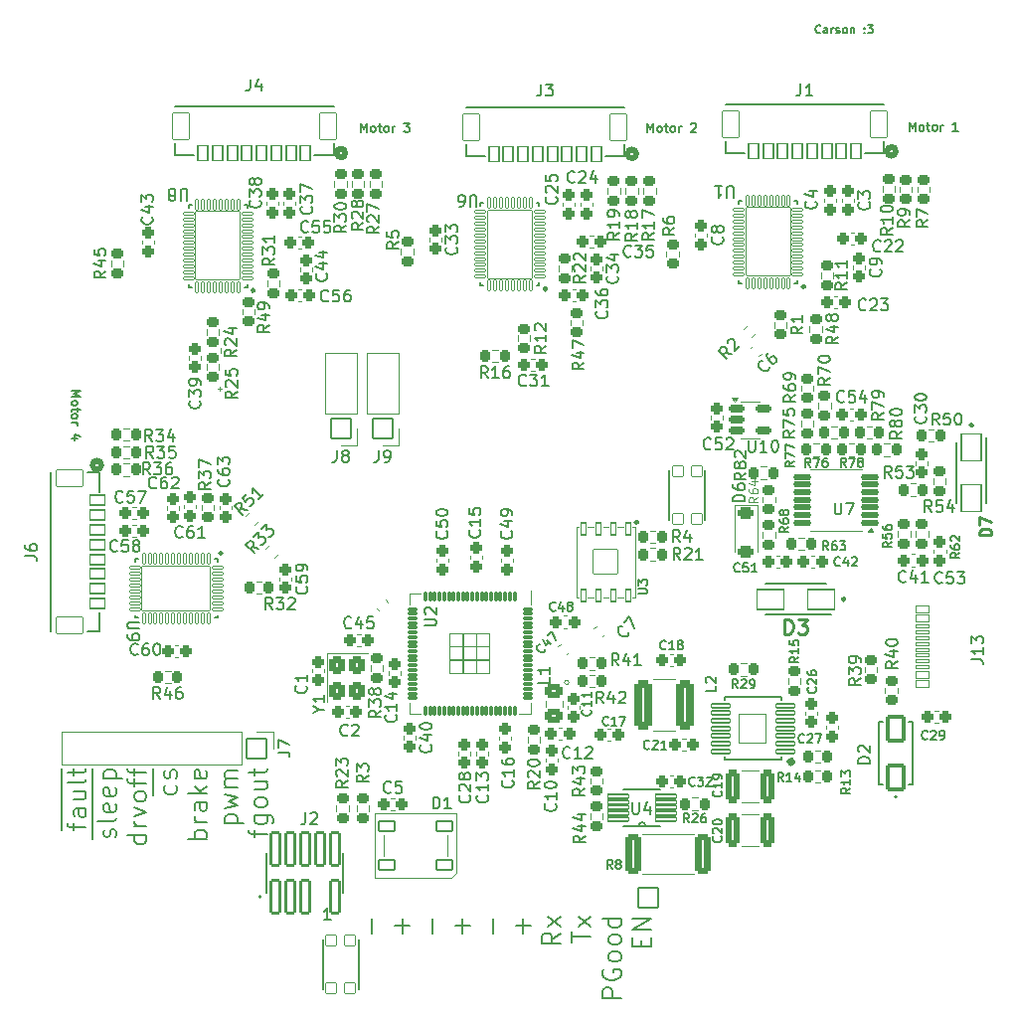
<source format=gto>
%TF.GenerationSoftware,KiCad,Pcbnew,9.0.5-9.0.5~ubuntu24.04.1*%
%TF.CreationDate,2025-10-12T15:57:20-07:00*%
%TF.ProjectId,motor_board,6d6f746f-725f-4626-9f61-72642e6b6963,1.3*%
%TF.SameCoordinates,Original*%
%TF.FileFunction,Legend,Top*%
%TF.FilePolarity,Positive*%
%FSLAX46Y46*%
G04 Gerber Fmt 4.6, Leading zero omitted, Abs format (unit mm)*
G04 Created by KiCad (PCBNEW 9.0.5-9.0.5~ubuntu24.04.1) date 2025-10-12 15:57:20*
%MOMM*%
%LPD*%
G01*
G04 APERTURE LIST*
G04 Aperture macros list*
%AMRoundRect*
0 Rectangle with rounded corners*
0 $1 Rounding radius*
0 $2 $3 $4 $5 $6 $7 $8 $9 X,Y pos of 4 corners*
0 Add a 4 corners polygon primitive as box body*
4,1,4,$2,$3,$4,$5,$6,$7,$8,$9,$2,$3,0*
0 Add four circle primitives for the rounded corners*
1,1,$1+$1,$2,$3*
1,1,$1+$1,$4,$5*
1,1,$1+$1,$6,$7*
1,1,$1+$1,$8,$9*
0 Add four rect primitives between the rounded corners*
20,1,$1+$1,$2,$3,$4,$5,0*
20,1,$1+$1,$4,$5,$6,$7,0*
20,1,$1+$1,$6,$7,$8,$9,0*
20,1,$1+$1,$8,$9,$2,$3,0*%
G04 Aperture macros list end*
%ADD10C,0.127000*%
%ADD11C,0.200000*%
%ADD12C,0.100000*%
%ADD13C,0.150000*%
%ADD14C,0.095250*%
%ADD15C,0.254000*%
%ADD16C,0.154432*%
%ADD17C,0.250000*%
%ADD18C,0.152400*%
%ADD19C,0.381000*%
%ADD20C,0.120000*%
%ADD21C,0.240278*%
%ADD22C,0.203200*%
%ADD23C,0.508000*%
%ADD24RoundRect,0.063500X0.800100X0.152400X-0.800100X0.152400X-0.800100X-0.152400X0.800100X-0.152400X0*%
%ADD25RoundRect,0.063500X1.155000X1.230000X-1.155000X1.230000X-1.155000X-1.230000X1.155000X-1.230000X0*%
%ADD26RoundRect,0.250400X0.250400X0.275400X-0.250400X0.275400X-0.250400X-0.275400X0.250400X-0.275400X0*%
%ADD27RoundRect,0.250400X-0.250400X-0.275400X0.250400X-0.275400X0.250400X0.275400X-0.250400X0.275400X0*%
%ADD28RoundRect,0.225400X0.300400X-0.225400X0.300400X0.225400X-0.300400X0.225400X-0.300400X-0.225400X0*%
%ADD29RoundRect,0.250400X0.275400X-0.250400X0.275400X0.250400X-0.275400X0.250400X-0.275400X-0.250400X0*%
%ADD30C,5.701600*%
%ADD31C,2.000000*%
%ADD32RoundRect,0.225400X0.225400X0.300400X-0.225400X0.300400X-0.225400X-0.300400X0.225400X-0.300400X0*%
%ADD33RoundRect,0.225400X-0.225400X-0.300400X0.225400X-0.300400X0.225400X0.300400X-0.225400X0.300400X0*%
%ADD34RoundRect,0.270735X0.392565X1.455065X-0.392565X1.455065X-0.392565X-1.455065X0.392565X-1.455065X0*%
%ADD35RoundRect,0.355555X0.445245X1.795245X-0.445245X1.795245X-0.445245X-1.795245X0.445245X-1.795245X0*%
%ADD36RoundRect,0.272087X-0.353713X-1.128713X0.353713X-1.128713X0.353713X1.128713X-0.353713X1.128713X0*%
%ADD37RoundRect,0.050800X0.889000X0.165100X-0.889000X0.165100X-0.889000X-0.165100X0.889000X-0.165100X0*%
%ADD38C,0.701600*%
%ADD39RoundRect,0.050800X0.575000X-0.300000X0.575000X0.300000X-0.575000X0.300000X-0.575000X-0.300000X0*%
%ADD40RoundRect,0.050800X0.575000X-0.150000X0.575000X0.150000X-0.575000X0.150000X-0.575000X-0.150000X0*%
%ADD41O,2.251600X1.151600*%
%ADD42O,1.951600X1.151600*%
%ADD43RoundRect,0.250400X0.371797X0.017678X0.017678X0.371797X-0.371797X-0.017678X-0.017678X-0.371797X0*%
%ADD44RoundRect,0.250400X-0.275400X0.250400X-0.275400X-0.250400X0.275400X-0.250400X0.275400X0.250400X0*%
%ADD45RoundRect,0.225400X-0.300400X0.225400X-0.300400X-0.225400X0.300400X-0.225400X0.300400X0.225400X0*%
%ADD46RoundRect,0.050800X-0.121236X-0.453033X0.121236X-0.453033X0.121236X0.453033X-0.121236X0.453033X0*%
%ADD47RoundRect,0.050800X-0.453033X0.121236X-0.453033X-0.121236X0.453033X-0.121236X0.453033X0.121236X0*%
%ADD48C,0.401600*%
%ADD49RoundRect,0.050800X-2.900000X1.900000X-2.900000X-1.900000X2.900000X-1.900000X2.900000X1.900000X0*%
%ADD50RoundRect,0.175400X-0.537900X-0.175400X0.537900X-0.175400X0.537900X0.175400X-0.537900X0.175400X0*%
%ADD51RoundRect,0.050800X-0.850000X0.850000X-0.850000X-0.850000X0.850000X-0.850000X0.850000X0.850000X0*%
%ADD52C,1.801600*%
%ADD53RoundRect,0.190740X0.676260X-1.016260X0.676260X1.016260X-0.676260X1.016260X-0.676260X-1.016260X0*%
%ADD54RoundRect,0.050800X0.121236X0.453033X-0.121236X0.453033X-0.121236X-0.453033X0.121236X-0.453033X0*%
%ADD55RoundRect,0.050800X1.900000X2.900000X-1.900000X2.900000X-1.900000X-2.900000X1.900000X-2.900000X0*%
%ADD56RoundRect,0.225400X-0.053033X0.371797X-0.371797X0.053033X0.053033X-0.371797X0.371797X-0.053033X0*%
%ADD57RoundRect,0.100160X-0.700640X-0.400640X0.700640X-0.400640X0.700640X0.400640X-0.700640X0.400640X0*%
%ADD58RoundRect,0.102000X-0.370000X-1.395000X0.370000X-1.395000X0.370000X1.395000X-0.370000X1.395000X0*%
%ADD59RoundRect,0.272087X-0.478713X0.353713X-0.478713X-0.353713X0.478713X-0.353713X0.478713X0.353713X0*%
%ADD60RoundRect,0.050800X-1.175000X0.850000X-1.175000X-0.850000X1.175000X-0.850000X1.175000X0.850000X0*%
%ADD61RoundRect,0.050800X0.450000X-0.450000X0.450000X0.450000X-0.450000X0.450000X-0.450000X-0.450000X0*%
%ADD62RoundRect,0.050800X-0.419100X-0.647700X0.419100X-0.647700X0.419100X0.647700X-0.419100X0.647700X0*%
%ADD63RoundRect,0.050800X-0.698500X-1.130300X0.698500X-1.130300X0.698500X1.130300X-0.698500X1.130300X0*%
%ADD64RoundRect,0.050800X0.850000X0.850000X-0.850000X0.850000X-0.850000X-0.850000X0.850000X-0.850000X0*%
%ADD65RoundRect,0.271166X-0.379634X0.479634X-0.379634X-0.479634X0.379634X-0.479634X0.379634X0.479634X0*%
%ADD66RoundRect,0.125400X0.662900X0.125400X-0.662900X0.125400X-0.662900X-0.125400X0.662900X-0.125400X0*%
%ADD67RoundRect,0.063500X-0.225000X0.525000X-0.225000X-0.525000X0.225000X-0.525000X0.225000X0.525000X0*%
%ADD68RoundRect,0.063500X-1.050000X-1.050000X1.050000X-1.050000X1.050000X1.050000X-1.050000X1.050000X0*%
%ADD69RoundRect,0.250400X0.017678X-0.371797X0.371797X-0.017678X-0.017678X0.371797X-0.371797X0.017678X0*%
%ADD70RoundRect,0.050800X-0.450000X0.450000X-0.450000X-0.450000X0.450000X-0.450000X0.450000X0.450000X0*%
%ADD71RoundRect,0.050800X-0.850000X-1.175000X0.850000X-1.175000X0.850000X1.175000X-0.850000X1.175000X0*%
%ADD72RoundRect,0.250400X-0.400400X0.250400X-0.400400X-0.250400X0.400400X-0.250400X0.400400X0.250400X0*%
%ADD73RoundRect,0.080400X-0.080400X-0.360400X0.080400X-0.360400X0.080400X0.360400X-0.080400X0.360400X0*%
%ADD74RoundRect,0.080400X-0.360400X0.080400X-0.360400X-0.080400X0.360400X-0.080400X0.360400X0.080400X0*%
%ADD75RoundRect,0.050800X-0.566666X0.566666X-0.566666X-0.566666X0.566666X-0.566666X0.566666X0.566666X0*%
%ADD76RoundRect,0.225400X0.053033X-0.371797X0.371797X-0.053033X-0.053033X0.371797X-0.371797X0.053033X0*%
%ADD77RoundRect,0.050800X0.647700X-0.419100X0.647700X0.419100X-0.647700X0.419100X-0.647700X-0.419100X0*%
%ADD78RoundRect,0.050800X1.130300X-0.698500X1.130300X0.698500X-1.130300X0.698500X-1.130300X-0.698500X0*%
%ADD79RoundRect,0.250400X-0.017678X0.371797X-0.371797X0.017678X0.017678X-0.371797X0.371797X-0.017678X0*%
%ADD80RoundRect,0.050800X0.850000X-0.850000X0.850000X0.850000X-0.850000X0.850000X-0.850000X-0.850000X0*%
G04 APERTURE END LIST*
D10*
X131864980Y-66000141D02*
X131864980Y-65238141D01*
X131864980Y-65238141D02*
X132118980Y-65782427D01*
X132118980Y-65782427D02*
X132372980Y-65238141D01*
X132372980Y-65238141D02*
X132372980Y-66000141D01*
X132844694Y-66000141D02*
X132772123Y-65963856D01*
X132772123Y-65963856D02*
X132735837Y-65927570D01*
X132735837Y-65927570D02*
X132699551Y-65854998D01*
X132699551Y-65854998D02*
X132699551Y-65637284D01*
X132699551Y-65637284D02*
X132735837Y-65564713D01*
X132735837Y-65564713D02*
X132772123Y-65528427D01*
X132772123Y-65528427D02*
X132844694Y-65492141D01*
X132844694Y-65492141D02*
X132953551Y-65492141D01*
X132953551Y-65492141D02*
X133026123Y-65528427D01*
X133026123Y-65528427D02*
X133062409Y-65564713D01*
X133062409Y-65564713D02*
X133098694Y-65637284D01*
X133098694Y-65637284D02*
X133098694Y-65854998D01*
X133098694Y-65854998D02*
X133062409Y-65927570D01*
X133062409Y-65927570D02*
X133026123Y-65963856D01*
X133026123Y-65963856D02*
X132953551Y-66000141D01*
X132953551Y-66000141D02*
X132844694Y-66000141D01*
X133316409Y-65492141D02*
X133606695Y-65492141D01*
X133425266Y-65238141D02*
X133425266Y-65891284D01*
X133425266Y-65891284D02*
X133461552Y-65963856D01*
X133461552Y-65963856D02*
X133534123Y-66000141D01*
X133534123Y-66000141D02*
X133606695Y-66000141D01*
X133969552Y-66000141D02*
X133896981Y-65963856D01*
X133896981Y-65963856D02*
X133860695Y-65927570D01*
X133860695Y-65927570D02*
X133824409Y-65854998D01*
X133824409Y-65854998D02*
X133824409Y-65637284D01*
X133824409Y-65637284D02*
X133860695Y-65564713D01*
X133860695Y-65564713D02*
X133896981Y-65528427D01*
X133896981Y-65528427D02*
X133969552Y-65492141D01*
X133969552Y-65492141D02*
X134078409Y-65492141D01*
X134078409Y-65492141D02*
X134150981Y-65528427D01*
X134150981Y-65528427D02*
X134187267Y-65564713D01*
X134187267Y-65564713D02*
X134223552Y-65637284D01*
X134223552Y-65637284D02*
X134223552Y-65854998D01*
X134223552Y-65854998D02*
X134187267Y-65927570D01*
X134187267Y-65927570D02*
X134150981Y-65963856D01*
X134150981Y-65963856D02*
X134078409Y-66000141D01*
X134078409Y-66000141D02*
X133969552Y-66000141D01*
X134550124Y-66000141D02*
X134550124Y-65492141D01*
X134550124Y-65637284D02*
X134586410Y-65564713D01*
X134586410Y-65564713D02*
X134622696Y-65528427D01*
X134622696Y-65528427D02*
X134695267Y-65492141D01*
X134695267Y-65492141D02*
X134767838Y-65492141D01*
X135529838Y-65238141D02*
X136001552Y-65238141D01*
X136001552Y-65238141D02*
X135747552Y-65528427D01*
X135747552Y-65528427D02*
X135856409Y-65528427D01*
X135856409Y-65528427D02*
X135928981Y-65564713D01*
X135928981Y-65564713D02*
X135965266Y-65600998D01*
X135965266Y-65600998D02*
X136001552Y-65673570D01*
X136001552Y-65673570D02*
X136001552Y-65854998D01*
X136001552Y-65854998D02*
X135965266Y-65927570D01*
X135965266Y-65927570D02*
X135928981Y-65963856D01*
X135928981Y-65963856D02*
X135856409Y-66000141D01*
X135856409Y-66000141D02*
X135638695Y-66000141D01*
X135638695Y-66000141D02*
X135566123Y-65963856D01*
X135566123Y-65963856D02*
X135529838Y-65927570D01*
X170990782Y-57527562D02*
X170957449Y-57560896D01*
X170957449Y-57560896D02*
X170857449Y-57594229D01*
X170857449Y-57594229D02*
X170790782Y-57594229D01*
X170790782Y-57594229D02*
X170690782Y-57560896D01*
X170690782Y-57560896D02*
X170624116Y-57494229D01*
X170624116Y-57494229D02*
X170590782Y-57427562D01*
X170590782Y-57427562D02*
X170557449Y-57294229D01*
X170557449Y-57294229D02*
X170557449Y-57194229D01*
X170557449Y-57194229D02*
X170590782Y-57060896D01*
X170590782Y-57060896D02*
X170624116Y-56994229D01*
X170624116Y-56994229D02*
X170690782Y-56927562D01*
X170690782Y-56927562D02*
X170790782Y-56894229D01*
X170790782Y-56894229D02*
X170857449Y-56894229D01*
X170857449Y-56894229D02*
X170957449Y-56927562D01*
X170957449Y-56927562D02*
X170990782Y-56960896D01*
X171590782Y-57594229D02*
X171590782Y-57227562D01*
X171590782Y-57227562D02*
X171557449Y-57160896D01*
X171557449Y-57160896D02*
X171490782Y-57127562D01*
X171490782Y-57127562D02*
X171357449Y-57127562D01*
X171357449Y-57127562D02*
X171290782Y-57160896D01*
X171590782Y-57560896D02*
X171524116Y-57594229D01*
X171524116Y-57594229D02*
X171357449Y-57594229D01*
X171357449Y-57594229D02*
X171290782Y-57560896D01*
X171290782Y-57560896D02*
X171257449Y-57494229D01*
X171257449Y-57494229D02*
X171257449Y-57427562D01*
X171257449Y-57427562D02*
X171290782Y-57360896D01*
X171290782Y-57360896D02*
X171357449Y-57327562D01*
X171357449Y-57327562D02*
X171524116Y-57327562D01*
X171524116Y-57327562D02*
X171590782Y-57294229D01*
X171924115Y-57594229D02*
X171924115Y-57127562D01*
X171924115Y-57260896D02*
X171957449Y-57194229D01*
X171957449Y-57194229D02*
X171990782Y-57160896D01*
X171990782Y-57160896D02*
X172057449Y-57127562D01*
X172057449Y-57127562D02*
X172124115Y-57127562D01*
X172324115Y-57560896D02*
X172390782Y-57594229D01*
X172390782Y-57594229D02*
X172524115Y-57594229D01*
X172524115Y-57594229D02*
X172590782Y-57560896D01*
X172590782Y-57560896D02*
X172624115Y-57494229D01*
X172624115Y-57494229D02*
X172624115Y-57460896D01*
X172624115Y-57460896D02*
X172590782Y-57394229D01*
X172590782Y-57394229D02*
X172524115Y-57360896D01*
X172524115Y-57360896D02*
X172424115Y-57360896D01*
X172424115Y-57360896D02*
X172357448Y-57327562D01*
X172357448Y-57327562D02*
X172324115Y-57260896D01*
X172324115Y-57260896D02*
X172324115Y-57227562D01*
X172324115Y-57227562D02*
X172357448Y-57160896D01*
X172357448Y-57160896D02*
X172424115Y-57127562D01*
X172424115Y-57127562D02*
X172524115Y-57127562D01*
X172524115Y-57127562D02*
X172590782Y-57160896D01*
X173024115Y-57594229D02*
X172957449Y-57560896D01*
X172957449Y-57560896D02*
X172924115Y-57527562D01*
X172924115Y-57527562D02*
X172890782Y-57460896D01*
X172890782Y-57460896D02*
X172890782Y-57260896D01*
X172890782Y-57260896D02*
X172924115Y-57194229D01*
X172924115Y-57194229D02*
X172957449Y-57160896D01*
X172957449Y-57160896D02*
X173024115Y-57127562D01*
X173024115Y-57127562D02*
X173124115Y-57127562D01*
X173124115Y-57127562D02*
X173190782Y-57160896D01*
X173190782Y-57160896D02*
X173224115Y-57194229D01*
X173224115Y-57194229D02*
X173257449Y-57260896D01*
X173257449Y-57260896D02*
X173257449Y-57460896D01*
X173257449Y-57460896D02*
X173224115Y-57527562D01*
X173224115Y-57527562D02*
X173190782Y-57560896D01*
X173190782Y-57560896D02*
X173124115Y-57594229D01*
X173124115Y-57594229D02*
X173024115Y-57594229D01*
X173557448Y-57127562D02*
X173557448Y-57594229D01*
X173557448Y-57194229D02*
X173590782Y-57160896D01*
X173590782Y-57160896D02*
X173657448Y-57127562D01*
X173657448Y-57127562D02*
X173757448Y-57127562D01*
X173757448Y-57127562D02*
X173824115Y-57160896D01*
X173824115Y-57160896D02*
X173857448Y-57227562D01*
X173857448Y-57227562D02*
X173857448Y-57594229D01*
X174724114Y-57527562D02*
X174757448Y-57560896D01*
X174757448Y-57560896D02*
X174724114Y-57594229D01*
X174724114Y-57594229D02*
X174690781Y-57560896D01*
X174690781Y-57560896D02*
X174724114Y-57527562D01*
X174724114Y-57527562D02*
X174724114Y-57594229D01*
X174724114Y-57160896D02*
X174757448Y-57194229D01*
X174757448Y-57194229D02*
X174724114Y-57227562D01*
X174724114Y-57227562D02*
X174690781Y-57194229D01*
X174690781Y-57194229D02*
X174724114Y-57160896D01*
X174724114Y-57160896D02*
X174724114Y-57227562D01*
X174990781Y-56894229D02*
X175424114Y-56894229D01*
X175424114Y-56894229D02*
X175190781Y-57160896D01*
X175190781Y-57160896D02*
X175290781Y-57160896D01*
X175290781Y-57160896D02*
X175357447Y-57194229D01*
X175357447Y-57194229D02*
X175390781Y-57227562D01*
X175390781Y-57227562D02*
X175424114Y-57294229D01*
X175424114Y-57294229D02*
X175424114Y-57460896D01*
X175424114Y-57460896D02*
X175390781Y-57527562D01*
X175390781Y-57527562D02*
X175357447Y-57560896D01*
X175357447Y-57560896D02*
X175290781Y-57594229D01*
X175290781Y-57594229D02*
X175090781Y-57594229D01*
X175090781Y-57594229D02*
X175024114Y-57560896D01*
X175024114Y-57560896D02*
X174990781Y-57527562D01*
D11*
X107371663Y-125441102D02*
X107371663Y-124831578D01*
X108438330Y-125212530D02*
X107066901Y-125212530D01*
X107066901Y-125212530D02*
X106914520Y-125136340D01*
X106914520Y-125136340D02*
X106838330Y-124983959D01*
X106838330Y-124983959D02*
X106838330Y-124831578D01*
X108438330Y-123612530D02*
X107600235Y-123612530D01*
X107600235Y-123612530D02*
X107447854Y-123688720D01*
X107447854Y-123688720D02*
X107371663Y-123841101D01*
X107371663Y-123841101D02*
X107371663Y-124145863D01*
X107371663Y-124145863D02*
X107447854Y-124298244D01*
X108362140Y-123612530D02*
X108438330Y-123764911D01*
X108438330Y-123764911D02*
X108438330Y-124145863D01*
X108438330Y-124145863D02*
X108362140Y-124298244D01*
X108362140Y-124298244D02*
X108209759Y-124374435D01*
X108209759Y-124374435D02*
X108057378Y-124374435D01*
X108057378Y-124374435D02*
X107904997Y-124298244D01*
X107904997Y-124298244D02*
X107828806Y-124145863D01*
X107828806Y-124145863D02*
X107828806Y-123764911D01*
X107828806Y-123764911D02*
X107752616Y-123612530D01*
X107371663Y-122164911D02*
X108438330Y-122164911D01*
X107371663Y-122850625D02*
X108209759Y-122850625D01*
X108209759Y-122850625D02*
X108362140Y-122774435D01*
X108362140Y-122774435D02*
X108438330Y-122622054D01*
X108438330Y-122622054D02*
X108438330Y-122393482D01*
X108438330Y-122393482D02*
X108362140Y-122241101D01*
X108362140Y-122241101D02*
X108285949Y-122164911D01*
X108438330Y-121174435D02*
X108362140Y-121326816D01*
X108362140Y-121326816D02*
X108209759Y-121403006D01*
X108209759Y-121403006D02*
X106838330Y-121403006D01*
X107371663Y-120793483D02*
X107371663Y-120183959D01*
X106838330Y-120564911D02*
X108209759Y-120564911D01*
X108209759Y-120564911D02*
X108362140Y-120488721D01*
X108362140Y-120488721D02*
X108438330Y-120336340D01*
X108438330Y-120336340D02*
X108438330Y-120183959D01*
X106394140Y-125433483D02*
X106394140Y-120191578D01*
X110938050Y-126050626D02*
X111014240Y-125898245D01*
X111014240Y-125898245D02*
X111014240Y-125593483D01*
X111014240Y-125593483D02*
X110938050Y-125441102D01*
X110938050Y-125441102D02*
X110785669Y-125364911D01*
X110785669Y-125364911D02*
X110709478Y-125364911D01*
X110709478Y-125364911D02*
X110557097Y-125441102D01*
X110557097Y-125441102D02*
X110480907Y-125593483D01*
X110480907Y-125593483D02*
X110480907Y-125822054D01*
X110480907Y-125822054D02*
X110404716Y-125974435D01*
X110404716Y-125974435D02*
X110252335Y-126050626D01*
X110252335Y-126050626D02*
X110176145Y-126050626D01*
X110176145Y-126050626D02*
X110023764Y-125974435D01*
X110023764Y-125974435D02*
X109947573Y-125822054D01*
X109947573Y-125822054D02*
X109947573Y-125593483D01*
X109947573Y-125593483D02*
X110023764Y-125441102D01*
X111014240Y-124450626D02*
X110938050Y-124603007D01*
X110938050Y-124603007D02*
X110785669Y-124679197D01*
X110785669Y-124679197D02*
X109414240Y-124679197D01*
X110938050Y-123231578D02*
X111014240Y-123383959D01*
X111014240Y-123383959D02*
X111014240Y-123688721D01*
X111014240Y-123688721D02*
X110938050Y-123841102D01*
X110938050Y-123841102D02*
X110785669Y-123917293D01*
X110785669Y-123917293D02*
X110176145Y-123917293D01*
X110176145Y-123917293D02*
X110023764Y-123841102D01*
X110023764Y-123841102D02*
X109947573Y-123688721D01*
X109947573Y-123688721D02*
X109947573Y-123383959D01*
X109947573Y-123383959D02*
X110023764Y-123231578D01*
X110023764Y-123231578D02*
X110176145Y-123155388D01*
X110176145Y-123155388D02*
X110328526Y-123155388D01*
X110328526Y-123155388D02*
X110480907Y-123917293D01*
X110938050Y-121860149D02*
X111014240Y-122012530D01*
X111014240Y-122012530D02*
X111014240Y-122317292D01*
X111014240Y-122317292D02*
X110938050Y-122469673D01*
X110938050Y-122469673D02*
X110785669Y-122545864D01*
X110785669Y-122545864D02*
X110176145Y-122545864D01*
X110176145Y-122545864D02*
X110023764Y-122469673D01*
X110023764Y-122469673D02*
X109947573Y-122317292D01*
X109947573Y-122317292D02*
X109947573Y-122012530D01*
X109947573Y-122012530D02*
X110023764Y-121860149D01*
X110023764Y-121860149D02*
X110176145Y-121783959D01*
X110176145Y-121783959D02*
X110328526Y-121783959D01*
X110328526Y-121783959D02*
X110480907Y-122545864D01*
X109947573Y-121098244D02*
X111547573Y-121098244D01*
X110023764Y-121098244D02*
X109947573Y-120945863D01*
X109947573Y-120945863D02*
X109947573Y-120641101D01*
X109947573Y-120641101D02*
X110023764Y-120488720D01*
X110023764Y-120488720D02*
X110099954Y-120412530D01*
X110099954Y-120412530D02*
X110252335Y-120336339D01*
X110252335Y-120336339D02*
X110709478Y-120336339D01*
X110709478Y-120336339D02*
X110861859Y-120412530D01*
X110861859Y-120412530D02*
X110938050Y-120488720D01*
X110938050Y-120488720D02*
X111014240Y-120641101D01*
X111014240Y-120641101D02*
X111014240Y-120945863D01*
X111014240Y-120945863D02*
X110938050Y-121098244D01*
X108970050Y-126195388D02*
X108970050Y-120191578D01*
X113590150Y-125898245D02*
X111990150Y-125898245D01*
X113513960Y-125898245D02*
X113590150Y-126050626D01*
X113590150Y-126050626D02*
X113590150Y-126355388D01*
X113590150Y-126355388D02*
X113513960Y-126507769D01*
X113513960Y-126507769D02*
X113437769Y-126583959D01*
X113437769Y-126583959D02*
X113285388Y-126660150D01*
X113285388Y-126660150D02*
X112828245Y-126660150D01*
X112828245Y-126660150D02*
X112675864Y-126583959D01*
X112675864Y-126583959D02*
X112599674Y-126507769D01*
X112599674Y-126507769D02*
X112523483Y-126355388D01*
X112523483Y-126355388D02*
X112523483Y-126050626D01*
X112523483Y-126050626D02*
X112599674Y-125898245D01*
X113590150Y-125136340D02*
X112523483Y-125136340D01*
X112828245Y-125136340D02*
X112675864Y-125060150D01*
X112675864Y-125060150D02*
X112599674Y-124983959D01*
X112599674Y-124983959D02*
X112523483Y-124831578D01*
X112523483Y-124831578D02*
X112523483Y-124679197D01*
X112523483Y-124298245D02*
X113590150Y-123917293D01*
X113590150Y-123917293D02*
X112523483Y-123536340D01*
X113590150Y-122698245D02*
X113513960Y-122850626D01*
X113513960Y-122850626D02*
X113437769Y-122926816D01*
X113437769Y-122926816D02*
X113285388Y-123003007D01*
X113285388Y-123003007D02*
X112828245Y-123003007D01*
X112828245Y-123003007D02*
X112675864Y-122926816D01*
X112675864Y-122926816D02*
X112599674Y-122850626D01*
X112599674Y-122850626D02*
X112523483Y-122698245D01*
X112523483Y-122698245D02*
X112523483Y-122469673D01*
X112523483Y-122469673D02*
X112599674Y-122317292D01*
X112599674Y-122317292D02*
X112675864Y-122241102D01*
X112675864Y-122241102D02*
X112828245Y-122164911D01*
X112828245Y-122164911D02*
X113285388Y-122164911D01*
X113285388Y-122164911D02*
X113437769Y-122241102D01*
X113437769Y-122241102D02*
X113513960Y-122317292D01*
X113513960Y-122317292D02*
X113590150Y-122469673D01*
X113590150Y-122469673D02*
X113590150Y-122698245D01*
X112523483Y-121707769D02*
X112523483Y-121098245D01*
X113590150Y-121479197D02*
X112218721Y-121479197D01*
X112218721Y-121479197D02*
X112066340Y-121403007D01*
X112066340Y-121403007D02*
X111990150Y-121250626D01*
X111990150Y-121250626D02*
X111990150Y-121098245D01*
X112523483Y-120793483D02*
X112523483Y-120183959D01*
X113590150Y-120564911D02*
X112218721Y-120564911D01*
X112218721Y-120564911D02*
X112066340Y-120488721D01*
X112066340Y-120488721D02*
X111990150Y-120336340D01*
X111990150Y-120336340D02*
X111990150Y-120183959D01*
X116089870Y-121631578D02*
X116166060Y-121783959D01*
X116166060Y-121783959D02*
X116166060Y-122088721D01*
X116166060Y-122088721D02*
X116089870Y-122241102D01*
X116089870Y-122241102D02*
X116013679Y-122317292D01*
X116013679Y-122317292D02*
X115861298Y-122393483D01*
X115861298Y-122393483D02*
X115404155Y-122393483D01*
X115404155Y-122393483D02*
X115251774Y-122317292D01*
X115251774Y-122317292D02*
X115175584Y-122241102D01*
X115175584Y-122241102D02*
X115099393Y-122088721D01*
X115099393Y-122088721D02*
X115099393Y-121783959D01*
X115099393Y-121783959D02*
X115175584Y-121631578D01*
X116089870Y-121022054D02*
X116166060Y-120869673D01*
X116166060Y-120869673D02*
X116166060Y-120564911D01*
X116166060Y-120564911D02*
X116089870Y-120412530D01*
X116089870Y-120412530D02*
X115937489Y-120336339D01*
X115937489Y-120336339D02*
X115861298Y-120336339D01*
X115861298Y-120336339D02*
X115708917Y-120412530D01*
X115708917Y-120412530D02*
X115632727Y-120564911D01*
X115632727Y-120564911D02*
X115632727Y-120793482D01*
X115632727Y-120793482D02*
X115556536Y-120945863D01*
X115556536Y-120945863D02*
X115404155Y-121022054D01*
X115404155Y-121022054D02*
X115327965Y-121022054D01*
X115327965Y-121022054D02*
X115175584Y-120945863D01*
X115175584Y-120945863D02*
X115099393Y-120793482D01*
X115099393Y-120793482D02*
X115099393Y-120564911D01*
X115099393Y-120564911D02*
X115175584Y-120412530D01*
X114121870Y-122538245D02*
X114121870Y-120191578D01*
X118741970Y-126203006D02*
X117141970Y-126203006D01*
X117751494Y-126203006D02*
X117675303Y-126050625D01*
X117675303Y-126050625D02*
X117675303Y-125745863D01*
X117675303Y-125745863D02*
X117751494Y-125593482D01*
X117751494Y-125593482D02*
X117827684Y-125517292D01*
X117827684Y-125517292D02*
X117980065Y-125441101D01*
X117980065Y-125441101D02*
X118437208Y-125441101D01*
X118437208Y-125441101D02*
X118589589Y-125517292D01*
X118589589Y-125517292D02*
X118665780Y-125593482D01*
X118665780Y-125593482D02*
X118741970Y-125745863D01*
X118741970Y-125745863D02*
X118741970Y-126050625D01*
X118741970Y-126050625D02*
X118665780Y-126203006D01*
X118741970Y-124755387D02*
X117675303Y-124755387D01*
X117980065Y-124755387D02*
X117827684Y-124679197D01*
X117827684Y-124679197D02*
X117751494Y-124603006D01*
X117751494Y-124603006D02*
X117675303Y-124450625D01*
X117675303Y-124450625D02*
X117675303Y-124298244D01*
X118741970Y-123079197D02*
X117903875Y-123079197D01*
X117903875Y-123079197D02*
X117751494Y-123155387D01*
X117751494Y-123155387D02*
X117675303Y-123307768D01*
X117675303Y-123307768D02*
X117675303Y-123612530D01*
X117675303Y-123612530D02*
X117751494Y-123764911D01*
X118665780Y-123079197D02*
X118741970Y-123231578D01*
X118741970Y-123231578D02*
X118741970Y-123612530D01*
X118741970Y-123612530D02*
X118665780Y-123764911D01*
X118665780Y-123764911D02*
X118513399Y-123841102D01*
X118513399Y-123841102D02*
X118361018Y-123841102D01*
X118361018Y-123841102D02*
X118208637Y-123764911D01*
X118208637Y-123764911D02*
X118132446Y-123612530D01*
X118132446Y-123612530D02*
X118132446Y-123231578D01*
X118132446Y-123231578D02*
X118056256Y-123079197D01*
X118741970Y-122317292D02*
X117141970Y-122317292D01*
X118132446Y-122164911D02*
X118741970Y-121707768D01*
X117675303Y-121707768D02*
X118284827Y-122317292D01*
X118665780Y-120412530D02*
X118741970Y-120564911D01*
X118741970Y-120564911D02*
X118741970Y-120869673D01*
X118741970Y-120869673D02*
X118665780Y-121022054D01*
X118665780Y-121022054D02*
X118513399Y-121098245D01*
X118513399Y-121098245D02*
X117903875Y-121098245D01*
X117903875Y-121098245D02*
X117751494Y-121022054D01*
X117751494Y-121022054D02*
X117675303Y-120869673D01*
X117675303Y-120869673D02*
X117675303Y-120564911D01*
X117675303Y-120564911D02*
X117751494Y-120412530D01*
X117751494Y-120412530D02*
X117903875Y-120336340D01*
X117903875Y-120336340D02*
X118056256Y-120336340D01*
X118056256Y-120336340D02*
X118208637Y-121098245D01*
X120251213Y-124907767D02*
X121851213Y-124907767D01*
X120327404Y-124907767D02*
X120251213Y-124755386D01*
X120251213Y-124755386D02*
X120251213Y-124450624D01*
X120251213Y-124450624D02*
X120327404Y-124298243D01*
X120327404Y-124298243D02*
X120403594Y-124222053D01*
X120403594Y-124222053D02*
X120555975Y-124145862D01*
X120555975Y-124145862D02*
X121013118Y-124145862D01*
X121013118Y-124145862D02*
X121165499Y-124222053D01*
X121165499Y-124222053D02*
X121241690Y-124298243D01*
X121241690Y-124298243D02*
X121317880Y-124450624D01*
X121317880Y-124450624D02*
X121317880Y-124755386D01*
X121317880Y-124755386D02*
X121241690Y-124907767D01*
X120251213Y-123612529D02*
X121317880Y-123307767D01*
X121317880Y-123307767D02*
X120555975Y-123003005D01*
X120555975Y-123003005D02*
X121317880Y-122698243D01*
X121317880Y-122698243D02*
X120251213Y-122393481D01*
X121317880Y-121783958D02*
X120251213Y-121783958D01*
X120403594Y-121783958D02*
X120327404Y-121707768D01*
X120327404Y-121707768D02*
X120251213Y-121555387D01*
X120251213Y-121555387D02*
X120251213Y-121326815D01*
X120251213Y-121326815D02*
X120327404Y-121174434D01*
X120327404Y-121174434D02*
X120479785Y-121098244D01*
X120479785Y-121098244D02*
X121317880Y-121098244D01*
X120479785Y-121098244D02*
X120327404Y-121022053D01*
X120327404Y-121022053D02*
X120251213Y-120869672D01*
X120251213Y-120869672D02*
X120251213Y-120641101D01*
X120251213Y-120641101D02*
X120327404Y-120488720D01*
X120327404Y-120488720D02*
X120479785Y-120412530D01*
X120479785Y-120412530D02*
X121317880Y-120412530D01*
X122827123Y-126050626D02*
X122827123Y-125441102D01*
X123893790Y-125822054D02*
X122522361Y-125822054D01*
X122522361Y-125822054D02*
X122369980Y-125745864D01*
X122369980Y-125745864D02*
X122293790Y-125593483D01*
X122293790Y-125593483D02*
X122293790Y-125441102D01*
X122827123Y-124222054D02*
X124122361Y-124222054D01*
X124122361Y-124222054D02*
X124274742Y-124298244D01*
X124274742Y-124298244D02*
X124350933Y-124374435D01*
X124350933Y-124374435D02*
X124427123Y-124526816D01*
X124427123Y-124526816D02*
X124427123Y-124755387D01*
X124427123Y-124755387D02*
X124350933Y-124907768D01*
X123817600Y-124222054D02*
X123893790Y-124374435D01*
X123893790Y-124374435D02*
X123893790Y-124679197D01*
X123893790Y-124679197D02*
X123817600Y-124831578D01*
X123817600Y-124831578D02*
X123741409Y-124907768D01*
X123741409Y-124907768D02*
X123589028Y-124983959D01*
X123589028Y-124983959D02*
X123131885Y-124983959D01*
X123131885Y-124983959D02*
X122979504Y-124907768D01*
X122979504Y-124907768D02*
X122903314Y-124831578D01*
X122903314Y-124831578D02*
X122827123Y-124679197D01*
X122827123Y-124679197D02*
X122827123Y-124374435D01*
X122827123Y-124374435D02*
X122903314Y-124222054D01*
X123893790Y-123231578D02*
X123817600Y-123383959D01*
X123817600Y-123383959D02*
X123741409Y-123460149D01*
X123741409Y-123460149D02*
X123589028Y-123536340D01*
X123589028Y-123536340D02*
X123131885Y-123536340D01*
X123131885Y-123536340D02*
X122979504Y-123460149D01*
X122979504Y-123460149D02*
X122903314Y-123383959D01*
X122903314Y-123383959D02*
X122827123Y-123231578D01*
X122827123Y-123231578D02*
X122827123Y-123003006D01*
X122827123Y-123003006D02*
X122903314Y-122850625D01*
X122903314Y-122850625D02*
X122979504Y-122774435D01*
X122979504Y-122774435D02*
X123131885Y-122698244D01*
X123131885Y-122698244D02*
X123589028Y-122698244D01*
X123589028Y-122698244D02*
X123741409Y-122774435D01*
X123741409Y-122774435D02*
X123817600Y-122850625D01*
X123817600Y-122850625D02*
X123893790Y-123003006D01*
X123893790Y-123003006D02*
X123893790Y-123231578D01*
X122827123Y-121326816D02*
X123893790Y-121326816D01*
X122827123Y-122012530D02*
X123665219Y-122012530D01*
X123665219Y-122012530D02*
X123817600Y-121936340D01*
X123817600Y-121936340D02*
X123893790Y-121783959D01*
X123893790Y-121783959D02*
X123893790Y-121555387D01*
X123893790Y-121555387D02*
X123817600Y-121403006D01*
X123817600Y-121403006D02*
X123741409Y-121326816D01*
X122827123Y-120793483D02*
X122827123Y-120183959D01*
X122293790Y-120564911D02*
X123665219Y-120564911D01*
X123665219Y-120564911D02*
X123817600Y-120488721D01*
X123817600Y-120488721D02*
X123893790Y-120336340D01*
X123893790Y-120336340D02*
X123893790Y-120183959D01*
D12*
X119843133Y-88065789D02*
X119843133Y-87684837D01*
X120033609Y-87875313D02*
X119652657Y-87875313D01*
D10*
X156264980Y-66000141D02*
X156264980Y-65238141D01*
X156264980Y-65238141D02*
X156518980Y-65782427D01*
X156518980Y-65782427D02*
X156772980Y-65238141D01*
X156772980Y-65238141D02*
X156772980Y-66000141D01*
X157244694Y-66000141D02*
X157172123Y-65963856D01*
X157172123Y-65963856D02*
X157135837Y-65927570D01*
X157135837Y-65927570D02*
X157099551Y-65854998D01*
X157099551Y-65854998D02*
X157099551Y-65637284D01*
X157099551Y-65637284D02*
X157135837Y-65564713D01*
X157135837Y-65564713D02*
X157172123Y-65528427D01*
X157172123Y-65528427D02*
X157244694Y-65492141D01*
X157244694Y-65492141D02*
X157353551Y-65492141D01*
X157353551Y-65492141D02*
X157426123Y-65528427D01*
X157426123Y-65528427D02*
X157462409Y-65564713D01*
X157462409Y-65564713D02*
X157498694Y-65637284D01*
X157498694Y-65637284D02*
X157498694Y-65854998D01*
X157498694Y-65854998D02*
X157462409Y-65927570D01*
X157462409Y-65927570D02*
X157426123Y-65963856D01*
X157426123Y-65963856D02*
X157353551Y-66000141D01*
X157353551Y-66000141D02*
X157244694Y-66000141D01*
X157716409Y-65492141D02*
X158006695Y-65492141D01*
X157825266Y-65238141D02*
X157825266Y-65891284D01*
X157825266Y-65891284D02*
X157861552Y-65963856D01*
X157861552Y-65963856D02*
X157934123Y-66000141D01*
X157934123Y-66000141D02*
X158006695Y-66000141D01*
X158369552Y-66000141D02*
X158296981Y-65963856D01*
X158296981Y-65963856D02*
X158260695Y-65927570D01*
X158260695Y-65927570D02*
X158224409Y-65854998D01*
X158224409Y-65854998D02*
X158224409Y-65637284D01*
X158224409Y-65637284D02*
X158260695Y-65564713D01*
X158260695Y-65564713D02*
X158296981Y-65528427D01*
X158296981Y-65528427D02*
X158369552Y-65492141D01*
X158369552Y-65492141D02*
X158478409Y-65492141D01*
X158478409Y-65492141D02*
X158550981Y-65528427D01*
X158550981Y-65528427D02*
X158587267Y-65564713D01*
X158587267Y-65564713D02*
X158623552Y-65637284D01*
X158623552Y-65637284D02*
X158623552Y-65854998D01*
X158623552Y-65854998D02*
X158587267Y-65927570D01*
X158587267Y-65927570D02*
X158550981Y-65963856D01*
X158550981Y-65963856D02*
X158478409Y-66000141D01*
X158478409Y-66000141D02*
X158369552Y-66000141D01*
X158950124Y-66000141D02*
X158950124Y-65492141D01*
X158950124Y-65637284D02*
X158986410Y-65564713D01*
X158986410Y-65564713D02*
X159022696Y-65528427D01*
X159022696Y-65528427D02*
X159095267Y-65492141D01*
X159095267Y-65492141D02*
X159167838Y-65492141D01*
X159966123Y-65310713D02*
X160002409Y-65274427D01*
X160002409Y-65274427D02*
X160074981Y-65238141D01*
X160074981Y-65238141D02*
X160256409Y-65238141D01*
X160256409Y-65238141D02*
X160328981Y-65274427D01*
X160328981Y-65274427D02*
X160365266Y-65310713D01*
X160365266Y-65310713D02*
X160401552Y-65383284D01*
X160401552Y-65383284D02*
X160401552Y-65455856D01*
X160401552Y-65455856D02*
X160365266Y-65564713D01*
X160365266Y-65564713D02*
X159929838Y-66000141D01*
X159929838Y-66000141D02*
X160401552Y-66000141D01*
X107199858Y-88064980D02*
X107961858Y-88064980D01*
X107961858Y-88064980D02*
X107417572Y-88318980D01*
X107417572Y-88318980D02*
X107961858Y-88572980D01*
X107961858Y-88572980D02*
X107199858Y-88572980D01*
X107199858Y-89044694D02*
X107236144Y-88972123D01*
X107236144Y-88972123D02*
X107272429Y-88935837D01*
X107272429Y-88935837D02*
X107345001Y-88899551D01*
X107345001Y-88899551D02*
X107562715Y-88899551D01*
X107562715Y-88899551D02*
X107635286Y-88935837D01*
X107635286Y-88935837D02*
X107671572Y-88972123D01*
X107671572Y-88972123D02*
X107707858Y-89044694D01*
X107707858Y-89044694D02*
X107707858Y-89153551D01*
X107707858Y-89153551D02*
X107671572Y-89226123D01*
X107671572Y-89226123D02*
X107635286Y-89262409D01*
X107635286Y-89262409D02*
X107562715Y-89298694D01*
X107562715Y-89298694D02*
X107345001Y-89298694D01*
X107345001Y-89298694D02*
X107272429Y-89262409D01*
X107272429Y-89262409D02*
X107236144Y-89226123D01*
X107236144Y-89226123D02*
X107199858Y-89153551D01*
X107199858Y-89153551D02*
X107199858Y-89044694D01*
X107707858Y-89516409D02*
X107707858Y-89806695D01*
X107961858Y-89625266D02*
X107308715Y-89625266D01*
X107308715Y-89625266D02*
X107236144Y-89661552D01*
X107236144Y-89661552D02*
X107199858Y-89734123D01*
X107199858Y-89734123D02*
X107199858Y-89806695D01*
X107199858Y-90169552D02*
X107236144Y-90096981D01*
X107236144Y-90096981D02*
X107272429Y-90060695D01*
X107272429Y-90060695D02*
X107345001Y-90024409D01*
X107345001Y-90024409D02*
X107562715Y-90024409D01*
X107562715Y-90024409D02*
X107635286Y-90060695D01*
X107635286Y-90060695D02*
X107671572Y-90096981D01*
X107671572Y-90096981D02*
X107707858Y-90169552D01*
X107707858Y-90169552D02*
X107707858Y-90278409D01*
X107707858Y-90278409D02*
X107671572Y-90350981D01*
X107671572Y-90350981D02*
X107635286Y-90387267D01*
X107635286Y-90387267D02*
X107562715Y-90423552D01*
X107562715Y-90423552D02*
X107345001Y-90423552D01*
X107345001Y-90423552D02*
X107272429Y-90387267D01*
X107272429Y-90387267D02*
X107236144Y-90350981D01*
X107236144Y-90350981D02*
X107199858Y-90278409D01*
X107199858Y-90278409D02*
X107199858Y-90169552D01*
X107199858Y-90750124D02*
X107707858Y-90750124D01*
X107562715Y-90750124D02*
X107635286Y-90786410D01*
X107635286Y-90786410D02*
X107671572Y-90822696D01*
X107671572Y-90822696D02*
X107707858Y-90895267D01*
X107707858Y-90895267D02*
X107707858Y-90967838D01*
X107707858Y-92128981D02*
X107199858Y-92128981D01*
X107998144Y-91947552D02*
X107453858Y-91766123D01*
X107453858Y-91766123D02*
X107453858Y-92237838D01*
X178564980Y-65900141D02*
X178564980Y-65138141D01*
X178564980Y-65138141D02*
X178818980Y-65682427D01*
X178818980Y-65682427D02*
X179072980Y-65138141D01*
X179072980Y-65138141D02*
X179072980Y-65900141D01*
X179544694Y-65900141D02*
X179472123Y-65863856D01*
X179472123Y-65863856D02*
X179435837Y-65827570D01*
X179435837Y-65827570D02*
X179399551Y-65754998D01*
X179399551Y-65754998D02*
X179399551Y-65537284D01*
X179399551Y-65537284D02*
X179435837Y-65464713D01*
X179435837Y-65464713D02*
X179472123Y-65428427D01*
X179472123Y-65428427D02*
X179544694Y-65392141D01*
X179544694Y-65392141D02*
X179653551Y-65392141D01*
X179653551Y-65392141D02*
X179726123Y-65428427D01*
X179726123Y-65428427D02*
X179762409Y-65464713D01*
X179762409Y-65464713D02*
X179798694Y-65537284D01*
X179798694Y-65537284D02*
X179798694Y-65754998D01*
X179798694Y-65754998D02*
X179762409Y-65827570D01*
X179762409Y-65827570D02*
X179726123Y-65863856D01*
X179726123Y-65863856D02*
X179653551Y-65900141D01*
X179653551Y-65900141D02*
X179544694Y-65900141D01*
X180016409Y-65392141D02*
X180306695Y-65392141D01*
X180125266Y-65138141D02*
X180125266Y-65791284D01*
X180125266Y-65791284D02*
X180161552Y-65863856D01*
X180161552Y-65863856D02*
X180234123Y-65900141D01*
X180234123Y-65900141D02*
X180306695Y-65900141D01*
X180669552Y-65900141D02*
X180596981Y-65863856D01*
X180596981Y-65863856D02*
X180560695Y-65827570D01*
X180560695Y-65827570D02*
X180524409Y-65754998D01*
X180524409Y-65754998D02*
X180524409Y-65537284D01*
X180524409Y-65537284D02*
X180560695Y-65464713D01*
X180560695Y-65464713D02*
X180596981Y-65428427D01*
X180596981Y-65428427D02*
X180669552Y-65392141D01*
X180669552Y-65392141D02*
X180778409Y-65392141D01*
X180778409Y-65392141D02*
X180850981Y-65428427D01*
X180850981Y-65428427D02*
X180887267Y-65464713D01*
X180887267Y-65464713D02*
X180923552Y-65537284D01*
X180923552Y-65537284D02*
X180923552Y-65754998D01*
X180923552Y-65754998D02*
X180887267Y-65827570D01*
X180887267Y-65827570D02*
X180850981Y-65863856D01*
X180850981Y-65863856D02*
X180778409Y-65900141D01*
X180778409Y-65900141D02*
X180669552Y-65900141D01*
X181250124Y-65900141D02*
X181250124Y-65392141D01*
X181250124Y-65537284D02*
X181286410Y-65464713D01*
X181286410Y-65464713D02*
X181322696Y-65428427D01*
X181322696Y-65428427D02*
X181395267Y-65392141D01*
X181395267Y-65392141D02*
X181467838Y-65392141D01*
X182701552Y-65900141D02*
X182266123Y-65900141D01*
X182483838Y-65900141D02*
X182483838Y-65138141D01*
X182483838Y-65138141D02*
X182411266Y-65246998D01*
X182411266Y-65246998D02*
X182338695Y-65319570D01*
X182338695Y-65319570D02*
X182266123Y-65355856D01*
D11*
X132801076Y-134231577D02*
X132801076Y-133012530D01*
X135376986Y-134231577D02*
X135376986Y-133012530D01*
X135986510Y-133622053D02*
X134767462Y-133622053D01*
X137952896Y-134231577D02*
X137952896Y-133012530D01*
X140528806Y-134231577D02*
X140528806Y-133012530D01*
X141138330Y-133622053D02*
X139919282Y-133622053D01*
X143104716Y-134231577D02*
X143104716Y-133012530D01*
X145680626Y-134231577D02*
X145680626Y-133012530D01*
X146290150Y-133622053D02*
X145071102Y-133622053D01*
X148866060Y-134231577D02*
X148104155Y-134764911D01*
X148866060Y-135145863D02*
X147266060Y-135145863D01*
X147266060Y-135145863D02*
X147266060Y-134536339D01*
X147266060Y-134536339D02*
X147342250Y-134383958D01*
X147342250Y-134383958D02*
X147418441Y-134307768D01*
X147418441Y-134307768D02*
X147570822Y-134231577D01*
X147570822Y-134231577D02*
X147799393Y-134231577D01*
X147799393Y-134231577D02*
X147951774Y-134307768D01*
X147951774Y-134307768D02*
X148027965Y-134383958D01*
X148027965Y-134383958D02*
X148104155Y-134536339D01*
X148104155Y-134536339D02*
X148104155Y-135145863D01*
X148866060Y-133698244D02*
X147799393Y-132860149D01*
X147799393Y-133698244D02*
X148866060Y-132860149D01*
X149841970Y-134993483D02*
X149841970Y-134079197D01*
X151441970Y-134536340D02*
X149841970Y-134536340D01*
X151441970Y-133698244D02*
X150375303Y-132860149D01*
X150375303Y-133698244D02*
X151441970Y-132860149D01*
X154017880Y-139793482D02*
X152417880Y-139793482D01*
X152417880Y-139793482D02*
X152417880Y-139183958D01*
X152417880Y-139183958D02*
X152494070Y-139031577D01*
X152494070Y-139031577D02*
X152570261Y-138955387D01*
X152570261Y-138955387D02*
X152722642Y-138879196D01*
X152722642Y-138879196D02*
X152951213Y-138879196D01*
X152951213Y-138879196D02*
X153103594Y-138955387D01*
X153103594Y-138955387D02*
X153179785Y-139031577D01*
X153179785Y-139031577D02*
X153255975Y-139183958D01*
X153255975Y-139183958D02*
X153255975Y-139793482D01*
X152494070Y-137355387D02*
X152417880Y-137507768D01*
X152417880Y-137507768D02*
X152417880Y-137736339D01*
X152417880Y-137736339D02*
X152494070Y-137964911D01*
X152494070Y-137964911D02*
X152646451Y-138117292D01*
X152646451Y-138117292D02*
X152798832Y-138193482D01*
X152798832Y-138193482D02*
X153103594Y-138269673D01*
X153103594Y-138269673D02*
X153332166Y-138269673D01*
X153332166Y-138269673D02*
X153636928Y-138193482D01*
X153636928Y-138193482D02*
X153789309Y-138117292D01*
X153789309Y-138117292D02*
X153941690Y-137964911D01*
X153941690Y-137964911D02*
X154017880Y-137736339D01*
X154017880Y-137736339D02*
X154017880Y-137583958D01*
X154017880Y-137583958D02*
X153941690Y-137355387D01*
X153941690Y-137355387D02*
X153865499Y-137279196D01*
X153865499Y-137279196D02*
X153332166Y-137279196D01*
X153332166Y-137279196D02*
X153332166Y-137583958D01*
X154017880Y-136364911D02*
X153941690Y-136517292D01*
X153941690Y-136517292D02*
X153865499Y-136593482D01*
X153865499Y-136593482D02*
X153713118Y-136669673D01*
X153713118Y-136669673D02*
X153255975Y-136669673D01*
X153255975Y-136669673D02*
X153103594Y-136593482D01*
X153103594Y-136593482D02*
X153027404Y-136517292D01*
X153027404Y-136517292D02*
X152951213Y-136364911D01*
X152951213Y-136364911D02*
X152951213Y-136136339D01*
X152951213Y-136136339D02*
X153027404Y-135983958D01*
X153027404Y-135983958D02*
X153103594Y-135907768D01*
X153103594Y-135907768D02*
X153255975Y-135831577D01*
X153255975Y-135831577D02*
X153713118Y-135831577D01*
X153713118Y-135831577D02*
X153865499Y-135907768D01*
X153865499Y-135907768D02*
X153941690Y-135983958D01*
X153941690Y-135983958D02*
X154017880Y-136136339D01*
X154017880Y-136136339D02*
X154017880Y-136364911D01*
X154017880Y-134917292D02*
X153941690Y-135069673D01*
X153941690Y-135069673D02*
X153865499Y-135145863D01*
X153865499Y-135145863D02*
X153713118Y-135222054D01*
X153713118Y-135222054D02*
X153255975Y-135222054D01*
X153255975Y-135222054D02*
X153103594Y-135145863D01*
X153103594Y-135145863D02*
X153027404Y-135069673D01*
X153027404Y-135069673D02*
X152951213Y-134917292D01*
X152951213Y-134917292D02*
X152951213Y-134688720D01*
X152951213Y-134688720D02*
X153027404Y-134536339D01*
X153027404Y-134536339D02*
X153103594Y-134460149D01*
X153103594Y-134460149D02*
X153255975Y-134383958D01*
X153255975Y-134383958D02*
X153713118Y-134383958D01*
X153713118Y-134383958D02*
X153865499Y-134460149D01*
X153865499Y-134460149D02*
X153941690Y-134536339D01*
X153941690Y-134536339D02*
X154017880Y-134688720D01*
X154017880Y-134688720D02*
X154017880Y-134917292D01*
X154017880Y-133012530D02*
X152417880Y-133012530D01*
X153941690Y-133012530D02*
X154017880Y-133164911D01*
X154017880Y-133164911D02*
X154017880Y-133469673D01*
X154017880Y-133469673D02*
X153941690Y-133622054D01*
X153941690Y-133622054D02*
X153865499Y-133698244D01*
X153865499Y-133698244D02*
X153713118Y-133774435D01*
X153713118Y-133774435D02*
X153255975Y-133774435D01*
X153255975Y-133774435D02*
X153103594Y-133698244D01*
X153103594Y-133698244D02*
X153027404Y-133622054D01*
X153027404Y-133622054D02*
X152951213Y-133469673D01*
X152951213Y-133469673D02*
X152951213Y-133164911D01*
X152951213Y-133164911D02*
X153027404Y-133012530D01*
X155755695Y-135374434D02*
X155755695Y-134841101D01*
X156593790Y-134612529D02*
X156593790Y-135374434D01*
X156593790Y-135374434D02*
X154993790Y-135374434D01*
X154993790Y-135374434D02*
X154993790Y-134612529D01*
X156593790Y-133926815D02*
X154993790Y-133926815D01*
X154993790Y-133926815D02*
X156593790Y-133012529D01*
X156593790Y-133012529D02*
X154993790Y-133012529D01*
D12*
X119944086Y-84787789D02*
X119944086Y-84406837D01*
D10*
X157804243Y-109997240D02*
X157767957Y-110033526D01*
X157767957Y-110033526D02*
X157659100Y-110069811D01*
X157659100Y-110069811D02*
X157586528Y-110069811D01*
X157586528Y-110069811D02*
X157477671Y-110033526D01*
X157477671Y-110033526D02*
X157405100Y-109960954D01*
X157405100Y-109960954D02*
X157368814Y-109888383D01*
X157368814Y-109888383D02*
X157332528Y-109743240D01*
X157332528Y-109743240D02*
X157332528Y-109634383D01*
X157332528Y-109634383D02*
X157368814Y-109489240D01*
X157368814Y-109489240D02*
X157405100Y-109416668D01*
X157405100Y-109416668D02*
X157477671Y-109344097D01*
X157477671Y-109344097D02*
X157586528Y-109307811D01*
X157586528Y-109307811D02*
X157659100Y-109307811D01*
X157659100Y-109307811D02*
X157767957Y-109344097D01*
X157767957Y-109344097D02*
X157804243Y-109380383D01*
X158529957Y-110069811D02*
X158094528Y-110069811D01*
X158312243Y-110069811D02*
X158312243Y-109307811D01*
X158312243Y-109307811D02*
X158239671Y-109416668D01*
X158239671Y-109416668D02*
X158167100Y-109489240D01*
X158167100Y-109489240D02*
X158094528Y-109525526D01*
X158965385Y-109634383D02*
X158892814Y-109598097D01*
X158892814Y-109598097D02*
X158856528Y-109561811D01*
X158856528Y-109561811D02*
X158820242Y-109489240D01*
X158820242Y-109489240D02*
X158820242Y-109452954D01*
X158820242Y-109452954D02*
X158856528Y-109380383D01*
X158856528Y-109380383D02*
X158892814Y-109344097D01*
X158892814Y-109344097D02*
X158965385Y-109307811D01*
X158965385Y-109307811D02*
X159110528Y-109307811D01*
X159110528Y-109307811D02*
X159183100Y-109344097D01*
X159183100Y-109344097D02*
X159219385Y-109380383D01*
X159219385Y-109380383D02*
X159255671Y-109452954D01*
X159255671Y-109452954D02*
X159255671Y-109489240D01*
X159255671Y-109489240D02*
X159219385Y-109561811D01*
X159219385Y-109561811D02*
X159183100Y-109598097D01*
X159183100Y-109598097D02*
X159110528Y-109634383D01*
X159110528Y-109634383D02*
X158965385Y-109634383D01*
X158965385Y-109634383D02*
X158892814Y-109670668D01*
X158892814Y-109670668D02*
X158856528Y-109706954D01*
X158856528Y-109706954D02*
X158820242Y-109779526D01*
X158820242Y-109779526D02*
X158820242Y-109924668D01*
X158820242Y-109924668D02*
X158856528Y-109997240D01*
X158856528Y-109997240D02*
X158892814Y-110033526D01*
X158892814Y-110033526D02*
X158965385Y-110069811D01*
X158965385Y-110069811D02*
X159110528Y-110069811D01*
X159110528Y-110069811D02*
X159183100Y-110033526D01*
X159183100Y-110033526D02*
X159219385Y-109997240D01*
X159219385Y-109997240D02*
X159255671Y-109924668D01*
X159255671Y-109924668D02*
X159255671Y-109779526D01*
X159255671Y-109779526D02*
X159219385Y-109706954D01*
X159219385Y-109706954D02*
X159183100Y-109670668D01*
X159183100Y-109670668D02*
X159110528Y-109634383D01*
X152910143Y-116473340D02*
X152873857Y-116509626D01*
X152873857Y-116509626D02*
X152765000Y-116545911D01*
X152765000Y-116545911D02*
X152692428Y-116545911D01*
X152692428Y-116545911D02*
X152583571Y-116509626D01*
X152583571Y-116509626D02*
X152511000Y-116437054D01*
X152511000Y-116437054D02*
X152474714Y-116364483D01*
X152474714Y-116364483D02*
X152438428Y-116219340D01*
X152438428Y-116219340D02*
X152438428Y-116110483D01*
X152438428Y-116110483D02*
X152474714Y-115965340D01*
X152474714Y-115965340D02*
X152511000Y-115892768D01*
X152511000Y-115892768D02*
X152583571Y-115820197D01*
X152583571Y-115820197D02*
X152692428Y-115783911D01*
X152692428Y-115783911D02*
X152765000Y-115783911D01*
X152765000Y-115783911D02*
X152873857Y-115820197D01*
X152873857Y-115820197D02*
X152910143Y-115856483D01*
X153635857Y-116545911D02*
X153200428Y-116545911D01*
X153418143Y-116545911D02*
X153418143Y-115783911D01*
X153418143Y-115783911D02*
X153345571Y-115892768D01*
X153345571Y-115892768D02*
X153273000Y-115965340D01*
X153273000Y-115965340D02*
X153200428Y-116001626D01*
X153889857Y-115783911D02*
X154397857Y-115783911D01*
X154397857Y-115783911D02*
X154071285Y-116545911D01*
X156412243Y-118489240D02*
X156375957Y-118525526D01*
X156375957Y-118525526D02*
X156267100Y-118561811D01*
X156267100Y-118561811D02*
X156194528Y-118561811D01*
X156194528Y-118561811D02*
X156085671Y-118525526D01*
X156085671Y-118525526D02*
X156013100Y-118452954D01*
X156013100Y-118452954D02*
X155976814Y-118380383D01*
X155976814Y-118380383D02*
X155940528Y-118235240D01*
X155940528Y-118235240D02*
X155940528Y-118126383D01*
X155940528Y-118126383D02*
X155976814Y-117981240D01*
X155976814Y-117981240D02*
X156013100Y-117908668D01*
X156013100Y-117908668D02*
X156085671Y-117836097D01*
X156085671Y-117836097D02*
X156194528Y-117799811D01*
X156194528Y-117799811D02*
X156267100Y-117799811D01*
X156267100Y-117799811D02*
X156375957Y-117836097D01*
X156375957Y-117836097D02*
X156412243Y-117872383D01*
X156702528Y-117872383D02*
X156738814Y-117836097D01*
X156738814Y-117836097D02*
X156811386Y-117799811D01*
X156811386Y-117799811D02*
X156992814Y-117799811D01*
X156992814Y-117799811D02*
X157065386Y-117836097D01*
X157065386Y-117836097D02*
X157101671Y-117872383D01*
X157101671Y-117872383D02*
X157137957Y-117944954D01*
X157137957Y-117944954D02*
X157137957Y-118017526D01*
X157137957Y-118017526D02*
X157101671Y-118126383D01*
X157101671Y-118126383D02*
X156666243Y-118561811D01*
X156666243Y-118561811D02*
X157137957Y-118561811D01*
X157863671Y-118561811D02*
X157428242Y-118561811D01*
X157645957Y-118561811D02*
X157645957Y-117799811D01*
X157645957Y-117799811D02*
X157573385Y-117908668D01*
X157573385Y-117908668D02*
X157500814Y-117981240D01*
X157500814Y-117981240D02*
X157428242Y-118017526D01*
X169140011Y-110713756D02*
X168777154Y-110967756D01*
X169140011Y-111149185D02*
X168378011Y-111149185D01*
X168378011Y-111149185D02*
X168378011Y-110858899D01*
X168378011Y-110858899D02*
X168414297Y-110786328D01*
X168414297Y-110786328D02*
X168450583Y-110750042D01*
X168450583Y-110750042D02*
X168523154Y-110713756D01*
X168523154Y-110713756D02*
X168632011Y-110713756D01*
X168632011Y-110713756D02*
X168704583Y-110750042D01*
X168704583Y-110750042D02*
X168740868Y-110786328D01*
X168740868Y-110786328D02*
X168777154Y-110858899D01*
X168777154Y-110858899D02*
X168777154Y-111149185D01*
X169140011Y-109988042D02*
X169140011Y-110423471D01*
X169140011Y-110205756D02*
X168378011Y-110205756D01*
X168378011Y-110205756D02*
X168486868Y-110278328D01*
X168486868Y-110278328D02*
X168559440Y-110350899D01*
X168559440Y-110350899D02*
X168595726Y-110423471D01*
X168378011Y-109298614D02*
X168378011Y-109661471D01*
X168378011Y-109661471D02*
X168740868Y-109697757D01*
X168740868Y-109697757D02*
X168704583Y-109661471D01*
X168704583Y-109661471D02*
X168668297Y-109588900D01*
X168668297Y-109588900D02*
X168668297Y-109407471D01*
X168668297Y-109407471D02*
X168704583Y-109334900D01*
X168704583Y-109334900D02*
X168740868Y-109298614D01*
X168740868Y-109298614D02*
X168813440Y-109262328D01*
X168813440Y-109262328D02*
X168994868Y-109262328D01*
X168994868Y-109262328D02*
X169067440Y-109298614D01*
X169067440Y-109298614D02*
X169103726Y-109334900D01*
X169103726Y-109334900D02*
X169140011Y-109407471D01*
X169140011Y-109407471D02*
X169140011Y-109588900D01*
X169140011Y-109588900D02*
X169103726Y-109661471D01*
X169103726Y-109661471D02*
X169067440Y-109697757D01*
X170567440Y-113308256D02*
X170603726Y-113344542D01*
X170603726Y-113344542D02*
X170640011Y-113453399D01*
X170640011Y-113453399D02*
X170640011Y-113525971D01*
X170640011Y-113525971D02*
X170603726Y-113634828D01*
X170603726Y-113634828D02*
X170531154Y-113707399D01*
X170531154Y-113707399D02*
X170458583Y-113743685D01*
X170458583Y-113743685D02*
X170313440Y-113779971D01*
X170313440Y-113779971D02*
X170204583Y-113779971D01*
X170204583Y-113779971D02*
X170059440Y-113743685D01*
X170059440Y-113743685D02*
X169986868Y-113707399D01*
X169986868Y-113707399D02*
X169914297Y-113634828D01*
X169914297Y-113634828D02*
X169878011Y-113525971D01*
X169878011Y-113525971D02*
X169878011Y-113453399D01*
X169878011Y-113453399D02*
X169914297Y-113344542D01*
X169914297Y-113344542D02*
X169950583Y-113308256D01*
X169950583Y-113017971D02*
X169914297Y-112981685D01*
X169914297Y-112981685D02*
X169878011Y-112909114D01*
X169878011Y-112909114D02*
X169878011Y-112727685D01*
X169878011Y-112727685D02*
X169914297Y-112655114D01*
X169914297Y-112655114D02*
X169950583Y-112618828D01*
X169950583Y-112618828D02*
X170023154Y-112582542D01*
X170023154Y-112582542D02*
X170095726Y-112582542D01*
X170095726Y-112582542D02*
X170204583Y-112618828D01*
X170204583Y-112618828D02*
X170640011Y-113054256D01*
X170640011Y-113054256D02*
X170640011Y-112582542D01*
X169878011Y-111929400D02*
X169878011Y-112074542D01*
X169878011Y-112074542D02*
X169914297Y-112147114D01*
X169914297Y-112147114D02*
X169950583Y-112183400D01*
X169950583Y-112183400D02*
X170059440Y-112255971D01*
X170059440Y-112255971D02*
X170204583Y-112292257D01*
X170204583Y-112292257D02*
X170494868Y-112292257D01*
X170494868Y-112292257D02*
X170567440Y-112255971D01*
X170567440Y-112255971D02*
X170603726Y-112219685D01*
X170603726Y-112219685D02*
X170640011Y-112147114D01*
X170640011Y-112147114D02*
X170640011Y-112001971D01*
X170640011Y-112001971D02*
X170603726Y-111929400D01*
X170603726Y-111929400D02*
X170567440Y-111893114D01*
X170567440Y-111893114D02*
X170494868Y-111856828D01*
X170494868Y-111856828D02*
X170313440Y-111856828D01*
X170313440Y-111856828D02*
X170240868Y-111893114D01*
X170240868Y-111893114D02*
X170204583Y-111929400D01*
X170204583Y-111929400D02*
X170168297Y-112001971D01*
X170168297Y-112001971D02*
X170168297Y-112147114D01*
X170168297Y-112147114D02*
X170204583Y-112219685D01*
X170204583Y-112219685D02*
X170240868Y-112255971D01*
X170240868Y-112255971D02*
X170313440Y-112292257D01*
X180110143Y-117673340D02*
X180073857Y-117709626D01*
X180073857Y-117709626D02*
X179965000Y-117745911D01*
X179965000Y-117745911D02*
X179892428Y-117745911D01*
X179892428Y-117745911D02*
X179783571Y-117709626D01*
X179783571Y-117709626D02*
X179711000Y-117637054D01*
X179711000Y-117637054D02*
X179674714Y-117564483D01*
X179674714Y-117564483D02*
X179638428Y-117419340D01*
X179638428Y-117419340D02*
X179638428Y-117310483D01*
X179638428Y-117310483D02*
X179674714Y-117165340D01*
X179674714Y-117165340D02*
X179711000Y-117092768D01*
X179711000Y-117092768D02*
X179783571Y-117020197D01*
X179783571Y-117020197D02*
X179892428Y-116983911D01*
X179892428Y-116983911D02*
X179965000Y-116983911D01*
X179965000Y-116983911D02*
X180073857Y-117020197D01*
X180073857Y-117020197D02*
X180110143Y-117056483D01*
X180400428Y-117056483D02*
X180436714Y-117020197D01*
X180436714Y-117020197D02*
X180509286Y-116983911D01*
X180509286Y-116983911D02*
X180690714Y-116983911D01*
X180690714Y-116983911D02*
X180763286Y-117020197D01*
X180763286Y-117020197D02*
X180799571Y-117056483D01*
X180799571Y-117056483D02*
X180835857Y-117129054D01*
X180835857Y-117129054D02*
X180835857Y-117201626D01*
X180835857Y-117201626D02*
X180799571Y-117310483D01*
X180799571Y-117310483D02*
X180364143Y-117745911D01*
X180364143Y-117745911D02*
X180835857Y-117745911D01*
X181198714Y-117745911D02*
X181343857Y-117745911D01*
X181343857Y-117745911D02*
X181416428Y-117709626D01*
X181416428Y-117709626D02*
X181452714Y-117673340D01*
X181452714Y-117673340D02*
X181525285Y-117564483D01*
X181525285Y-117564483D02*
X181561571Y-117419340D01*
X181561571Y-117419340D02*
X181561571Y-117129054D01*
X181561571Y-117129054D02*
X181525285Y-117056483D01*
X181525285Y-117056483D02*
X181489000Y-117020197D01*
X181489000Y-117020197D02*
X181416428Y-116983911D01*
X181416428Y-116983911D02*
X181271285Y-116983911D01*
X181271285Y-116983911D02*
X181198714Y-117020197D01*
X181198714Y-117020197D02*
X181162428Y-117056483D01*
X181162428Y-117056483D02*
X181126142Y-117129054D01*
X181126142Y-117129054D02*
X181126142Y-117310483D01*
X181126142Y-117310483D02*
X181162428Y-117383054D01*
X181162428Y-117383054D02*
X181198714Y-117419340D01*
X181198714Y-117419340D02*
X181271285Y-117455626D01*
X181271285Y-117455626D02*
X181416428Y-117455626D01*
X181416428Y-117455626D02*
X181489000Y-117419340D01*
X181489000Y-117419340D02*
X181525285Y-117383054D01*
X181525285Y-117383054D02*
X181561571Y-117310483D01*
X173540011Y-121863756D02*
X173177154Y-122117756D01*
X173540011Y-122299185D02*
X172778011Y-122299185D01*
X172778011Y-122299185D02*
X172778011Y-122008899D01*
X172778011Y-122008899D02*
X172814297Y-121936328D01*
X172814297Y-121936328D02*
X172850583Y-121900042D01*
X172850583Y-121900042D02*
X172923154Y-121863756D01*
X172923154Y-121863756D02*
X173032011Y-121863756D01*
X173032011Y-121863756D02*
X173104583Y-121900042D01*
X173104583Y-121900042D02*
X173140868Y-121936328D01*
X173140868Y-121936328D02*
X173177154Y-122008899D01*
X173177154Y-122008899D02*
X173177154Y-122299185D01*
X173540011Y-121138042D02*
X173540011Y-121573471D01*
X173540011Y-121355756D02*
X172778011Y-121355756D01*
X172778011Y-121355756D02*
X172886868Y-121428328D01*
X172886868Y-121428328D02*
X172959440Y-121500899D01*
X172959440Y-121500899D02*
X172995726Y-121573471D01*
X172778011Y-120884042D02*
X172778011Y-120412328D01*
X172778011Y-120412328D02*
X173068297Y-120666328D01*
X173068297Y-120666328D02*
X173068297Y-120557471D01*
X173068297Y-120557471D02*
X173104583Y-120484900D01*
X173104583Y-120484900D02*
X173140868Y-120448614D01*
X173140868Y-120448614D02*
X173213440Y-120412328D01*
X173213440Y-120412328D02*
X173394868Y-120412328D01*
X173394868Y-120412328D02*
X173467440Y-120448614D01*
X173467440Y-120448614D02*
X173503726Y-120484900D01*
X173503726Y-120484900D02*
X173540011Y-120557471D01*
X173540011Y-120557471D02*
X173540011Y-120775185D01*
X173540011Y-120775185D02*
X173503726Y-120847757D01*
X173503726Y-120847757D02*
X173467440Y-120884042D01*
X169604243Y-117947240D02*
X169567957Y-117983526D01*
X169567957Y-117983526D02*
X169459100Y-118019811D01*
X169459100Y-118019811D02*
X169386528Y-118019811D01*
X169386528Y-118019811D02*
X169277671Y-117983526D01*
X169277671Y-117983526D02*
X169205100Y-117910954D01*
X169205100Y-117910954D02*
X169168814Y-117838383D01*
X169168814Y-117838383D02*
X169132528Y-117693240D01*
X169132528Y-117693240D02*
X169132528Y-117584383D01*
X169132528Y-117584383D02*
X169168814Y-117439240D01*
X169168814Y-117439240D02*
X169205100Y-117366668D01*
X169205100Y-117366668D02*
X169277671Y-117294097D01*
X169277671Y-117294097D02*
X169386528Y-117257811D01*
X169386528Y-117257811D02*
X169459100Y-117257811D01*
X169459100Y-117257811D02*
X169567957Y-117294097D01*
X169567957Y-117294097D02*
X169604243Y-117330383D01*
X169894528Y-117330383D02*
X169930814Y-117294097D01*
X169930814Y-117294097D02*
X170003386Y-117257811D01*
X170003386Y-117257811D02*
X170184814Y-117257811D01*
X170184814Y-117257811D02*
X170257386Y-117294097D01*
X170257386Y-117294097D02*
X170293671Y-117330383D01*
X170293671Y-117330383D02*
X170329957Y-117402954D01*
X170329957Y-117402954D02*
X170329957Y-117475526D01*
X170329957Y-117475526D02*
X170293671Y-117584383D01*
X170293671Y-117584383D02*
X169858243Y-118019811D01*
X169858243Y-118019811D02*
X170329957Y-118019811D01*
X170583957Y-117257811D02*
X171091957Y-117257811D01*
X171091957Y-117257811D02*
X170765385Y-118019811D01*
X163954243Y-113369811D02*
X163700243Y-113006954D01*
X163518814Y-113369811D02*
X163518814Y-112607811D01*
X163518814Y-112607811D02*
X163809100Y-112607811D01*
X163809100Y-112607811D02*
X163881671Y-112644097D01*
X163881671Y-112644097D02*
X163917957Y-112680383D01*
X163917957Y-112680383D02*
X163954243Y-112752954D01*
X163954243Y-112752954D02*
X163954243Y-112861811D01*
X163954243Y-112861811D02*
X163917957Y-112934383D01*
X163917957Y-112934383D02*
X163881671Y-112970668D01*
X163881671Y-112970668D02*
X163809100Y-113006954D01*
X163809100Y-113006954D02*
X163518814Y-113006954D01*
X164244528Y-112680383D02*
X164280814Y-112644097D01*
X164280814Y-112644097D02*
X164353386Y-112607811D01*
X164353386Y-112607811D02*
X164534814Y-112607811D01*
X164534814Y-112607811D02*
X164607386Y-112644097D01*
X164607386Y-112644097D02*
X164643671Y-112680383D01*
X164643671Y-112680383D02*
X164679957Y-112752954D01*
X164679957Y-112752954D02*
X164679957Y-112825526D01*
X164679957Y-112825526D02*
X164643671Y-112934383D01*
X164643671Y-112934383D02*
X164208243Y-113369811D01*
X164208243Y-113369811D02*
X164679957Y-113369811D01*
X165042814Y-113369811D02*
X165187957Y-113369811D01*
X165187957Y-113369811D02*
X165260528Y-113333526D01*
X165260528Y-113333526D02*
X165296814Y-113297240D01*
X165296814Y-113297240D02*
X165369385Y-113188383D01*
X165369385Y-113188383D02*
X165405671Y-113043240D01*
X165405671Y-113043240D02*
X165405671Y-112752954D01*
X165405671Y-112752954D02*
X165369385Y-112680383D01*
X165369385Y-112680383D02*
X165333100Y-112644097D01*
X165333100Y-112644097D02*
X165260528Y-112607811D01*
X165260528Y-112607811D02*
X165115385Y-112607811D01*
X165115385Y-112607811D02*
X165042814Y-112644097D01*
X165042814Y-112644097D02*
X165006528Y-112680383D01*
X165006528Y-112680383D02*
X164970242Y-112752954D01*
X164970242Y-112752954D02*
X164970242Y-112934383D01*
X164970242Y-112934383D02*
X165006528Y-113006954D01*
X165006528Y-113006954D02*
X165042814Y-113043240D01*
X165042814Y-113043240D02*
X165115385Y-113079526D01*
X165115385Y-113079526D02*
X165260528Y-113079526D01*
X165260528Y-113079526D02*
X165333100Y-113043240D01*
X165333100Y-113043240D02*
X165369385Y-113006954D01*
X165369385Y-113006954D02*
X165405671Y-112934383D01*
X167804243Y-121319811D02*
X167550243Y-120956954D01*
X167368814Y-121319811D02*
X167368814Y-120557811D01*
X167368814Y-120557811D02*
X167659100Y-120557811D01*
X167659100Y-120557811D02*
X167731671Y-120594097D01*
X167731671Y-120594097D02*
X167767957Y-120630383D01*
X167767957Y-120630383D02*
X167804243Y-120702954D01*
X167804243Y-120702954D02*
X167804243Y-120811811D01*
X167804243Y-120811811D02*
X167767957Y-120884383D01*
X167767957Y-120884383D02*
X167731671Y-120920668D01*
X167731671Y-120920668D02*
X167659100Y-120956954D01*
X167659100Y-120956954D02*
X167368814Y-120956954D01*
X168529957Y-121319811D02*
X168094528Y-121319811D01*
X168312243Y-121319811D02*
X168312243Y-120557811D01*
X168312243Y-120557811D02*
X168239671Y-120666668D01*
X168239671Y-120666668D02*
X168167100Y-120739240D01*
X168167100Y-120739240D02*
X168094528Y-120775526D01*
X169183100Y-120811811D02*
X169183100Y-121319811D01*
X169001671Y-120521526D02*
X168820242Y-121065811D01*
X168820242Y-121065811D02*
X169291957Y-121065811D01*
X153273000Y-128745911D02*
X153019000Y-128383054D01*
X152837571Y-128745911D02*
X152837571Y-127983911D01*
X152837571Y-127983911D02*
X153127857Y-127983911D01*
X153127857Y-127983911D02*
X153200428Y-128020197D01*
X153200428Y-128020197D02*
X153236714Y-128056483D01*
X153236714Y-128056483D02*
X153273000Y-128129054D01*
X153273000Y-128129054D02*
X153273000Y-128237911D01*
X153273000Y-128237911D02*
X153236714Y-128310483D01*
X153236714Y-128310483D02*
X153200428Y-128346768D01*
X153200428Y-128346768D02*
X153127857Y-128383054D01*
X153127857Y-128383054D02*
X152837571Y-128383054D01*
X153708428Y-128310483D02*
X153635857Y-128274197D01*
X153635857Y-128274197D02*
X153599571Y-128237911D01*
X153599571Y-128237911D02*
X153563285Y-128165340D01*
X153563285Y-128165340D02*
X153563285Y-128129054D01*
X153563285Y-128129054D02*
X153599571Y-128056483D01*
X153599571Y-128056483D02*
X153635857Y-128020197D01*
X153635857Y-128020197D02*
X153708428Y-127983911D01*
X153708428Y-127983911D02*
X153853571Y-127983911D01*
X153853571Y-127983911D02*
X153926143Y-128020197D01*
X153926143Y-128020197D02*
X153962428Y-128056483D01*
X153962428Y-128056483D02*
X153998714Y-128129054D01*
X153998714Y-128129054D02*
X153998714Y-128165340D01*
X153998714Y-128165340D02*
X153962428Y-128237911D01*
X153962428Y-128237911D02*
X153926143Y-128274197D01*
X153926143Y-128274197D02*
X153853571Y-128310483D01*
X153853571Y-128310483D02*
X153708428Y-128310483D01*
X153708428Y-128310483D02*
X153635857Y-128346768D01*
X153635857Y-128346768D02*
X153599571Y-128383054D01*
X153599571Y-128383054D02*
X153563285Y-128455626D01*
X153563285Y-128455626D02*
X153563285Y-128600768D01*
X153563285Y-128600768D02*
X153599571Y-128673340D01*
X153599571Y-128673340D02*
X153635857Y-128709626D01*
X153635857Y-128709626D02*
X153708428Y-128745911D01*
X153708428Y-128745911D02*
X153853571Y-128745911D01*
X153853571Y-128745911D02*
X153926143Y-128709626D01*
X153926143Y-128709626D02*
X153962428Y-128673340D01*
X153962428Y-128673340D02*
X153998714Y-128600768D01*
X153998714Y-128600768D02*
X153998714Y-128455626D01*
X153998714Y-128455626D02*
X153962428Y-128383054D01*
X153962428Y-128383054D02*
X153926143Y-128346768D01*
X153926143Y-128346768D02*
X153853571Y-128310483D01*
X162104665Y-113148167D02*
X162104665Y-113571500D01*
X162104665Y-113571500D02*
X161215665Y-113571500D01*
X161300332Y-112894166D02*
X161257998Y-112851833D01*
X161257998Y-112851833D02*
X161215665Y-112767166D01*
X161215665Y-112767166D02*
X161215665Y-112555500D01*
X161215665Y-112555500D02*
X161257998Y-112470833D01*
X161257998Y-112470833D02*
X161300332Y-112428500D01*
X161300332Y-112428500D02*
X161384998Y-112386166D01*
X161384998Y-112386166D02*
X161469665Y-112386166D01*
X161469665Y-112386166D02*
X161596665Y-112428500D01*
X161596665Y-112428500D02*
X162104665Y-112936500D01*
X162104665Y-112936500D02*
X162104665Y-112386166D01*
X162509440Y-122134756D02*
X162545726Y-122171042D01*
X162545726Y-122171042D02*
X162582011Y-122279899D01*
X162582011Y-122279899D02*
X162582011Y-122352471D01*
X162582011Y-122352471D02*
X162545726Y-122461328D01*
X162545726Y-122461328D02*
X162473154Y-122533899D01*
X162473154Y-122533899D02*
X162400583Y-122570185D01*
X162400583Y-122570185D02*
X162255440Y-122606471D01*
X162255440Y-122606471D02*
X162146583Y-122606471D01*
X162146583Y-122606471D02*
X162001440Y-122570185D01*
X162001440Y-122570185D02*
X161928868Y-122533899D01*
X161928868Y-122533899D02*
X161856297Y-122461328D01*
X161856297Y-122461328D02*
X161820011Y-122352471D01*
X161820011Y-122352471D02*
X161820011Y-122279899D01*
X161820011Y-122279899D02*
X161856297Y-122171042D01*
X161856297Y-122171042D02*
X161892583Y-122134756D01*
X162582011Y-121409042D02*
X162582011Y-121844471D01*
X162582011Y-121626756D02*
X161820011Y-121626756D01*
X161820011Y-121626756D02*
X161928868Y-121699328D01*
X161928868Y-121699328D02*
X162001440Y-121771899D01*
X162001440Y-121771899D02*
X162037726Y-121844471D01*
X162582011Y-121046185D02*
X162582011Y-120901042D01*
X162582011Y-120901042D02*
X162545726Y-120828471D01*
X162545726Y-120828471D02*
X162509440Y-120792185D01*
X162509440Y-120792185D02*
X162400583Y-120719614D01*
X162400583Y-120719614D02*
X162255440Y-120683328D01*
X162255440Y-120683328D02*
X161965154Y-120683328D01*
X161965154Y-120683328D02*
X161892583Y-120719614D01*
X161892583Y-120719614D02*
X161856297Y-120755900D01*
X161856297Y-120755900D02*
X161820011Y-120828471D01*
X161820011Y-120828471D02*
X161820011Y-120973614D01*
X161820011Y-120973614D02*
X161856297Y-121046185D01*
X161856297Y-121046185D02*
X161892583Y-121082471D01*
X161892583Y-121082471D02*
X161965154Y-121118757D01*
X161965154Y-121118757D02*
X162146583Y-121118757D01*
X162146583Y-121118757D02*
X162219154Y-121082471D01*
X162219154Y-121082471D02*
X162255440Y-121046185D01*
X162255440Y-121046185D02*
X162291726Y-120973614D01*
X162291726Y-120973614D02*
X162291726Y-120828471D01*
X162291726Y-120828471D02*
X162255440Y-120755900D01*
X162255440Y-120755900D02*
X162219154Y-120719614D01*
X162219154Y-120719614D02*
X162146583Y-120683328D01*
X162509440Y-126008256D02*
X162545726Y-126044542D01*
X162545726Y-126044542D02*
X162582011Y-126153399D01*
X162582011Y-126153399D02*
X162582011Y-126225971D01*
X162582011Y-126225971D02*
X162545726Y-126334828D01*
X162545726Y-126334828D02*
X162473154Y-126407399D01*
X162473154Y-126407399D02*
X162400583Y-126443685D01*
X162400583Y-126443685D02*
X162255440Y-126479971D01*
X162255440Y-126479971D02*
X162146583Y-126479971D01*
X162146583Y-126479971D02*
X162001440Y-126443685D01*
X162001440Y-126443685D02*
X161928868Y-126407399D01*
X161928868Y-126407399D02*
X161856297Y-126334828D01*
X161856297Y-126334828D02*
X161820011Y-126225971D01*
X161820011Y-126225971D02*
X161820011Y-126153399D01*
X161820011Y-126153399D02*
X161856297Y-126044542D01*
X161856297Y-126044542D02*
X161892583Y-126008256D01*
X161892583Y-125717971D02*
X161856297Y-125681685D01*
X161856297Y-125681685D02*
X161820011Y-125609114D01*
X161820011Y-125609114D02*
X161820011Y-125427685D01*
X161820011Y-125427685D02*
X161856297Y-125355114D01*
X161856297Y-125355114D02*
X161892583Y-125318828D01*
X161892583Y-125318828D02*
X161965154Y-125282542D01*
X161965154Y-125282542D02*
X162037726Y-125282542D01*
X162037726Y-125282542D02*
X162146583Y-125318828D01*
X162146583Y-125318828D02*
X162582011Y-125754256D01*
X162582011Y-125754256D02*
X162582011Y-125282542D01*
X161820011Y-124810828D02*
X161820011Y-124738257D01*
X161820011Y-124738257D02*
X161856297Y-124665685D01*
X161856297Y-124665685D02*
X161892583Y-124629400D01*
X161892583Y-124629400D02*
X161965154Y-124593114D01*
X161965154Y-124593114D02*
X162110297Y-124556828D01*
X162110297Y-124556828D02*
X162291726Y-124556828D01*
X162291726Y-124556828D02*
X162436868Y-124593114D01*
X162436868Y-124593114D02*
X162509440Y-124629400D01*
X162509440Y-124629400D02*
X162545726Y-124665685D01*
X162545726Y-124665685D02*
X162582011Y-124738257D01*
X162582011Y-124738257D02*
X162582011Y-124810828D01*
X162582011Y-124810828D02*
X162545726Y-124883400D01*
X162545726Y-124883400D02*
X162509440Y-124919685D01*
X162509440Y-124919685D02*
X162436868Y-124955971D01*
X162436868Y-124955971D02*
X162291726Y-124992257D01*
X162291726Y-124992257D02*
X162110297Y-124992257D01*
X162110297Y-124992257D02*
X161965154Y-124955971D01*
X161965154Y-124955971D02*
X161892583Y-124919685D01*
X161892583Y-124919685D02*
X161856297Y-124883400D01*
X161856297Y-124883400D02*
X161820011Y-124810828D01*
X159804243Y-124819811D02*
X159550243Y-124456954D01*
X159368814Y-124819811D02*
X159368814Y-124057811D01*
X159368814Y-124057811D02*
X159659100Y-124057811D01*
X159659100Y-124057811D02*
X159731671Y-124094097D01*
X159731671Y-124094097D02*
X159767957Y-124130383D01*
X159767957Y-124130383D02*
X159804243Y-124202954D01*
X159804243Y-124202954D02*
X159804243Y-124311811D01*
X159804243Y-124311811D02*
X159767957Y-124384383D01*
X159767957Y-124384383D02*
X159731671Y-124420668D01*
X159731671Y-124420668D02*
X159659100Y-124456954D01*
X159659100Y-124456954D02*
X159368814Y-124456954D01*
X160094528Y-124130383D02*
X160130814Y-124094097D01*
X160130814Y-124094097D02*
X160203386Y-124057811D01*
X160203386Y-124057811D02*
X160384814Y-124057811D01*
X160384814Y-124057811D02*
X160457386Y-124094097D01*
X160457386Y-124094097D02*
X160493671Y-124130383D01*
X160493671Y-124130383D02*
X160529957Y-124202954D01*
X160529957Y-124202954D02*
X160529957Y-124275526D01*
X160529957Y-124275526D02*
X160493671Y-124384383D01*
X160493671Y-124384383D02*
X160058243Y-124819811D01*
X160058243Y-124819811D02*
X160529957Y-124819811D01*
X161183100Y-124057811D02*
X161037957Y-124057811D01*
X161037957Y-124057811D02*
X160965385Y-124094097D01*
X160965385Y-124094097D02*
X160929100Y-124130383D01*
X160929100Y-124130383D02*
X160856528Y-124239240D01*
X160856528Y-124239240D02*
X160820242Y-124384383D01*
X160820242Y-124384383D02*
X160820242Y-124674668D01*
X160820242Y-124674668D02*
X160856528Y-124747240D01*
X160856528Y-124747240D02*
X160892814Y-124783526D01*
X160892814Y-124783526D02*
X160965385Y-124819811D01*
X160965385Y-124819811D02*
X161110528Y-124819811D01*
X161110528Y-124819811D02*
X161183100Y-124783526D01*
X161183100Y-124783526D02*
X161219385Y-124747240D01*
X161219385Y-124747240D02*
X161255671Y-124674668D01*
X161255671Y-124674668D02*
X161255671Y-124493240D01*
X161255671Y-124493240D02*
X161219385Y-124420668D01*
X161219385Y-124420668D02*
X161183100Y-124384383D01*
X161183100Y-124384383D02*
X161110528Y-124348097D01*
X161110528Y-124348097D02*
X160965385Y-124348097D01*
X160965385Y-124348097D02*
X160892814Y-124384383D01*
X160892814Y-124384383D02*
X160856528Y-124420668D01*
X160856528Y-124420668D02*
X160820242Y-124493240D01*
D13*
X154982195Y-123078719D02*
X154982195Y-123888242D01*
X154982195Y-123888242D02*
X155029814Y-123983480D01*
X155029814Y-123983480D02*
X155077433Y-124031100D01*
X155077433Y-124031100D02*
X155172671Y-124078719D01*
X155172671Y-124078719D02*
X155363147Y-124078719D01*
X155363147Y-124078719D02*
X155458385Y-124031100D01*
X155458385Y-124031100D02*
X155506004Y-123983480D01*
X155506004Y-123983480D02*
X155553623Y-123888242D01*
X155553623Y-123888242D02*
X155553623Y-123078719D01*
X156458385Y-123412052D02*
X156458385Y-124078719D01*
X156220290Y-123031100D02*
X155982195Y-123745385D01*
X155982195Y-123745385D02*
X156601242Y-123745385D01*
D10*
X160260143Y-121623340D02*
X160223857Y-121659626D01*
X160223857Y-121659626D02*
X160115000Y-121695911D01*
X160115000Y-121695911D02*
X160042428Y-121695911D01*
X160042428Y-121695911D02*
X159933571Y-121659626D01*
X159933571Y-121659626D02*
X159861000Y-121587054D01*
X159861000Y-121587054D02*
X159824714Y-121514483D01*
X159824714Y-121514483D02*
X159788428Y-121369340D01*
X159788428Y-121369340D02*
X159788428Y-121260483D01*
X159788428Y-121260483D02*
X159824714Y-121115340D01*
X159824714Y-121115340D02*
X159861000Y-121042768D01*
X159861000Y-121042768D02*
X159933571Y-120970197D01*
X159933571Y-120970197D02*
X160042428Y-120933911D01*
X160042428Y-120933911D02*
X160115000Y-120933911D01*
X160115000Y-120933911D02*
X160223857Y-120970197D01*
X160223857Y-120970197D02*
X160260143Y-121006483D01*
X160514143Y-120933911D02*
X160985857Y-120933911D01*
X160985857Y-120933911D02*
X160731857Y-121224197D01*
X160731857Y-121224197D02*
X160840714Y-121224197D01*
X160840714Y-121224197D02*
X160913286Y-121260483D01*
X160913286Y-121260483D02*
X160949571Y-121296768D01*
X160949571Y-121296768D02*
X160985857Y-121369340D01*
X160985857Y-121369340D02*
X160985857Y-121550768D01*
X160985857Y-121550768D02*
X160949571Y-121623340D01*
X160949571Y-121623340D02*
X160913286Y-121659626D01*
X160913286Y-121659626D02*
X160840714Y-121695911D01*
X160840714Y-121695911D02*
X160623000Y-121695911D01*
X160623000Y-121695911D02*
X160550428Y-121659626D01*
X160550428Y-121659626D02*
X160514143Y-121623340D01*
X161276142Y-121006483D02*
X161312428Y-120970197D01*
X161312428Y-120970197D02*
X161385000Y-120933911D01*
X161385000Y-120933911D02*
X161566428Y-120933911D01*
X161566428Y-120933911D02*
X161639000Y-120970197D01*
X161639000Y-120970197D02*
X161675285Y-121006483D01*
X161675285Y-121006483D02*
X161711571Y-121079054D01*
X161711571Y-121079054D02*
X161711571Y-121151626D01*
X161711571Y-121151626D02*
X161675285Y-121260483D01*
X161675285Y-121260483D02*
X161239857Y-121695911D01*
X161239857Y-121695911D02*
X161711571Y-121695911D01*
D13*
X183854819Y-110909523D02*
X184569104Y-110909523D01*
X184569104Y-110909523D02*
X184711961Y-110957142D01*
X184711961Y-110957142D02*
X184807200Y-111052380D01*
X184807200Y-111052380D02*
X184854819Y-111195237D01*
X184854819Y-111195237D02*
X184854819Y-111290475D01*
X184854819Y-109909523D02*
X184854819Y-110480951D01*
X184854819Y-110195237D02*
X183854819Y-110195237D01*
X183854819Y-110195237D02*
X183997676Y-110290475D01*
X183997676Y-110290475D02*
X184092914Y-110385713D01*
X184092914Y-110385713D02*
X184140533Y-110480951D01*
X183854819Y-109576189D02*
X183854819Y-108957142D01*
X183854819Y-108957142D02*
X184235771Y-109290475D01*
X184235771Y-109290475D02*
X184235771Y-109147618D01*
X184235771Y-109147618D02*
X184283390Y-109052380D01*
X184283390Y-109052380D02*
X184331009Y-109004761D01*
X184331009Y-109004761D02*
X184426247Y-108957142D01*
X184426247Y-108957142D02*
X184664342Y-108957142D01*
X184664342Y-108957142D02*
X184759580Y-109004761D01*
X184759580Y-109004761D02*
X184807200Y-109052380D01*
X184807200Y-109052380D02*
X184854819Y-109147618D01*
X184854819Y-109147618D02*
X184854819Y-109433332D01*
X184854819Y-109433332D02*
X184807200Y-109528570D01*
X184807200Y-109528570D02*
X184759580Y-109576189D01*
X129076242Y-80358480D02*
X129028623Y-80406100D01*
X129028623Y-80406100D02*
X128885766Y-80453719D01*
X128885766Y-80453719D02*
X128790528Y-80453719D01*
X128790528Y-80453719D02*
X128647671Y-80406100D01*
X128647671Y-80406100D02*
X128552433Y-80310861D01*
X128552433Y-80310861D02*
X128504814Y-80215623D01*
X128504814Y-80215623D02*
X128457195Y-80025147D01*
X128457195Y-80025147D02*
X128457195Y-79882290D01*
X128457195Y-79882290D02*
X128504814Y-79691814D01*
X128504814Y-79691814D02*
X128552433Y-79596576D01*
X128552433Y-79596576D02*
X128647671Y-79501338D01*
X128647671Y-79501338D02*
X128790528Y-79453719D01*
X128790528Y-79453719D02*
X128885766Y-79453719D01*
X128885766Y-79453719D02*
X129028623Y-79501338D01*
X129028623Y-79501338D02*
X129076242Y-79548957D01*
X129981004Y-79453719D02*
X129504814Y-79453719D01*
X129504814Y-79453719D02*
X129457195Y-79929909D01*
X129457195Y-79929909D02*
X129504814Y-79882290D01*
X129504814Y-79882290D02*
X129600052Y-79834671D01*
X129600052Y-79834671D02*
X129838147Y-79834671D01*
X129838147Y-79834671D02*
X129933385Y-79882290D01*
X129933385Y-79882290D02*
X129981004Y-79929909D01*
X129981004Y-79929909D02*
X130028623Y-80025147D01*
X130028623Y-80025147D02*
X130028623Y-80263242D01*
X130028623Y-80263242D02*
X129981004Y-80358480D01*
X129981004Y-80358480D02*
X129933385Y-80406100D01*
X129933385Y-80406100D02*
X129838147Y-80453719D01*
X129838147Y-80453719D02*
X129600052Y-80453719D01*
X129600052Y-80453719D02*
X129504814Y-80406100D01*
X129504814Y-80406100D02*
X129457195Y-80358480D01*
X130885766Y-79453719D02*
X130695290Y-79453719D01*
X130695290Y-79453719D02*
X130600052Y-79501338D01*
X130600052Y-79501338D02*
X130552433Y-79548957D01*
X130552433Y-79548957D02*
X130457195Y-79691814D01*
X130457195Y-79691814D02*
X130409576Y-79882290D01*
X130409576Y-79882290D02*
X130409576Y-80263242D01*
X130409576Y-80263242D02*
X130457195Y-80358480D01*
X130457195Y-80358480D02*
X130504814Y-80406100D01*
X130504814Y-80406100D02*
X130600052Y-80453719D01*
X130600052Y-80453719D02*
X130790528Y-80453719D01*
X130790528Y-80453719D02*
X130885766Y-80406100D01*
X130885766Y-80406100D02*
X130933385Y-80358480D01*
X130933385Y-80358480D02*
X130981004Y-80263242D01*
X130981004Y-80263242D02*
X130981004Y-80025147D01*
X130981004Y-80025147D02*
X130933385Y-79929909D01*
X130933385Y-79929909D02*
X130885766Y-79882290D01*
X130885766Y-79882290D02*
X130790528Y-79834671D01*
X130790528Y-79834671D02*
X130600052Y-79834671D01*
X130600052Y-79834671D02*
X130504814Y-79882290D01*
X130504814Y-79882290D02*
X130457195Y-79929909D01*
X130457195Y-79929909D02*
X130409576Y-80025147D01*
X141109580Y-122492857D02*
X141157200Y-122540476D01*
X141157200Y-122540476D02*
X141204819Y-122683333D01*
X141204819Y-122683333D02*
X141204819Y-122778571D01*
X141204819Y-122778571D02*
X141157200Y-122921428D01*
X141157200Y-122921428D02*
X141061961Y-123016666D01*
X141061961Y-123016666D02*
X140966723Y-123064285D01*
X140966723Y-123064285D02*
X140776247Y-123111904D01*
X140776247Y-123111904D02*
X140633390Y-123111904D01*
X140633390Y-123111904D02*
X140442914Y-123064285D01*
X140442914Y-123064285D02*
X140347676Y-123016666D01*
X140347676Y-123016666D02*
X140252438Y-122921428D01*
X140252438Y-122921428D02*
X140204819Y-122778571D01*
X140204819Y-122778571D02*
X140204819Y-122683333D01*
X140204819Y-122683333D02*
X140252438Y-122540476D01*
X140252438Y-122540476D02*
X140300057Y-122492857D01*
X140300057Y-122111904D02*
X140252438Y-122064285D01*
X140252438Y-122064285D02*
X140204819Y-121969047D01*
X140204819Y-121969047D02*
X140204819Y-121730952D01*
X140204819Y-121730952D02*
X140252438Y-121635714D01*
X140252438Y-121635714D02*
X140300057Y-121588095D01*
X140300057Y-121588095D02*
X140395295Y-121540476D01*
X140395295Y-121540476D02*
X140490533Y-121540476D01*
X140490533Y-121540476D02*
X140633390Y-121588095D01*
X140633390Y-121588095D02*
X141204819Y-122159523D01*
X141204819Y-122159523D02*
X141204819Y-121540476D01*
X140633390Y-120969047D02*
X140585771Y-121064285D01*
X140585771Y-121064285D02*
X140538152Y-121111904D01*
X140538152Y-121111904D02*
X140442914Y-121159523D01*
X140442914Y-121159523D02*
X140395295Y-121159523D01*
X140395295Y-121159523D02*
X140300057Y-121111904D01*
X140300057Y-121111904D02*
X140252438Y-121064285D01*
X140252438Y-121064285D02*
X140204819Y-120969047D01*
X140204819Y-120969047D02*
X140204819Y-120778571D01*
X140204819Y-120778571D02*
X140252438Y-120683333D01*
X140252438Y-120683333D02*
X140300057Y-120635714D01*
X140300057Y-120635714D02*
X140395295Y-120588095D01*
X140395295Y-120588095D02*
X140442914Y-120588095D01*
X140442914Y-120588095D02*
X140538152Y-120635714D01*
X140538152Y-120635714D02*
X140585771Y-120683333D01*
X140585771Y-120683333D02*
X140633390Y-120778571D01*
X140633390Y-120778571D02*
X140633390Y-120969047D01*
X140633390Y-120969047D02*
X140681009Y-121064285D01*
X140681009Y-121064285D02*
X140728628Y-121111904D01*
X140728628Y-121111904D02*
X140823866Y-121159523D01*
X140823866Y-121159523D02*
X141014342Y-121159523D01*
X141014342Y-121159523D02*
X141109580Y-121111904D01*
X141109580Y-121111904D02*
X141157200Y-121064285D01*
X141157200Y-121064285D02*
X141204819Y-120969047D01*
X141204819Y-120969047D02*
X141204819Y-120778571D01*
X141204819Y-120778571D02*
X141157200Y-120683333D01*
X141157200Y-120683333D02*
X141109580Y-120635714D01*
X141109580Y-120635714D02*
X141014342Y-120588095D01*
X141014342Y-120588095D02*
X140823866Y-120588095D01*
X140823866Y-120588095D02*
X140728628Y-120635714D01*
X140728628Y-120635714D02*
X140681009Y-120683333D01*
X140681009Y-120683333D02*
X140633390Y-120778571D01*
X114426647Y-96272075D02*
X114379028Y-96319695D01*
X114379028Y-96319695D02*
X114236171Y-96367314D01*
X114236171Y-96367314D02*
X114140933Y-96367314D01*
X114140933Y-96367314D02*
X113998076Y-96319695D01*
X113998076Y-96319695D02*
X113902838Y-96224456D01*
X113902838Y-96224456D02*
X113855219Y-96129218D01*
X113855219Y-96129218D02*
X113807600Y-95938742D01*
X113807600Y-95938742D02*
X113807600Y-95795885D01*
X113807600Y-95795885D02*
X113855219Y-95605409D01*
X113855219Y-95605409D02*
X113902838Y-95510171D01*
X113902838Y-95510171D02*
X113998076Y-95414933D01*
X113998076Y-95414933D02*
X114140933Y-95367314D01*
X114140933Y-95367314D02*
X114236171Y-95367314D01*
X114236171Y-95367314D02*
X114379028Y-95414933D01*
X114379028Y-95414933D02*
X114426647Y-95462552D01*
X115283790Y-95367314D02*
X115093314Y-95367314D01*
X115093314Y-95367314D02*
X114998076Y-95414933D01*
X114998076Y-95414933D02*
X114950457Y-95462552D01*
X114950457Y-95462552D02*
X114855219Y-95605409D01*
X114855219Y-95605409D02*
X114807600Y-95795885D01*
X114807600Y-95795885D02*
X114807600Y-96176837D01*
X114807600Y-96176837D02*
X114855219Y-96272075D01*
X114855219Y-96272075D02*
X114902838Y-96319695D01*
X114902838Y-96319695D02*
X114998076Y-96367314D01*
X114998076Y-96367314D02*
X115188552Y-96367314D01*
X115188552Y-96367314D02*
X115283790Y-96319695D01*
X115283790Y-96319695D02*
X115331409Y-96272075D01*
X115331409Y-96272075D02*
X115379028Y-96176837D01*
X115379028Y-96176837D02*
X115379028Y-95938742D01*
X115379028Y-95938742D02*
X115331409Y-95843504D01*
X115331409Y-95843504D02*
X115283790Y-95795885D01*
X115283790Y-95795885D02*
X115188552Y-95748266D01*
X115188552Y-95748266D02*
X114998076Y-95748266D01*
X114998076Y-95748266D02*
X114902838Y-95795885D01*
X114902838Y-95795885D02*
X114855219Y-95843504D01*
X114855219Y-95843504D02*
X114807600Y-95938742D01*
X115759981Y-95462552D02*
X115807600Y-95414933D01*
X115807600Y-95414933D02*
X115902838Y-95367314D01*
X115902838Y-95367314D02*
X116140933Y-95367314D01*
X116140933Y-95367314D02*
X116236171Y-95414933D01*
X116236171Y-95414933D02*
X116283790Y-95462552D01*
X116283790Y-95462552D02*
X116331409Y-95557790D01*
X116331409Y-95557790D02*
X116331409Y-95653028D01*
X116331409Y-95653028D02*
X116283790Y-95795885D01*
X116283790Y-95795885D02*
X115712362Y-96367314D01*
X115712362Y-96367314D02*
X116331409Y-96367314D01*
X158554819Y-74166666D02*
X158078628Y-74499999D01*
X158554819Y-74738094D02*
X157554819Y-74738094D01*
X157554819Y-74738094D02*
X157554819Y-74357142D01*
X157554819Y-74357142D02*
X157602438Y-74261904D01*
X157602438Y-74261904D02*
X157650057Y-74214285D01*
X157650057Y-74214285D02*
X157745295Y-74166666D01*
X157745295Y-74166666D02*
X157888152Y-74166666D01*
X157888152Y-74166666D02*
X157983390Y-74214285D01*
X157983390Y-74214285D02*
X158031009Y-74261904D01*
X158031009Y-74261904D02*
X158078628Y-74357142D01*
X158078628Y-74357142D02*
X158078628Y-74738094D01*
X157554819Y-73309523D02*
X157554819Y-73499999D01*
X157554819Y-73499999D02*
X157602438Y-73595237D01*
X157602438Y-73595237D02*
X157650057Y-73642856D01*
X157650057Y-73642856D02*
X157792914Y-73738094D01*
X157792914Y-73738094D02*
X157983390Y-73785713D01*
X157983390Y-73785713D02*
X158364342Y-73785713D01*
X158364342Y-73785713D02*
X158459580Y-73738094D01*
X158459580Y-73738094D02*
X158507200Y-73690475D01*
X158507200Y-73690475D02*
X158554819Y-73595237D01*
X158554819Y-73595237D02*
X158554819Y-73404761D01*
X158554819Y-73404761D02*
X158507200Y-73309523D01*
X158507200Y-73309523D02*
X158459580Y-73261904D01*
X158459580Y-73261904D02*
X158364342Y-73214285D01*
X158364342Y-73214285D02*
X158126247Y-73214285D01*
X158126247Y-73214285D02*
X158031009Y-73261904D01*
X158031009Y-73261904D02*
X157983390Y-73309523D01*
X157983390Y-73309523D02*
X157935771Y-73404761D01*
X157935771Y-73404761D02*
X157935771Y-73595237D01*
X157935771Y-73595237D02*
X157983390Y-73690475D01*
X157983390Y-73690475D02*
X158031009Y-73738094D01*
X158031009Y-73738094D02*
X158126247Y-73785713D01*
X127351242Y-74483480D02*
X127303623Y-74531100D01*
X127303623Y-74531100D02*
X127160766Y-74578719D01*
X127160766Y-74578719D02*
X127065528Y-74578719D01*
X127065528Y-74578719D02*
X126922671Y-74531100D01*
X126922671Y-74531100D02*
X126827433Y-74435861D01*
X126827433Y-74435861D02*
X126779814Y-74340623D01*
X126779814Y-74340623D02*
X126732195Y-74150147D01*
X126732195Y-74150147D02*
X126732195Y-74007290D01*
X126732195Y-74007290D02*
X126779814Y-73816814D01*
X126779814Y-73816814D02*
X126827433Y-73721576D01*
X126827433Y-73721576D02*
X126922671Y-73626338D01*
X126922671Y-73626338D02*
X127065528Y-73578719D01*
X127065528Y-73578719D02*
X127160766Y-73578719D01*
X127160766Y-73578719D02*
X127303623Y-73626338D01*
X127303623Y-73626338D02*
X127351242Y-73673957D01*
X128256004Y-73578719D02*
X127779814Y-73578719D01*
X127779814Y-73578719D02*
X127732195Y-74054909D01*
X127732195Y-74054909D02*
X127779814Y-74007290D01*
X127779814Y-74007290D02*
X127875052Y-73959671D01*
X127875052Y-73959671D02*
X128113147Y-73959671D01*
X128113147Y-73959671D02*
X128208385Y-74007290D01*
X128208385Y-74007290D02*
X128256004Y-74054909D01*
X128256004Y-74054909D02*
X128303623Y-74150147D01*
X128303623Y-74150147D02*
X128303623Y-74388242D01*
X128303623Y-74388242D02*
X128256004Y-74483480D01*
X128256004Y-74483480D02*
X128208385Y-74531100D01*
X128208385Y-74531100D02*
X128113147Y-74578719D01*
X128113147Y-74578719D02*
X127875052Y-74578719D01*
X127875052Y-74578719D02*
X127779814Y-74531100D01*
X127779814Y-74531100D02*
X127732195Y-74483480D01*
X129208385Y-73578719D02*
X128732195Y-73578719D01*
X128732195Y-73578719D02*
X128684576Y-74054909D01*
X128684576Y-74054909D02*
X128732195Y-74007290D01*
X128732195Y-74007290D02*
X128827433Y-73959671D01*
X128827433Y-73959671D02*
X129065528Y-73959671D01*
X129065528Y-73959671D02*
X129160766Y-74007290D01*
X129160766Y-74007290D02*
X129208385Y-74054909D01*
X129208385Y-74054909D02*
X129256004Y-74150147D01*
X129256004Y-74150147D02*
X129256004Y-74388242D01*
X129256004Y-74388242D02*
X129208385Y-74483480D01*
X129208385Y-74483480D02*
X129160766Y-74531100D01*
X129160766Y-74531100D02*
X129065528Y-74578719D01*
X129065528Y-74578719D02*
X128827433Y-74578719D01*
X128827433Y-74578719D02*
X128732195Y-74531100D01*
X128732195Y-74531100D02*
X128684576Y-74483480D01*
X124054819Y-82442857D02*
X123578628Y-82776190D01*
X124054819Y-83014285D02*
X123054819Y-83014285D01*
X123054819Y-83014285D02*
X123054819Y-82633333D01*
X123054819Y-82633333D02*
X123102438Y-82538095D01*
X123102438Y-82538095D02*
X123150057Y-82490476D01*
X123150057Y-82490476D02*
X123245295Y-82442857D01*
X123245295Y-82442857D02*
X123388152Y-82442857D01*
X123388152Y-82442857D02*
X123483390Y-82490476D01*
X123483390Y-82490476D02*
X123531009Y-82538095D01*
X123531009Y-82538095D02*
X123578628Y-82633333D01*
X123578628Y-82633333D02*
X123578628Y-83014285D01*
X123388152Y-81585714D02*
X124054819Y-81585714D01*
X123007200Y-81823809D02*
X123721485Y-82061904D01*
X123721485Y-82061904D02*
X123721485Y-81442857D01*
X124054819Y-81014285D02*
X124054819Y-80823809D01*
X124054819Y-80823809D02*
X124007200Y-80728571D01*
X124007200Y-80728571D02*
X123959580Y-80680952D01*
X123959580Y-80680952D02*
X123816723Y-80585714D01*
X123816723Y-80585714D02*
X123626247Y-80538095D01*
X123626247Y-80538095D02*
X123245295Y-80538095D01*
X123245295Y-80538095D02*
X123150057Y-80585714D01*
X123150057Y-80585714D02*
X123102438Y-80633333D01*
X123102438Y-80633333D02*
X123054819Y-80728571D01*
X123054819Y-80728571D02*
X123054819Y-80919047D01*
X123054819Y-80919047D02*
X123102438Y-81014285D01*
X123102438Y-81014285D02*
X123150057Y-81061904D01*
X123150057Y-81061904D02*
X123245295Y-81109523D01*
X123245295Y-81109523D02*
X123483390Y-81109523D01*
X123483390Y-81109523D02*
X123578628Y-81061904D01*
X123578628Y-81061904D02*
X123626247Y-81014285D01*
X123626247Y-81014285D02*
X123673866Y-80919047D01*
X123673866Y-80919047D02*
X123673866Y-80728571D01*
X123673866Y-80728571D02*
X123626247Y-80633333D01*
X123626247Y-80633333D02*
X123578628Y-80585714D01*
X123578628Y-80585714D02*
X123483390Y-80538095D01*
X152501242Y-114653719D02*
X152167909Y-114177528D01*
X151929814Y-114653719D02*
X151929814Y-113653719D01*
X151929814Y-113653719D02*
X152310766Y-113653719D01*
X152310766Y-113653719D02*
X152406004Y-113701338D01*
X152406004Y-113701338D02*
X152453623Y-113748957D01*
X152453623Y-113748957D02*
X152501242Y-113844195D01*
X152501242Y-113844195D02*
X152501242Y-113987052D01*
X152501242Y-113987052D02*
X152453623Y-114082290D01*
X152453623Y-114082290D02*
X152406004Y-114129909D01*
X152406004Y-114129909D02*
X152310766Y-114177528D01*
X152310766Y-114177528D02*
X151929814Y-114177528D01*
X153358385Y-113987052D02*
X153358385Y-114653719D01*
X153120290Y-113606100D02*
X152882195Y-114320385D01*
X152882195Y-114320385D02*
X153501242Y-114320385D01*
X153834576Y-113748957D02*
X153882195Y-113701338D01*
X153882195Y-113701338D02*
X153977433Y-113653719D01*
X153977433Y-113653719D02*
X154215528Y-113653719D01*
X154215528Y-113653719D02*
X154310766Y-113701338D01*
X154310766Y-113701338D02*
X154358385Y-113748957D01*
X154358385Y-113748957D02*
X154406004Y-113844195D01*
X154406004Y-113844195D02*
X154406004Y-113939433D01*
X154406004Y-113939433D02*
X154358385Y-114082290D01*
X154358385Y-114082290D02*
X153786957Y-114653719D01*
X153786957Y-114653719D02*
X154406004Y-114653719D01*
X181101242Y-90953719D02*
X180767909Y-90477528D01*
X180529814Y-90953719D02*
X180529814Y-89953719D01*
X180529814Y-89953719D02*
X180910766Y-89953719D01*
X180910766Y-89953719D02*
X181006004Y-90001338D01*
X181006004Y-90001338D02*
X181053623Y-90048957D01*
X181053623Y-90048957D02*
X181101242Y-90144195D01*
X181101242Y-90144195D02*
X181101242Y-90287052D01*
X181101242Y-90287052D02*
X181053623Y-90382290D01*
X181053623Y-90382290D02*
X181006004Y-90429909D01*
X181006004Y-90429909D02*
X180910766Y-90477528D01*
X180910766Y-90477528D02*
X180529814Y-90477528D01*
X182006004Y-89953719D02*
X181529814Y-89953719D01*
X181529814Y-89953719D02*
X181482195Y-90429909D01*
X181482195Y-90429909D02*
X181529814Y-90382290D01*
X181529814Y-90382290D02*
X181625052Y-90334671D01*
X181625052Y-90334671D02*
X181863147Y-90334671D01*
X181863147Y-90334671D02*
X181958385Y-90382290D01*
X181958385Y-90382290D02*
X182006004Y-90429909D01*
X182006004Y-90429909D02*
X182053623Y-90525147D01*
X182053623Y-90525147D02*
X182053623Y-90763242D01*
X182053623Y-90763242D02*
X182006004Y-90858480D01*
X182006004Y-90858480D02*
X181958385Y-90906100D01*
X181958385Y-90906100D02*
X181863147Y-90953719D01*
X181863147Y-90953719D02*
X181625052Y-90953719D01*
X181625052Y-90953719D02*
X181529814Y-90906100D01*
X181529814Y-90906100D02*
X181482195Y-90858480D01*
X182672671Y-89953719D02*
X182767909Y-89953719D01*
X182767909Y-89953719D02*
X182863147Y-90001338D01*
X182863147Y-90001338D02*
X182910766Y-90048957D01*
X182910766Y-90048957D02*
X182958385Y-90144195D01*
X182958385Y-90144195D02*
X183006004Y-90334671D01*
X183006004Y-90334671D02*
X183006004Y-90572766D01*
X183006004Y-90572766D02*
X182958385Y-90763242D01*
X182958385Y-90763242D02*
X182910766Y-90858480D01*
X182910766Y-90858480D02*
X182863147Y-90906100D01*
X182863147Y-90906100D02*
X182767909Y-90953719D01*
X182767909Y-90953719D02*
X182672671Y-90953719D01*
X182672671Y-90953719D02*
X182577433Y-90906100D01*
X182577433Y-90906100D02*
X182529814Y-90858480D01*
X182529814Y-90858480D02*
X182482195Y-90763242D01*
X182482195Y-90763242D02*
X182434576Y-90572766D01*
X182434576Y-90572766D02*
X182434576Y-90334671D01*
X182434576Y-90334671D02*
X182482195Y-90144195D01*
X182482195Y-90144195D02*
X182529814Y-90048957D01*
X182529814Y-90048957D02*
X182577433Y-90001338D01*
X182577433Y-90001338D02*
X182672671Y-89953719D01*
X124498919Y-76741757D02*
X124022728Y-77075090D01*
X124498919Y-77313185D02*
X123498919Y-77313185D01*
X123498919Y-77313185D02*
X123498919Y-76932233D01*
X123498919Y-76932233D02*
X123546538Y-76836995D01*
X123546538Y-76836995D02*
X123594157Y-76789376D01*
X123594157Y-76789376D02*
X123689395Y-76741757D01*
X123689395Y-76741757D02*
X123832252Y-76741757D01*
X123832252Y-76741757D02*
X123927490Y-76789376D01*
X123927490Y-76789376D02*
X123975109Y-76836995D01*
X123975109Y-76836995D02*
X124022728Y-76932233D01*
X124022728Y-76932233D02*
X124022728Y-77313185D01*
X123498919Y-76408423D02*
X123498919Y-75789376D01*
X123498919Y-75789376D02*
X123879871Y-76122709D01*
X123879871Y-76122709D02*
X123879871Y-75979852D01*
X123879871Y-75979852D02*
X123927490Y-75884614D01*
X123927490Y-75884614D02*
X123975109Y-75836995D01*
X123975109Y-75836995D02*
X124070347Y-75789376D01*
X124070347Y-75789376D02*
X124308442Y-75789376D01*
X124308442Y-75789376D02*
X124403680Y-75836995D01*
X124403680Y-75836995D02*
X124451300Y-75884614D01*
X124451300Y-75884614D02*
X124498919Y-75979852D01*
X124498919Y-75979852D02*
X124498919Y-76265566D01*
X124498919Y-76265566D02*
X124451300Y-76360804D01*
X124451300Y-76360804D02*
X124403680Y-76408423D01*
X124498919Y-74836995D02*
X124498919Y-75408423D01*
X124498919Y-75122709D02*
X123498919Y-75122709D01*
X123498919Y-75122709D02*
X123641776Y-75217947D01*
X123641776Y-75217947D02*
X123737014Y-75313185D01*
X123737014Y-75313185D02*
X123784633Y-75408423D01*
X162636712Y-74943599D02*
X162684332Y-74991218D01*
X162684332Y-74991218D02*
X162731951Y-75134075D01*
X162731951Y-75134075D02*
X162731951Y-75229313D01*
X162731951Y-75229313D02*
X162684332Y-75372170D01*
X162684332Y-75372170D02*
X162589093Y-75467408D01*
X162589093Y-75467408D02*
X162493855Y-75515027D01*
X162493855Y-75515027D02*
X162303379Y-75562646D01*
X162303379Y-75562646D02*
X162160522Y-75562646D01*
X162160522Y-75562646D02*
X161970046Y-75515027D01*
X161970046Y-75515027D02*
X161874808Y-75467408D01*
X161874808Y-75467408D02*
X161779570Y-75372170D01*
X161779570Y-75372170D02*
X161731951Y-75229313D01*
X161731951Y-75229313D02*
X161731951Y-75134075D01*
X161731951Y-75134075D02*
X161779570Y-74991218D01*
X161779570Y-74991218D02*
X161827189Y-74943599D01*
X162160522Y-74372170D02*
X162112903Y-74467408D01*
X162112903Y-74467408D02*
X162065284Y-74515027D01*
X162065284Y-74515027D02*
X161970046Y-74562646D01*
X161970046Y-74562646D02*
X161922427Y-74562646D01*
X161922427Y-74562646D02*
X161827189Y-74515027D01*
X161827189Y-74515027D02*
X161779570Y-74467408D01*
X161779570Y-74467408D02*
X161731951Y-74372170D01*
X161731951Y-74372170D02*
X161731951Y-74181694D01*
X161731951Y-74181694D02*
X161779570Y-74086456D01*
X161779570Y-74086456D02*
X161827189Y-74038837D01*
X161827189Y-74038837D02*
X161922427Y-73991218D01*
X161922427Y-73991218D02*
X161970046Y-73991218D01*
X161970046Y-73991218D02*
X162065284Y-74038837D01*
X162065284Y-74038837D02*
X162112903Y-74086456D01*
X162112903Y-74086456D02*
X162160522Y-74181694D01*
X162160522Y-74181694D02*
X162160522Y-74372170D01*
X162160522Y-74372170D02*
X162208141Y-74467408D01*
X162208141Y-74467408D02*
X162255760Y-74515027D01*
X162255760Y-74515027D02*
X162350998Y-74562646D01*
X162350998Y-74562646D02*
X162541474Y-74562646D01*
X162541474Y-74562646D02*
X162636712Y-74515027D01*
X162636712Y-74515027D02*
X162684332Y-74467408D01*
X162684332Y-74467408D02*
X162731951Y-74372170D01*
X162731951Y-74372170D02*
X162731951Y-74181694D01*
X162731951Y-74181694D02*
X162684332Y-74086456D01*
X162684332Y-74086456D02*
X162636712Y-74038837D01*
X162636712Y-74038837D02*
X162541474Y-73991218D01*
X162541474Y-73991218D02*
X162350998Y-73991218D01*
X162350998Y-73991218D02*
X162255760Y-74038837D01*
X162255760Y-74038837D02*
X162208141Y-74086456D01*
X162208141Y-74086456D02*
X162160522Y-74181694D01*
X141953680Y-99916757D02*
X142001300Y-99964376D01*
X142001300Y-99964376D02*
X142048919Y-100107233D01*
X142048919Y-100107233D02*
X142048919Y-100202471D01*
X142048919Y-100202471D02*
X142001300Y-100345328D01*
X142001300Y-100345328D02*
X141906061Y-100440566D01*
X141906061Y-100440566D02*
X141810823Y-100488185D01*
X141810823Y-100488185D02*
X141620347Y-100535804D01*
X141620347Y-100535804D02*
X141477490Y-100535804D01*
X141477490Y-100535804D02*
X141287014Y-100488185D01*
X141287014Y-100488185D02*
X141191776Y-100440566D01*
X141191776Y-100440566D02*
X141096538Y-100345328D01*
X141096538Y-100345328D02*
X141048919Y-100202471D01*
X141048919Y-100202471D02*
X141048919Y-100107233D01*
X141048919Y-100107233D02*
X141096538Y-99964376D01*
X141096538Y-99964376D02*
X141144157Y-99916757D01*
X142048919Y-98964376D02*
X142048919Y-99535804D01*
X142048919Y-99250090D02*
X141048919Y-99250090D01*
X141048919Y-99250090D02*
X141191776Y-99345328D01*
X141191776Y-99345328D02*
X141287014Y-99440566D01*
X141287014Y-99440566D02*
X141334633Y-99535804D01*
X141048919Y-98059614D02*
X141048919Y-98535804D01*
X141048919Y-98535804D02*
X141525109Y-98583423D01*
X141525109Y-98583423D02*
X141477490Y-98535804D01*
X141477490Y-98535804D02*
X141429871Y-98440566D01*
X141429871Y-98440566D02*
X141429871Y-98202471D01*
X141429871Y-98202471D02*
X141477490Y-98107233D01*
X141477490Y-98107233D02*
X141525109Y-98059614D01*
X141525109Y-98059614D02*
X141620347Y-98011995D01*
X141620347Y-98011995D02*
X141858442Y-98011995D01*
X141858442Y-98011995D02*
X141953680Y-98059614D01*
X141953680Y-98059614D02*
X142001300Y-98107233D01*
X142001300Y-98107233D02*
X142048919Y-98202471D01*
X142048919Y-98202471D02*
X142048919Y-98440566D01*
X142048919Y-98440566D02*
X142001300Y-98535804D01*
X142001300Y-98535804D02*
X141953680Y-98583423D01*
X114757142Y-114284819D02*
X114423809Y-113808628D01*
X114185714Y-114284819D02*
X114185714Y-113284819D01*
X114185714Y-113284819D02*
X114566666Y-113284819D01*
X114566666Y-113284819D02*
X114661904Y-113332438D01*
X114661904Y-113332438D02*
X114709523Y-113380057D01*
X114709523Y-113380057D02*
X114757142Y-113475295D01*
X114757142Y-113475295D02*
X114757142Y-113618152D01*
X114757142Y-113618152D02*
X114709523Y-113713390D01*
X114709523Y-113713390D02*
X114661904Y-113761009D01*
X114661904Y-113761009D02*
X114566666Y-113808628D01*
X114566666Y-113808628D02*
X114185714Y-113808628D01*
X115614285Y-113618152D02*
X115614285Y-114284819D01*
X115376190Y-113237200D02*
X115138095Y-113951485D01*
X115138095Y-113951485D02*
X115757142Y-113951485D01*
X116566666Y-113284819D02*
X116376190Y-113284819D01*
X116376190Y-113284819D02*
X116280952Y-113332438D01*
X116280952Y-113332438D02*
X116233333Y-113380057D01*
X116233333Y-113380057D02*
X116138095Y-113522914D01*
X116138095Y-113522914D02*
X116090476Y-113713390D01*
X116090476Y-113713390D02*
X116090476Y-114094342D01*
X116090476Y-114094342D02*
X116138095Y-114189580D01*
X116138095Y-114189580D02*
X116185714Y-114237200D01*
X116185714Y-114237200D02*
X116280952Y-114284819D01*
X116280952Y-114284819D02*
X116471428Y-114284819D01*
X116471428Y-114284819D02*
X116566666Y-114237200D01*
X116566666Y-114237200D02*
X116614285Y-114189580D01*
X116614285Y-114189580D02*
X116661904Y-114094342D01*
X116661904Y-114094342D02*
X116661904Y-113856247D01*
X116661904Y-113856247D02*
X116614285Y-113761009D01*
X116614285Y-113761009D02*
X116566666Y-113713390D01*
X116566666Y-113713390D02*
X116471428Y-113665771D01*
X116471428Y-113665771D02*
X116280952Y-113665771D01*
X116280952Y-113665771D02*
X116185714Y-113713390D01*
X116185714Y-113713390D02*
X116138095Y-113761009D01*
X116138095Y-113761009D02*
X116090476Y-113856247D01*
X112983785Y-107724490D02*
X112174262Y-107724490D01*
X112174262Y-107724490D02*
X112079024Y-107772109D01*
X112079024Y-107772109D02*
X112031405Y-107819728D01*
X112031405Y-107819728D02*
X111983785Y-107914966D01*
X111983785Y-107914966D02*
X111983785Y-108105442D01*
X111983785Y-108105442D02*
X112031405Y-108200680D01*
X112031405Y-108200680D02*
X112079024Y-108248299D01*
X112079024Y-108248299D02*
X112174262Y-108295918D01*
X112174262Y-108295918D02*
X112983785Y-108295918D01*
X111983785Y-108819728D02*
X111983785Y-109010204D01*
X111983785Y-109010204D02*
X112031405Y-109105442D01*
X112031405Y-109105442D02*
X112079024Y-109153061D01*
X112079024Y-109153061D02*
X112221881Y-109248299D01*
X112221881Y-109248299D02*
X112412357Y-109295918D01*
X112412357Y-109295918D02*
X112793309Y-109295918D01*
X112793309Y-109295918D02*
X112888547Y-109248299D01*
X112888547Y-109248299D02*
X112936166Y-109200680D01*
X112936166Y-109200680D02*
X112983785Y-109105442D01*
X112983785Y-109105442D02*
X112983785Y-108914966D01*
X112983785Y-108914966D02*
X112936166Y-108819728D01*
X112936166Y-108819728D02*
X112888547Y-108772109D01*
X112888547Y-108772109D02*
X112793309Y-108724490D01*
X112793309Y-108724490D02*
X112555214Y-108724490D01*
X112555214Y-108724490D02*
X112459976Y-108772109D01*
X112459976Y-108772109D02*
X112412357Y-108819728D01*
X112412357Y-108819728D02*
X112364738Y-108914966D01*
X112364738Y-108914966D02*
X112364738Y-109105442D01*
X112364738Y-109105442D02*
X112412357Y-109200680D01*
X112412357Y-109200680D02*
X112459976Y-109248299D01*
X112459976Y-109248299D02*
X112555214Y-109295918D01*
D14*
X165641662Y-97088756D02*
X165278805Y-97342756D01*
X165641662Y-97524185D02*
X164879662Y-97524185D01*
X164879662Y-97524185D02*
X164879662Y-97233899D01*
X164879662Y-97233899D02*
X164915948Y-97161328D01*
X164915948Y-97161328D02*
X164952234Y-97125042D01*
X164952234Y-97125042D02*
X165024805Y-97088756D01*
X165024805Y-97088756D02*
X165133662Y-97088756D01*
X165133662Y-97088756D02*
X165206234Y-97125042D01*
X165206234Y-97125042D02*
X165242519Y-97161328D01*
X165242519Y-97161328D02*
X165278805Y-97233899D01*
X165278805Y-97233899D02*
X165278805Y-97524185D01*
X164879662Y-96435614D02*
X164879662Y-96580756D01*
X164879662Y-96580756D02*
X164915948Y-96653328D01*
X164915948Y-96653328D02*
X164952234Y-96689614D01*
X164952234Y-96689614D02*
X165061091Y-96762185D01*
X165061091Y-96762185D02*
X165206234Y-96798471D01*
X165206234Y-96798471D02*
X165496519Y-96798471D01*
X165496519Y-96798471D02*
X165569091Y-96762185D01*
X165569091Y-96762185D02*
X165605377Y-96725899D01*
X165605377Y-96725899D02*
X165641662Y-96653328D01*
X165641662Y-96653328D02*
X165641662Y-96508185D01*
X165641662Y-96508185D02*
X165605377Y-96435614D01*
X165605377Y-96435614D02*
X165569091Y-96399328D01*
X165569091Y-96399328D02*
X165496519Y-96363042D01*
X165496519Y-96363042D02*
X165315091Y-96363042D01*
X165315091Y-96363042D02*
X165242519Y-96399328D01*
X165242519Y-96399328D02*
X165206234Y-96435614D01*
X165206234Y-96435614D02*
X165169948Y-96508185D01*
X165169948Y-96508185D02*
X165169948Y-96653328D01*
X165169948Y-96653328D02*
X165206234Y-96725899D01*
X165206234Y-96725899D02*
X165242519Y-96762185D01*
X165242519Y-96762185D02*
X165315091Y-96798471D01*
X165133662Y-95709900D02*
X165641662Y-95709900D01*
X164843377Y-95891328D02*
X165387662Y-96072757D01*
X165387662Y-96072757D02*
X165387662Y-95601042D01*
D13*
X111570747Y-97470975D02*
X111523128Y-97518595D01*
X111523128Y-97518595D02*
X111380271Y-97566214D01*
X111380271Y-97566214D02*
X111285033Y-97566214D01*
X111285033Y-97566214D02*
X111142176Y-97518595D01*
X111142176Y-97518595D02*
X111046938Y-97423356D01*
X111046938Y-97423356D02*
X110999319Y-97328118D01*
X110999319Y-97328118D02*
X110951700Y-97137642D01*
X110951700Y-97137642D02*
X110951700Y-96994785D01*
X110951700Y-96994785D02*
X110999319Y-96804309D01*
X110999319Y-96804309D02*
X111046938Y-96709071D01*
X111046938Y-96709071D02*
X111142176Y-96613833D01*
X111142176Y-96613833D02*
X111285033Y-96566214D01*
X111285033Y-96566214D02*
X111380271Y-96566214D01*
X111380271Y-96566214D02*
X111523128Y-96613833D01*
X111523128Y-96613833D02*
X111570747Y-96661452D01*
X112475509Y-96566214D02*
X111999319Y-96566214D01*
X111999319Y-96566214D02*
X111951700Y-97042404D01*
X111951700Y-97042404D02*
X111999319Y-96994785D01*
X111999319Y-96994785D02*
X112094557Y-96947166D01*
X112094557Y-96947166D02*
X112332652Y-96947166D01*
X112332652Y-96947166D02*
X112427890Y-96994785D01*
X112427890Y-96994785D02*
X112475509Y-97042404D01*
X112475509Y-97042404D02*
X112523128Y-97137642D01*
X112523128Y-97137642D02*
X112523128Y-97375737D01*
X112523128Y-97375737D02*
X112475509Y-97470975D01*
X112475509Y-97470975D02*
X112427890Y-97518595D01*
X112427890Y-97518595D02*
X112332652Y-97566214D01*
X112332652Y-97566214D02*
X112094557Y-97566214D01*
X112094557Y-97566214D02*
X111999319Y-97518595D01*
X111999319Y-97518595D02*
X111951700Y-97470975D01*
X112856462Y-96566214D02*
X113523128Y-96566214D01*
X113523128Y-96566214D02*
X113094557Y-97566214D01*
X164861905Y-92254819D02*
X164861905Y-93064342D01*
X164861905Y-93064342D02*
X164909524Y-93159580D01*
X164909524Y-93159580D02*
X164957143Y-93207200D01*
X164957143Y-93207200D02*
X165052381Y-93254819D01*
X165052381Y-93254819D02*
X165242857Y-93254819D01*
X165242857Y-93254819D02*
X165338095Y-93207200D01*
X165338095Y-93207200D02*
X165385714Y-93159580D01*
X165385714Y-93159580D02*
X165433333Y-93064342D01*
X165433333Y-93064342D02*
X165433333Y-92254819D01*
X166433333Y-93254819D02*
X165861905Y-93254819D01*
X166147619Y-93254819D02*
X166147619Y-92254819D01*
X166147619Y-92254819D02*
X166052381Y-92397676D01*
X166052381Y-92397676D02*
X165957143Y-92492914D01*
X165957143Y-92492914D02*
X165861905Y-92540533D01*
X167052381Y-92254819D02*
X167147619Y-92254819D01*
X167147619Y-92254819D02*
X167242857Y-92302438D01*
X167242857Y-92302438D02*
X167290476Y-92350057D01*
X167290476Y-92350057D02*
X167338095Y-92445295D01*
X167338095Y-92445295D02*
X167385714Y-92635771D01*
X167385714Y-92635771D02*
X167385714Y-92873866D01*
X167385714Y-92873866D02*
X167338095Y-93064342D01*
X167338095Y-93064342D02*
X167290476Y-93159580D01*
X167290476Y-93159580D02*
X167242857Y-93207200D01*
X167242857Y-93207200D02*
X167147619Y-93254819D01*
X167147619Y-93254819D02*
X167052381Y-93254819D01*
X167052381Y-93254819D02*
X166957143Y-93207200D01*
X166957143Y-93207200D02*
X166909524Y-93159580D01*
X166909524Y-93159580D02*
X166861905Y-93064342D01*
X166861905Y-93064342D02*
X166814286Y-92873866D01*
X166814286Y-92873866D02*
X166814286Y-92635771D01*
X166814286Y-92635771D02*
X166861905Y-92445295D01*
X166861905Y-92445295D02*
X166909524Y-92350057D01*
X166909524Y-92350057D02*
X166957143Y-92302438D01*
X166957143Y-92302438D02*
X167052381Y-92254819D01*
X121323919Y-88091757D02*
X120847728Y-88425090D01*
X121323919Y-88663185D02*
X120323919Y-88663185D01*
X120323919Y-88663185D02*
X120323919Y-88282233D01*
X120323919Y-88282233D02*
X120371538Y-88186995D01*
X120371538Y-88186995D02*
X120419157Y-88139376D01*
X120419157Y-88139376D02*
X120514395Y-88091757D01*
X120514395Y-88091757D02*
X120657252Y-88091757D01*
X120657252Y-88091757D02*
X120752490Y-88139376D01*
X120752490Y-88139376D02*
X120800109Y-88186995D01*
X120800109Y-88186995D02*
X120847728Y-88282233D01*
X120847728Y-88282233D02*
X120847728Y-88663185D01*
X120419157Y-87710804D02*
X120371538Y-87663185D01*
X120371538Y-87663185D02*
X120323919Y-87567947D01*
X120323919Y-87567947D02*
X120323919Y-87329852D01*
X120323919Y-87329852D02*
X120371538Y-87234614D01*
X120371538Y-87234614D02*
X120419157Y-87186995D01*
X120419157Y-87186995D02*
X120514395Y-87139376D01*
X120514395Y-87139376D02*
X120609633Y-87139376D01*
X120609633Y-87139376D02*
X120752490Y-87186995D01*
X120752490Y-87186995D02*
X121323919Y-87758423D01*
X121323919Y-87758423D02*
X121323919Y-87139376D01*
X120323919Y-86234614D02*
X120323919Y-86710804D01*
X120323919Y-86710804D02*
X120800109Y-86758423D01*
X120800109Y-86758423D02*
X120752490Y-86710804D01*
X120752490Y-86710804D02*
X120704871Y-86615566D01*
X120704871Y-86615566D02*
X120704871Y-86377471D01*
X120704871Y-86377471D02*
X120752490Y-86282233D01*
X120752490Y-86282233D02*
X120800109Y-86234614D01*
X120800109Y-86234614D02*
X120895347Y-86186995D01*
X120895347Y-86186995D02*
X121133442Y-86186995D01*
X121133442Y-86186995D02*
X121228680Y-86234614D01*
X121228680Y-86234614D02*
X121276300Y-86282233D01*
X121276300Y-86282233D02*
X121323919Y-86377471D01*
X121323919Y-86377471D02*
X121323919Y-86615566D01*
X121323919Y-86615566D02*
X121276300Y-86710804D01*
X121276300Y-86710804D02*
X121228680Y-86758423D01*
X153801242Y-111428719D02*
X153467909Y-110952528D01*
X153229814Y-111428719D02*
X153229814Y-110428719D01*
X153229814Y-110428719D02*
X153610766Y-110428719D01*
X153610766Y-110428719D02*
X153706004Y-110476338D01*
X153706004Y-110476338D02*
X153753623Y-110523957D01*
X153753623Y-110523957D02*
X153801242Y-110619195D01*
X153801242Y-110619195D02*
X153801242Y-110762052D01*
X153801242Y-110762052D02*
X153753623Y-110857290D01*
X153753623Y-110857290D02*
X153706004Y-110904909D01*
X153706004Y-110904909D02*
X153610766Y-110952528D01*
X153610766Y-110952528D02*
X153229814Y-110952528D01*
X154658385Y-110762052D02*
X154658385Y-111428719D01*
X154420290Y-110381100D02*
X154182195Y-111095385D01*
X154182195Y-111095385D02*
X154801242Y-111095385D01*
X155706004Y-111428719D02*
X155134576Y-111428719D01*
X155420290Y-111428719D02*
X155420290Y-110428719D01*
X155420290Y-110428719D02*
X155325052Y-110571576D01*
X155325052Y-110571576D02*
X155229814Y-110666814D01*
X155229814Y-110666814D02*
X155134576Y-110714433D01*
X127223185Y-104729252D02*
X127270805Y-104776871D01*
X127270805Y-104776871D02*
X127318424Y-104919728D01*
X127318424Y-104919728D02*
X127318424Y-105014966D01*
X127318424Y-105014966D02*
X127270805Y-105157823D01*
X127270805Y-105157823D02*
X127175566Y-105253061D01*
X127175566Y-105253061D02*
X127080328Y-105300680D01*
X127080328Y-105300680D02*
X126889852Y-105348299D01*
X126889852Y-105348299D02*
X126746995Y-105348299D01*
X126746995Y-105348299D02*
X126556519Y-105300680D01*
X126556519Y-105300680D02*
X126461281Y-105253061D01*
X126461281Y-105253061D02*
X126366043Y-105157823D01*
X126366043Y-105157823D02*
X126318424Y-105014966D01*
X126318424Y-105014966D02*
X126318424Y-104919728D01*
X126318424Y-104919728D02*
X126366043Y-104776871D01*
X126366043Y-104776871D02*
X126413662Y-104729252D01*
X126318424Y-103824490D02*
X126318424Y-104300680D01*
X126318424Y-104300680D02*
X126794614Y-104348299D01*
X126794614Y-104348299D02*
X126746995Y-104300680D01*
X126746995Y-104300680D02*
X126699376Y-104205442D01*
X126699376Y-104205442D02*
X126699376Y-103967347D01*
X126699376Y-103967347D02*
X126746995Y-103872109D01*
X126746995Y-103872109D02*
X126794614Y-103824490D01*
X126794614Y-103824490D02*
X126889852Y-103776871D01*
X126889852Y-103776871D02*
X127127947Y-103776871D01*
X127127947Y-103776871D02*
X127223185Y-103824490D01*
X127223185Y-103824490D02*
X127270805Y-103872109D01*
X127270805Y-103872109D02*
X127318424Y-103967347D01*
X127318424Y-103967347D02*
X127318424Y-104205442D01*
X127318424Y-104205442D02*
X127270805Y-104300680D01*
X127270805Y-104300680D02*
X127223185Y-104348299D01*
X127318424Y-103300680D02*
X127318424Y-103110204D01*
X127318424Y-103110204D02*
X127270805Y-103014966D01*
X127270805Y-103014966D02*
X127223185Y-102967347D01*
X127223185Y-102967347D02*
X127080328Y-102872109D01*
X127080328Y-102872109D02*
X126889852Y-102824490D01*
X126889852Y-102824490D02*
X126508900Y-102824490D01*
X126508900Y-102824490D02*
X126413662Y-102872109D01*
X126413662Y-102872109D02*
X126366043Y-102919728D01*
X126366043Y-102919728D02*
X126318424Y-103014966D01*
X126318424Y-103014966D02*
X126318424Y-103205442D01*
X126318424Y-103205442D02*
X126366043Y-103300680D01*
X126366043Y-103300680D02*
X126413662Y-103348299D01*
X126413662Y-103348299D02*
X126508900Y-103395918D01*
X126508900Y-103395918D02*
X126746995Y-103395918D01*
X126746995Y-103395918D02*
X126842233Y-103348299D01*
X126842233Y-103348299D02*
X126889852Y-103300680D01*
X126889852Y-103300680D02*
X126937471Y-103205442D01*
X126937471Y-103205442D02*
X126937471Y-103014966D01*
X126937471Y-103014966D02*
X126889852Y-102919728D01*
X126889852Y-102919728D02*
X126842233Y-102872109D01*
X126842233Y-102872109D02*
X126746995Y-102824490D01*
D10*
X171654243Y-101619811D02*
X171400243Y-101256954D01*
X171218814Y-101619811D02*
X171218814Y-100857811D01*
X171218814Y-100857811D02*
X171509100Y-100857811D01*
X171509100Y-100857811D02*
X171581671Y-100894097D01*
X171581671Y-100894097D02*
X171617957Y-100930383D01*
X171617957Y-100930383D02*
X171654243Y-101002954D01*
X171654243Y-101002954D02*
X171654243Y-101111811D01*
X171654243Y-101111811D02*
X171617957Y-101184383D01*
X171617957Y-101184383D02*
X171581671Y-101220668D01*
X171581671Y-101220668D02*
X171509100Y-101256954D01*
X171509100Y-101256954D02*
X171218814Y-101256954D01*
X172307386Y-100857811D02*
X172162243Y-100857811D01*
X172162243Y-100857811D02*
X172089671Y-100894097D01*
X172089671Y-100894097D02*
X172053386Y-100930383D01*
X172053386Y-100930383D02*
X171980814Y-101039240D01*
X171980814Y-101039240D02*
X171944528Y-101184383D01*
X171944528Y-101184383D02*
X171944528Y-101474668D01*
X171944528Y-101474668D02*
X171980814Y-101547240D01*
X171980814Y-101547240D02*
X172017100Y-101583526D01*
X172017100Y-101583526D02*
X172089671Y-101619811D01*
X172089671Y-101619811D02*
X172234814Y-101619811D01*
X172234814Y-101619811D02*
X172307386Y-101583526D01*
X172307386Y-101583526D02*
X172343671Y-101547240D01*
X172343671Y-101547240D02*
X172379957Y-101474668D01*
X172379957Y-101474668D02*
X172379957Y-101293240D01*
X172379957Y-101293240D02*
X172343671Y-101220668D01*
X172343671Y-101220668D02*
X172307386Y-101184383D01*
X172307386Y-101184383D02*
X172234814Y-101148097D01*
X172234814Y-101148097D02*
X172089671Y-101148097D01*
X172089671Y-101148097D02*
X172017100Y-101184383D01*
X172017100Y-101184383D02*
X171980814Y-101220668D01*
X171980814Y-101220668D02*
X171944528Y-101293240D01*
X172633957Y-100857811D02*
X173105671Y-100857811D01*
X173105671Y-100857811D02*
X172851671Y-101148097D01*
X172851671Y-101148097D02*
X172960528Y-101148097D01*
X172960528Y-101148097D02*
X173033100Y-101184383D01*
X173033100Y-101184383D02*
X173069385Y-101220668D01*
X173069385Y-101220668D02*
X173105671Y-101293240D01*
X173105671Y-101293240D02*
X173105671Y-101474668D01*
X173105671Y-101474668D02*
X173069385Y-101547240D01*
X173069385Y-101547240D02*
X173033100Y-101583526D01*
X173033100Y-101583526D02*
X172960528Y-101619811D01*
X172960528Y-101619811D02*
X172742814Y-101619811D01*
X172742814Y-101619811D02*
X172670242Y-101583526D01*
X172670242Y-101583526D02*
X172633957Y-101547240D01*
D13*
X114170747Y-93766214D02*
X113837414Y-93290023D01*
X113599319Y-93766214D02*
X113599319Y-92766214D01*
X113599319Y-92766214D02*
X113980271Y-92766214D01*
X113980271Y-92766214D02*
X114075509Y-92813833D01*
X114075509Y-92813833D02*
X114123128Y-92861452D01*
X114123128Y-92861452D02*
X114170747Y-92956690D01*
X114170747Y-92956690D02*
X114170747Y-93099547D01*
X114170747Y-93099547D02*
X114123128Y-93194785D01*
X114123128Y-93194785D02*
X114075509Y-93242404D01*
X114075509Y-93242404D02*
X113980271Y-93290023D01*
X113980271Y-93290023D02*
X113599319Y-93290023D01*
X114504081Y-92766214D02*
X115123128Y-92766214D01*
X115123128Y-92766214D02*
X114789795Y-93147166D01*
X114789795Y-93147166D02*
X114932652Y-93147166D01*
X114932652Y-93147166D02*
X115027890Y-93194785D01*
X115027890Y-93194785D02*
X115075509Y-93242404D01*
X115075509Y-93242404D02*
X115123128Y-93337642D01*
X115123128Y-93337642D02*
X115123128Y-93575737D01*
X115123128Y-93575737D02*
X115075509Y-93670975D01*
X115075509Y-93670975D02*
X115027890Y-93718595D01*
X115027890Y-93718595D02*
X114932652Y-93766214D01*
X114932652Y-93766214D02*
X114646938Y-93766214D01*
X114646938Y-93766214D02*
X114551700Y-93718595D01*
X114551700Y-93718595D02*
X114504081Y-93670975D01*
X116027890Y-92766214D02*
X115551700Y-92766214D01*
X115551700Y-92766214D02*
X115504081Y-93242404D01*
X115504081Y-93242404D02*
X115551700Y-93194785D01*
X115551700Y-93194785D02*
X115646938Y-93147166D01*
X115646938Y-93147166D02*
X115885033Y-93147166D01*
X115885033Y-93147166D02*
X115980271Y-93194785D01*
X115980271Y-93194785D02*
X116027890Y-93242404D01*
X116027890Y-93242404D02*
X116075509Y-93337642D01*
X116075509Y-93337642D02*
X116075509Y-93575737D01*
X116075509Y-93575737D02*
X116027890Y-93670975D01*
X116027890Y-93670975D02*
X115980271Y-93718595D01*
X115980271Y-93718595D02*
X115885033Y-93766214D01*
X115885033Y-93766214D02*
X115646938Y-93766214D01*
X115646938Y-93766214D02*
X115551700Y-93718595D01*
X115551700Y-93718595D02*
X115504081Y-93670975D01*
X177554819Y-111092857D02*
X177078628Y-111426190D01*
X177554819Y-111664285D02*
X176554819Y-111664285D01*
X176554819Y-111664285D02*
X176554819Y-111283333D01*
X176554819Y-111283333D02*
X176602438Y-111188095D01*
X176602438Y-111188095D02*
X176650057Y-111140476D01*
X176650057Y-111140476D02*
X176745295Y-111092857D01*
X176745295Y-111092857D02*
X176888152Y-111092857D01*
X176888152Y-111092857D02*
X176983390Y-111140476D01*
X176983390Y-111140476D02*
X177031009Y-111188095D01*
X177031009Y-111188095D02*
X177078628Y-111283333D01*
X177078628Y-111283333D02*
X177078628Y-111664285D01*
X176888152Y-110235714D02*
X177554819Y-110235714D01*
X176507200Y-110473809D02*
X177221485Y-110711904D01*
X177221485Y-110711904D02*
X177221485Y-110092857D01*
X176554819Y-109521428D02*
X176554819Y-109426190D01*
X176554819Y-109426190D02*
X176602438Y-109330952D01*
X176602438Y-109330952D02*
X176650057Y-109283333D01*
X176650057Y-109283333D02*
X176745295Y-109235714D01*
X176745295Y-109235714D02*
X176935771Y-109188095D01*
X176935771Y-109188095D02*
X177173866Y-109188095D01*
X177173866Y-109188095D02*
X177364342Y-109235714D01*
X177364342Y-109235714D02*
X177459580Y-109283333D01*
X177459580Y-109283333D02*
X177507200Y-109330952D01*
X177507200Y-109330952D02*
X177554819Y-109426190D01*
X177554819Y-109426190D02*
X177554819Y-109521428D01*
X177554819Y-109521428D02*
X177507200Y-109616666D01*
X177507200Y-109616666D02*
X177459580Y-109664285D01*
X177459580Y-109664285D02*
X177364342Y-109711904D01*
X177364342Y-109711904D02*
X177173866Y-109759523D01*
X177173866Y-109759523D02*
X176935771Y-109759523D01*
X176935771Y-109759523D02*
X176745295Y-109711904D01*
X176745295Y-109711904D02*
X176650057Y-109664285D01*
X176650057Y-109664285D02*
X176602438Y-109616666D01*
X176602438Y-109616666D02*
X176554819Y-109521428D01*
X127628680Y-72366757D02*
X127676300Y-72414376D01*
X127676300Y-72414376D02*
X127723919Y-72557233D01*
X127723919Y-72557233D02*
X127723919Y-72652471D01*
X127723919Y-72652471D02*
X127676300Y-72795328D01*
X127676300Y-72795328D02*
X127581061Y-72890566D01*
X127581061Y-72890566D02*
X127485823Y-72938185D01*
X127485823Y-72938185D02*
X127295347Y-72985804D01*
X127295347Y-72985804D02*
X127152490Y-72985804D01*
X127152490Y-72985804D02*
X126962014Y-72938185D01*
X126962014Y-72938185D02*
X126866776Y-72890566D01*
X126866776Y-72890566D02*
X126771538Y-72795328D01*
X126771538Y-72795328D02*
X126723919Y-72652471D01*
X126723919Y-72652471D02*
X126723919Y-72557233D01*
X126723919Y-72557233D02*
X126771538Y-72414376D01*
X126771538Y-72414376D02*
X126819157Y-72366757D01*
X126723919Y-72033423D02*
X126723919Y-71414376D01*
X126723919Y-71414376D02*
X127104871Y-71747709D01*
X127104871Y-71747709D02*
X127104871Y-71604852D01*
X127104871Y-71604852D02*
X127152490Y-71509614D01*
X127152490Y-71509614D02*
X127200109Y-71461995D01*
X127200109Y-71461995D02*
X127295347Y-71414376D01*
X127295347Y-71414376D02*
X127533442Y-71414376D01*
X127533442Y-71414376D02*
X127628680Y-71461995D01*
X127628680Y-71461995D02*
X127676300Y-71509614D01*
X127676300Y-71509614D02*
X127723919Y-71604852D01*
X127723919Y-71604852D02*
X127723919Y-71890566D01*
X127723919Y-71890566D02*
X127676300Y-71985804D01*
X127676300Y-71985804D02*
X127628680Y-72033423D01*
X126723919Y-71081042D02*
X126723919Y-70414376D01*
X126723919Y-70414376D02*
X127723919Y-70842947D01*
X124781456Y-118816696D02*
X125495741Y-118816696D01*
X125495741Y-118816696D02*
X125638598Y-118864315D01*
X125638598Y-118864315D02*
X125733837Y-118959553D01*
X125733837Y-118959553D02*
X125781456Y-119102410D01*
X125781456Y-119102410D02*
X125781456Y-119197648D01*
X124781456Y-118435743D02*
X124781456Y-117769077D01*
X124781456Y-117769077D02*
X125781456Y-118197648D01*
X177123919Y-74166757D02*
X176647728Y-74500090D01*
X177123919Y-74738185D02*
X176123919Y-74738185D01*
X176123919Y-74738185D02*
X176123919Y-74357233D01*
X176123919Y-74357233D02*
X176171538Y-74261995D01*
X176171538Y-74261995D02*
X176219157Y-74214376D01*
X176219157Y-74214376D02*
X176314395Y-74166757D01*
X176314395Y-74166757D02*
X176457252Y-74166757D01*
X176457252Y-74166757D02*
X176552490Y-74214376D01*
X176552490Y-74214376D02*
X176600109Y-74261995D01*
X176600109Y-74261995D02*
X176647728Y-74357233D01*
X176647728Y-74357233D02*
X176647728Y-74738185D01*
X177123919Y-73214376D02*
X177123919Y-73785804D01*
X177123919Y-73500090D02*
X176123919Y-73500090D01*
X176123919Y-73500090D02*
X176266776Y-73595328D01*
X176266776Y-73595328D02*
X176362014Y-73690566D01*
X176362014Y-73690566D02*
X176409633Y-73785804D01*
X176123919Y-72595328D02*
X176123919Y-72500090D01*
X176123919Y-72500090D02*
X176171538Y-72404852D01*
X176171538Y-72404852D02*
X176219157Y-72357233D01*
X176219157Y-72357233D02*
X176314395Y-72309614D01*
X176314395Y-72309614D02*
X176504871Y-72261995D01*
X176504871Y-72261995D02*
X176742966Y-72261995D01*
X176742966Y-72261995D02*
X176933442Y-72309614D01*
X176933442Y-72309614D02*
X177028680Y-72357233D01*
X177028680Y-72357233D02*
X177076300Y-72404852D01*
X177076300Y-72404852D02*
X177123919Y-72500090D01*
X177123919Y-72500090D02*
X177123919Y-72595328D01*
X177123919Y-72595328D02*
X177076300Y-72690566D01*
X177076300Y-72690566D02*
X177028680Y-72738185D01*
X177028680Y-72738185D02*
X176933442Y-72785804D01*
X176933442Y-72785804D02*
X176742966Y-72833423D01*
X176742966Y-72833423D02*
X176504871Y-72833423D01*
X176504871Y-72833423D02*
X176314395Y-72785804D01*
X176314395Y-72785804D02*
X176219157Y-72738185D01*
X176219157Y-72738185D02*
X176171538Y-72690566D01*
X176171538Y-72690566D02*
X176123919Y-72595328D01*
D10*
X170154243Y-94519811D02*
X169900243Y-94156954D01*
X169718814Y-94519811D02*
X169718814Y-93757811D01*
X169718814Y-93757811D02*
X170009100Y-93757811D01*
X170009100Y-93757811D02*
X170081671Y-93794097D01*
X170081671Y-93794097D02*
X170117957Y-93830383D01*
X170117957Y-93830383D02*
X170154243Y-93902954D01*
X170154243Y-93902954D02*
X170154243Y-94011811D01*
X170154243Y-94011811D02*
X170117957Y-94084383D01*
X170117957Y-94084383D02*
X170081671Y-94120668D01*
X170081671Y-94120668D02*
X170009100Y-94156954D01*
X170009100Y-94156954D02*
X169718814Y-94156954D01*
X170408243Y-93757811D02*
X170916243Y-93757811D01*
X170916243Y-93757811D02*
X170589671Y-94519811D01*
X171533100Y-93757811D02*
X171387957Y-93757811D01*
X171387957Y-93757811D02*
X171315385Y-93794097D01*
X171315385Y-93794097D02*
X171279100Y-93830383D01*
X171279100Y-93830383D02*
X171206528Y-93939240D01*
X171206528Y-93939240D02*
X171170242Y-94084383D01*
X171170242Y-94084383D02*
X171170242Y-94374668D01*
X171170242Y-94374668D02*
X171206528Y-94447240D01*
X171206528Y-94447240D02*
X171242814Y-94483526D01*
X171242814Y-94483526D02*
X171315385Y-94519811D01*
X171315385Y-94519811D02*
X171460528Y-94519811D01*
X171460528Y-94519811D02*
X171533100Y-94483526D01*
X171533100Y-94483526D02*
X171569385Y-94447240D01*
X171569385Y-94447240D02*
X171605671Y-94374668D01*
X171605671Y-94374668D02*
X171605671Y-94193240D01*
X171605671Y-94193240D02*
X171569385Y-94120668D01*
X171569385Y-94120668D02*
X171533100Y-94084383D01*
X171533100Y-94084383D02*
X171460528Y-94048097D01*
X171460528Y-94048097D02*
X171315385Y-94048097D01*
X171315385Y-94048097D02*
X171242814Y-94084383D01*
X171242814Y-94084383D02*
X171206528Y-94120668D01*
X171206528Y-94120668D02*
X171170242Y-94193240D01*
D13*
X172484819Y-83442857D02*
X172008628Y-83776190D01*
X172484819Y-84014285D02*
X171484819Y-84014285D01*
X171484819Y-84014285D02*
X171484819Y-83633333D01*
X171484819Y-83633333D02*
X171532438Y-83538095D01*
X171532438Y-83538095D02*
X171580057Y-83490476D01*
X171580057Y-83490476D02*
X171675295Y-83442857D01*
X171675295Y-83442857D02*
X171818152Y-83442857D01*
X171818152Y-83442857D02*
X171913390Y-83490476D01*
X171913390Y-83490476D02*
X171961009Y-83538095D01*
X171961009Y-83538095D02*
X172008628Y-83633333D01*
X172008628Y-83633333D02*
X172008628Y-84014285D01*
X171818152Y-82585714D02*
X172484819Y-82585714D01*
X171437200Y-82823809D02*
X172151485Y-83061904D01*
X172151485Y-83061904D02*
X172151485Y-82442857D01*
X171913390Y-81919047D02*
X171865771Y-82014285D01*
X171865771Y-82014285D02*
X171818152Y-82061904D01*
X171818152Y-82061904D02*
X171722914Y-82109523D01*
X171722914Y-82109523D02*
X171675295Y-82109523D01*
X171675295Y-82109523D02*
X171580057Y-82061904D01*
X171580057Y-82061904D02*
X171532438Y-82014285D01*
X171532438Y-82014285D02*
X171484819Y-81919047D01*
X171484819Y-81919047D02*
X171484819Y-81728571D01*
X171484819Y-81728571D02*
X171532438Y-81633333D01*
X171532438Y-81633333D02*
X171580057Y-81585714D01*
X171580057Y-81585714D02*
X171675295Y-81538095D01*
X171675295Y-81538095D02*
X171722914Y-81538095D01*
X171722914Y-81538095D02*
X171818152Y-81585714D01*
X171818152Y-81585714D02*
X171865771Y-81633333D01*
X171865771Y-81633333D02*
X171913390Y-81728571D01*
X171913390Y-81728571D02*
X171913390Y-81919047D01*
X171913390Y-81919047D02*
X171961009Y-82014285D01*
X171961009Y-82014285D02*
X172008628Y-82061904D01*
X172008628Y-82061904D02*
X172103866Y-82109523D01*
X172103866Y-82109523D02*
X172294342Y-82109523D01*
X172294342Y-82109523D02*
X172389580Y-82061904D01*
X172389580Y-82061904D02*
X172437200Y-82014285D01*
X172437200Y-82014285D02*
X172484819Y-81919047D01*
X172484819Y-81919047D02*
X172484819Y-81728571D01*
X172484819Y-81728571D02*
X172437200Y-81633333D01*
X172437200Y-81633333D02*
X172389580Y-81585714D01*
X172389580Y-81585714D02*
X172294342Y-81538095D01*
X172294342Y-81538095D02*
X172103866Y-81538095D01*
X172103866Y-81538095D02*
X172008628Y-81585714D01*
X172008628Y-81585714D02*
X171961009Y-81633333D01*
X171961009Y-81633333D02*
X171913390Y-81728571D01*
D10*
X173154243Y-94519811D02*
X172900243Y-94156954D01*
X172718814Y-94519811D02*
X172718814Y-93757811D01*
X172718814Y-93757811D02*
X173009100Y-93757811D01*
X173009100Y-93757811D02*
X173081671Y-93794097D01*
X173081671Y-93794097D02*
X173117957Y-93830383D01*
X173117957Y-93830383D02*
X173154243Y-93902954D01*
X173154243Y-93902954D02*
X173154243Y-94011811D01*
X173154243Y-94011811D02*
X173117957Y-94084383D01*
X173117957Y-94084383D02*
X173081671Y-94120668D01*
X173081671Y-94120668D02*
X173009100Y-94156954D01*
X173009100Y-94156954D02*
X172718814Y-94156954D01*
X173408243Y-93757811D02*
X173916243Y-93757811D01*
X173916243Y-93757811D02*
X173589671Y-94519811D01*
X174315385Y-94084383D02*
X174242814Y-94048097D01*
X174242814Y-94048097D02*
X174206528Y-94011811D01*
X174206528Y-94011811D02*
X174170242Y-93939240D01*
X174170242Y-93939240D02*
X174170242Y-93902954D01*
X174170242Y-93902954D02*
X174206528Y-93830383D01*
X174206528Y-93830383D02*
X174242814Y-93794097D01*
X174242814Y-93794097D02*
X174315385Y-93757811D01*
X174315385Y-93757811D02*
X174460528Y-93757811D01*
X174460528Y-93757811D02*
X174533100Y-93794097D01*
X174533100Y-93794097D02*
X174569385Y-93830383D01*
X174569385Y-93830383D02*
X174605671Y-93902954D01*
X174605671Y-93902954D02*
X174605671Y-93939240D01*
X174605671Y-93939240D02*
X174569385Y-94011811D01*
X174569385Y-94011811D02*
X174533100Y-94048097D01*
X174533100Y-94048097D02*
X174460528Y-94084383D01*
X174460528Y-94084383D02*
X174315385Y-94084383D01*
X174315385Y-94084383D02*
X174242814Y-94120668D01*
X174242814Y-94120668D02*
X174206528Y-94156954D01*
X174206528Y-94156954D02*
X174170242Y-94229526D01*
X174170242Y-94229526D02*
X174170242Y-94374668D01*
X174170242Y-94374668D02*
X174206528Y-94447240D01*
X174206528Y-94447240D02*
X174242814Y-94483526D01*
X174242814Y-94483526D02*
X174315385Y-94519811D01*
X174315385Y-94519811D02*
X174460528Y-94519811D01*
X174460528Y-94519811D02*
X174533100Y-94483526D01*
X174533100Y-94483526D02*
X174569385Y-94447240D01*
X174569385Y-94447240D02*
X174605671Y-94374668D01*
X174605671Y-94374668D02*
X174605671Y-94229526D01*
X174605671Y-94229526D02*
X174569385Y-94156954D01*
X174569385Y-94156954D02*
X174533100Y-94120668D01*
X174533100Y-94120668D02*
X174460528Y-94084383D01*
D13*
X175183946Y-119766625D02*
X174182190Y-119766625D01*
X174182190Y-119766625D02*
X174182190Y-119528112D01*
X174182190Y-119528112D02*
X174229893Y-119385004D01*
X174229893Y-119385004D02*
X174325298Y-119289599D01*
X174325298Y-119289599D02*
X174420704Y-119241896D01*
X174420704Y-119241896D02*
X174611514Y-119194193D01*
X174611514Y-119194193D02*
X174754622Y-119194193D01*
X174754622Y-119194193D02*
X174945433Y-119241896D01*
X174945433Y-119241896D02*
X175040838Y-119289599D01*
X175040838Y-119289599D02*
X175136244Y-119385004D01*
X175136244Y-119385004D02*
X175183946Y-119528112D01*
X175183946Y-119528112D02*
X175183946Y-119766625D01*
X174277596Y-118812572D02*
X174229893Y-118764869D01*
X174229893Y-118764869D02*
X174182190Y-118669464D01*
X174182190Y-118669464D02*
X174182190Y-118430951D01*
X174182190Y-118430951D02*
X174229893Y-118335545D01*
X174229893Y-118335545D02*
X174277596Y-118287843D01*
X174277596Y-118287843D02*
X174373001Y-118240140D01*
X174373001Y-118240140D02*
X174468406Y-118240140D01*
X174468406Y-118240140D02*
X174611514Y-118287843D01*
X174611514Y-118287843D02*
X175183946Y-118860275D01*
X175183946Y-118860275D02*
X175183946Y-118240140D01*
X114059580Y-73242857D02*
X114107200Y-73290476D01*
X114107200Y-73290476D02*
X114154819Y-73433333D01*
X114154819Y-73433333D02*
X114154819Y-73528571D01*
X114154819Y-73528571D02*
X114107200Y-73671428D01*
X114107200Y-73671428D02*
X114011961Y-73766666D01*
X114011961Y-73766666D02*
X113916723Y-73814285D01*
X113916723Y-73814285D02*
X113726247Y-73861904D01*
X113726247Y-73861904D02*
X113583390Y-73861904D01*
X113583390Y-73861904D02*
X113392914Y-73814285D01*
X113392914Y-73814285D02*
X113297676Y-73766666D01*
X113297676Y-73766666D02*
X113202438Y-73671428D01*
X113202438Y-73671428D02*
X113154819Y-73528571D01*
X113154819Y-73528571D02*
X113154819Y-73433333D01*
X113154819Y-73433333D02*
X113202438Y-73290476D01*
X113202438Y-73290476D02*
X113250057Y-73242857D01*
X113488152Y-72385714D02*
X114154819Y-72385714D01*
X113107200Y-72623809D02*
X113821485Y-72861904D01*
X113821485Y-72861904D02*
X113821485Y-72242857D01*
X113154819Y-71957142D02*
X113154819Y-71338095D01*
X113154819Y-71338095D02*
X113535771Y-71671428D01*
X113535771Y-71671428D02*
X113535771Y-71528571D01*
X113535771Y-71528571D02*
X113583390Y-71433333D01*
X113583390Y-71433333D02*
X113631009Y-71385714D01*
X113631009Y-71385714D02*
X113726247Y-71338095D01*
X113726247Y-71338095D02*
X113964342Y-71338095D01*
X113964342Y-71338095D02*
X114059580Y-71385714D01*
X114059580Y-71385714D02*
X114107200Y-71433333D01*
X114107200Y-71433333D02*
X114154819Y-71528571D01*
X114154819Y-71528571D02*
X114154819Y-71814285D01*
X114154819Y-71814285D02*
X114107200Y-71909523D01*
X114107200Y-71909523D02*
X114059580Y-71957142D01*
X131026242Y-108183480D02*
X130978623Y-108231100D01*
X130978623Y-108231100D02*
X130835766Y-108278719D01*
X130835766Y-108278719D02*
X130740528Y-108278719D01*
X130740528Y-108278719D02*
X130597671Y-108231100D01*
X130597671Y-108231100D02*
X130502433Y-108135861D01*
X130502433Y-108135861D02*
X130454814Y-108040623D01*
X130454814Y-108040623D02*
X130407195Y-107850147D01*
X130407195Y-107850147D02*
X130407195Y-107707290D01*
X130407195Y-107707290D02*
X130454814Y-107516814D01*
X130454814Y-107516814D02*
X130502433Y-107421576D01*
X130502433Y-107421576D02*
X130597671Y-107326338D01*
X130597671Y-107326338D02*
X130740528Y-107278719D01*
X130740528Y-107278719D02*
X130835766Y-107278719D01*
X130835766Y-107278719D02*
X130978623Y-107326338D01*
X130978623Y-107326338D02*
X131026242Y-107373957D01*
X131883385Y-107612052D02*
X131883385Y-108278719D01*
X131645290Y-107231100D02*
X131407195Y-107945385D01*
X131407195Y-107945385D02*
X132026242Y-107945385D01*
X132883385Y-107278719D02*
X132407195Y-107278719D01*
X132407195Y-107278719D02*
X132359576Y-107754909D01*
X132359576Y-107754909D02*
X132407195Y-107707290D01*
X132407195Y-107707290D02*
X132502433Y-107659671D01*
X132502433Y-107659671D02*
X132740528Y-107659671D01*
X132740528Y-107659671D02*
X132835766Y-107707290D01*
X132835766Y-107707290D02*
X132883385Y-107754909D01*
X132883385Y-107754909D02*
X132931004Y-107850147D01*
X132931004Y-107850147D02*
X132931004Y-108088242D01*
X132931004Y-108088242D02*
X132883385Y-108183480D01*
X132883385Y-108183480D02*
X132835766Y-108231100D01*
X132835766Y-108231100D02*
X132740528Y-108278719D01*
X132740528Y-108278719D02*
X132502433Y-108278719D01*
X132502433Y-108278719D02*
X132407195Y-108231100D01*
X132407195Y-108231100D02*
X132359576Y-108183480D01*
X141706004Y-72369080D02*
X141706004Y-71559557D01*
X141706004Y-71559557D02*
X141658385Y-71464319D01*
X141658385Y-71464319D02*
X141610766Y-71416700D01*
X141610766Y-71416700D02*
X141515528Y-71369080D01*
X141515528Y-71369080D02*
X141325052Y-71369080D01*
X141325052Y-71369080D02*
X141229814Y-71416700D01*
X141229814Y-71416700D02*
X141182195Y-71464319D01*
X141182195Y-71464319D02*
X141134576Y-71559557D01*
X141134576Y-71559557D02*
X141134576Y-72369080D01*
X140229814Y-72369080D02*
X140420290Y-72369080D01*
X140420290Y-72369080D02*
X140515528Y-72321461D01*
X140515528Y-72321461D02*
X140563147Y-72273842D01*
X140563147Y-72273842D02*
X140658385Y-72130985D01*
X140658385Y-72130985D02*
X140706004Y-71940509D01*
X140706004Y-71940509D02*
X140706004Y-71559557D01*
X140706004Y-71559557D02*
X140658385Y-71464319D01*
X140658385Y-71464319D02*
X140610766Y-71416700D01*
X140610766Y-71416700D02*
X140515528Y-71369080D01*
X140515528Y-71369080D02*
X140325052Y-71369080D01*
X140325052Y-71369080D02*
X140229814Y-71416700D01*
X140229814Y-71416700D02*
X140182195Y-71464319D01*
X140182195Y-71464319D02*
X140134576Y-71559557D01*
X140134576Y-71559557D02*
X140134576Y-71797652D01*
X140134576Y-71797652D02*
X140182195Y-71892890D01*
X140182195Y-71892890D02*
X140229814Y-71940509D01*
X140229814Y-71940509D02*
X140325052Y-71988128D01*
X140325052Y-71988128D02*
X140515528Y-71988128D01*
X140515528Y-71988128D02*
X140610766Y-71940509D01*
X140610766Y-71940509D02*
X140658385Y-71892890D01*
X140658385Y-71892890D02*
X140706004Y-71797652D01*
X175111712Y-71993599D02*
X175159332Y-72041218D01*
X175159332Y-72041218D02*
X175206951Y-72184075D01*
X175206951Y-72184075D02*
X175206951Y-72279313D01*
X175206951Y-72279313D02*
X175159332Y-72422170D01*
X175159332Y-72422170D02*
X175064093Y-72517408D01*
X175064093Y-72517408D02*
X174968855Y-72565027D01*
X174968855Y-72565027D02*
X174778379Y-72612646D01*
X174778379Y-72612646D02*
X174635522Y-72612646D01*
X174635522Y-72612646D02*
X174445046Y-72565027D01*
X174445046Y-72565027D02*
X174349808Y-72517408D01*
X174349808Y-72517408D02*
X174254570Y-72422170D01*
X174254570Y-72422170D02*
X174206951Y-72279313D01*
X174206951Y-72279313D02*
X174206951Y-72184075D01*
X174206951Y-72184075D02*
X174254570Y-72041218D01*
X174254570Y-72041218D02*
X174302189Y-71993599D01*
X174206951Y-71660265D02*
X174206951Y-71041218D01*
X174206951Y-71041218D02*
X174587903Y-71374551D01*
X174587903Y-71374551D02*
X174587903Y-71231694D01*
X174587903Y-71231694D02*
X174635522Y-71136456D01*
X174635522Y-71136456D02*
X174683141Y-71088837D01*
X174683141Y-71088837D02*
X174778379Y-71041218D01*
X174778379Y-71041218D02*
X175016474Y-71041218D01*
X175016474Y-71041218D02*
X175111712Y-71088837D01*
X175111712Y-71088837D02*
X175159332Y-71136456D01*
X175159332Y-71136456D02*
X175206951Y-71231694D01*
X175206951Y-71231694D02*
X175206951Y-71517408D01*
X175206951Y-71517408D02*
X175159332Y-71612646D01*
X175159332Y-71612646D02*
X175111712Y-71660265D01*
X127159580Y-113166666D02*
X127207200Y-113214285D01*
X127207200Y-113214285D02*
X127254819Y-113357142D01*
X127254819Y-113357142D02*
X127254819Y-113452380D01*
X127254819Y-113452380D02*
X127207200Y-113595237D01*
X127207200Y-113595237D02*
X127111961Y-113690475D01*
X127111961Y-113690475D02*
X127016723Y-113738094D01*
X127016723Y-113738094D02*
X126826247Y-113785713D01*
X126826247Y-113785713D02*
X126683390Y-113785713D01*
X126683390Y-113785713D02*
X126492914Y-113738094D01*
X126492914Y-113738094D02*
X126397676Y-113690475D01*
X126397676Y-113690475D02*
X126302438Y-113595237D01*
X126302438Y-113595237D02*
X126254819Y-113452380D01*
X126254819Y-113452380D02*
X126254819Y-113357142D01*
X126254819Y-113357142D02*
X126302438Y-113214285D01*
X126302438Y-113214285D02*
X126350057Y-113166666D01*
X127254819Y-112214285D02*
X127254819Y-112785713D01*
X127254819Y-112499999D02*
X126254819Y-112499999D01*
X126254819Y-112499999D02*
X126397676Y-112595237D01*
X126397676Y-112595237D02*
X126492914Y-112690475D01*
X126492914Y-112690475D02*
X126540533Y-112785713D01*
X177923919Y-91491757D02*
X177447728Y-91825090D01*
X177923919Y-92063185D02*
X176923919Y-92063185D01*
X176923919Y-92063185D02*
X176923919Y-91682233D01*
X176923919Y-91682233D02*
X176971538Y-91586995D01*
X176971538Y-91586995D02*
X177019157Y-91539376D01*
X177019157Y-91539376D02*
X177114395Y-91491757D01*
X177114395Y-91491757D02*
X177257252Y-91491757D01*
X177257252Y-91491757D02*
X177352490Y-91539376D01*
X177352490Y-91539376D02*
X177400109Y-91586995D01*
X177400109Y-91586995D02*
X177447728Y-91682233D01*
X177447728Y-91682233D02*
X177447728Y-92063185D01*
X177352490Y-90920328D02*
X177304871Y-91015566D01*
X177304871Y-91015566D02*
X177257252Y-91063185D01*
X177257252Y-91063185D02*
X177162014Y-91110804D01*
X177162014Y-91110804D02*
X177114395Y-91110804D01*
X177114395Y-91110804D02*
X177019157Y-91063185D01*
X177019157Y-91063185D02*
X176971538Y-91015566D01*
X176971538Y-91015566D02*
X176923919Y-90920328D01*
X176923919Y-90920328D02*
X176923919Y-90729852D01*
X176923919Y-90729852D02*
X176971538Y-90634614D01*
X176971538Y-90634614D02*
X177019157Y-90586995D01*
X177019157Y-90586995D02*
X177114395Y-90539376D01*
X177114395Y-90539376D02*
X177162014Y-90539376D01*
X177162014Y-90539376D02*
X177257252Y-90586995D01*
X177257252Y-90586995D02*
X177304871Y-90634614D01*
X177304871Y-90634614D02*
X177352490Y-90729852D01*
X177352490Y-90729852D02*
X177352490Y-90920328D01*
X177352490Y-90920328D02*
X177400109Y-91015566D01*
X177400109Y-91015566D02*
X177447728Y-91063185D01*
X177447728Y-91063185D02*
X177542966Y-91110804D01*
X177542966Y-91110804D02*
X177733442Y-91110804D01*
X177733442Y-91110804D02*
X177828680Y-91063185D01*
X177828680Y-91063185D02*
X177876300Y-91015566D01*
X177876300Y-91015566D02*
X177923919Y-90920328D01*
X177923919Y-90920328D02*
X177923919Y-90729852D01*
X177923919Y-90729852D02*
X177876300Y-90634614D01*
X177876300Y-90634614D02*
X177828680Y-90586995D01*
X177828680Y-90586995D02*
X177733442Y-90539376D01*
X177733442Y-90539376D02*
X177542966Y-90539376D01*
X177542966Y-90539376D02*
X177447728Y-90586995D01*
X177447728Y-90586995D02*
X177400109Y-90634614D01*
X177400109Y-90634614D02*
X177352490Y-90729852D01*
X176923919Y-89920328D02*
X176923919Y-89825090D01*
X176923919Y-89825090D02*
X176971538Y-89729852D01*
X176971538Y-89729852D02*
X177019157Y-89682233D01*
X177019157Y-89682233D02*
X177114395Y-89634614D01*
X177114395Y-89634614D02*
X177304871Y-89586995D01*
X177304871Y-89586995D02*
X177542966Y-89586995D01*
X177542966Y-89586995D02*
X177733442Y-89634614D01*
X177733442Y-89634614D02*
X177828680Y-89682233D01*
X177828680Y-89682233D02*
X177876300Y-89729852D01*
X177876300Y-89729852D02*
X177923919Y-89825090D01*
X177923919Y-89825090D02*
X177923919Y-89920328D01*
X177923919Y-89920328D02*
X177876300Y-90015566D01*
X177876300Y-90015566D02*
X177828680Y-90063185D01*
X177828680Y-90063185D02*
X177733442Y-90110804D01*
X177733442Y-90110804D02*
X177542966Y-90158423D01*
X177542966Y-90158423D02*
X177304871Y-90158423D01*
X177304871Y-90158423D02*
X177114395Y-90110804D01*
X177114395Y-90110804D02*
X177019157Y-90063185D01*
X177019157Y-90063185D02*
X176971538Y-90015566D01*
X176971538Y-90015566D02*
X176923919Y-89920328D01*
X173001242Y-88933480D02*
X172953623Y-88981100D01*
X172953623Y-88981100D02*
X172810766Y-89028719D01*
X172810766Y-89028719D02*
X172715528Y-89028719D01*
X172715528Y-89028719D02*
X172572671Y-88981100D01*
X172572671Y-88981100D02*
X172477433Y-88885861D01*
X172477433Y-88885861D02*
X172429814Y-88790623D01*
X172429814Y-88790623D02*
X172382195Y-88600147D01*
X172382195Y-88600147D02*
X172382195Y-88457290D01*
X172382195Y-88457290D02*
X172429814Y-88266814D01*
X172429814Y-88266814D02*
X172477433Y-88171576D01*
X172477433Y-88171576D02*
X172572671Y-88076338D01*
X172572671Y-88076338D02*
X172715528Y-88028719D01*
X172715528Y-88028719D02*
X172810766Y-88028719D01*
X172810766Y-88028719D02*
X172953623Y-88076338D01*
X172953623Y-88076338D02*
X173001242Y-88123957D01*
X173906004Y-88028719D02*
X173429814Y-88028719D01*
X173429814Y-88028719D02*
X173382195Y-88504909D01*
X173382195Y-88504909D02*
X173429814Y-88457290D01*
X173429814Y-88457290D02*
X173525052Y-88409671D01*
X173525052Y-88409671D02*
X173763147Y-88409671D01*
X173763147Y-88409671D02*
X173858385Y-88457290D01*
X173858385Y-88457290D02*
X173906004Y-88504909D01*
X173906004Y-88504909D02*
X173953623Y-88600147D01*
X173953623Y-88600147D02*
X173953623Y-88838242D01*
X173953623Y-88838242D02*
X173906004Y-88933480D01*
X173906004Y-88933480D02*
X173858385Y-88981100D01*
X173858385Y-88981100D02*
X173763147Y-89028719D01*
X173763147Y-89028719D02*
X173525052Y-89028719D01*
X173525052Y-89028719D02*
X173429814Y-88981100D01*
X173429814Y-88981100D02*
X173382195Y-88933480D01*
X174810766Y-88362052D02*
X174810766Y-89028719D01*
X174572671Y-87981100D02*
X174334576Y-88695385D01*
X174334576Y-88695385D02*
X174953623Y-88695385D01*
X159027433Y-100928719D02*
X158694100Y-100452528D01*
X158456005Y-100928719D02*
X158456005Y-99928719D01*
X158456005Y-99928719D02*
X158836957Y-99928719D01*
X158836957Y-99928719D02*
X158932195Y-99976338D01*
X158932195Y-99976338D02*
X158979814Y-100023957D01*
X158979814Y-100023957D02*
X159027433Y-100119195D01*
X159027433Y-100119195D02*
X159027433Y-100262052D01*
X159027433Y-100262052D02*
X158979814Y-100357290D01*
X158979814Y-100357290D02*
X158932195Y-100404909D01*
X158932195Y-100404909D02*
X158836957Y-100452528D01*
X158836957Y-100452528D02*
X158456005Y-100452528D01*
X159884576Y-100262052D02*
X159884576Y-100928719D01*
X159646481Y-99881100D02*
X159408386Y-100595385D01*
X159408386Y-100595385D02*
X160027433Y-100595385D01*
X144653680Y-100016757D02*
X144701300Y-100064376D01*
X144701300Y-100064376D02*
X144748919Y-100207233D01*
X144748919Y-100207233D02*
X144748919Y-100302471D01*
X144748919Y-100302471D02*
X144701300Y-100445328D01*
X144701300Y-100445328D02*
X144606061Y-100540566D01*
X144606061Y-100540566D02*
X144510823Y-100588185D01*
X144510823Y-100588185D02*
X144320347Y-100635804D01*
X144320347Y-100635804D02*
X144177490Y-100635804D01*
X144177490Y-100635804D02*
X143987014Y-100588185D01*
X143987014Y-100588185D02*
X143891776Y-100540566D01*
X143891776Y-100540566D02*
X143796538Y-100445328D01*
X143796538Y-100445328D02*
X143748919Y-100302471D01*
X143748919Y-100302471D02*
X143748919Y-100207233D01*
X143748919Y-100207233D02*
X143796538Y-100064376D01*
X143796538Y-100064376D02*
X143844157Y-100016757D01*
X144082252Y-99159614D02*
X144748919Y-99159614D01*
X143701300Y-99397709D02*
X144415585Y-99635804D01*
X144415585Y-99635804D02*
X144415585Y-99016757D01*
X144748919Y-98588185D02*
X144748919Y-98397709D01*
X144748919Y-98397709D02*
X144701300Y-98302471D01*
X144701300Y-98302471D02*
X144653680Y-98254852D01*
X144653680Y-98254852D02*
X144510823Y-98159614D01*
X144510823Y-98159614D02*
X144320347Y-98111995D01*
X144320347Y-98111995D02*
X143939395Y-98111995D01*
X143939395Y-98111995D02*
X143844157Y-98159614D01*
X143844157Y-98159614D02*
X143796538Y-98207233D01*
X143796538Y-98207233D02*
X143748919Y-98302471D01*
X143748919Y-98302471D02*
X143748919Y-98492947D01*
X143748919Y-98492947D02*
X143796538Y-98588185D01*
X143796538Y-98588185D02*
X143844157Y-98635804D01*
X143844157Y-98635804D02*
X143939395Y-98683423D01*
X143939395Y-98683423D02*
X144177490Y-98683423D01*
X144177490Y-98683423D02*
X144272728Y-98635804D01*
X144272728Y-98635804D02*
X144320347Y-98588185D01*
X144320347Y-98588185D02*
X144367966Y-98492947D01*
X144367966Y-98492947D02*
X144367966Y-98302471D01*
X144367966Y-98302471D02*
X144320347Y-98207233D01*
X144320347Y-98207233D02*
X144272728Y-98159614D01*
X144272728Y-98159614D02*
X144177490Y-98111995D01*
X111095747Y-101645975D02*
X111048128Y-101693595D01*
X111048128Y-101693595D02*
X110905271Y-101741214D01*
X110905271Y-101741214D02*
X110810033Y-101741214D01*
X110810033Y-101741214D02*
X110667176Y-101693595D01*
X110667176Y-101693595D02*
X110571938Y-101598356D01*
X110571938Y-101598356D02*
X110524319Y-101503118D01*
X110524319Y-101503118D02*
X110476700Y-101312642D01*
X110476700Y-101312642D02*
X110476700Y-101169785D01*
X110476700Y-101169785D02*
X110524319Y-100979309D01*
X110524319Y-100979309D02*
X110571938Y-100884071D01*
X110571938Y-100884071D02*
X110667176Y-100788833D01*
X110667176Y-100788833D02*
X110810033Y-100741214D01*
X110810033Y-100741214D02*
X110905271Y-100741214D01*
X110905271Y-100741214D02*
X111048128Y-100788833D01*
X111048128Y-100788833D02*
X111095747Y-100836452D01*
X112000509Y-100741214D02*
X111524319Y-100741214D01*
X111524319Y-100741214D02*
X111476700Y-101217404D01*
X111476700Y-101217404D02*
X111524319Y-101169785D01*
X111524319Y-101169785D02*
X111619557Y-101122166D01*
X111619557Y-101122166D02*
X111857652Y-101122166D01*
X111857652Y-101122166D02*
X111952890Y-101169785D01*
X111952890Y-101169785D02*
X112000509Y-101217404D01*
X112000509Y-101217404D02*
X112048128Y-101312642D01*
X112048128Y-101312642D02*
X112048128Y-101550737D01*
X112048128Y-101550737D02*
X112000509Y-101645975D01*
X112000509Y-101645975D02*
X111952890Y-101693595D01*
X111952890Y-101693595D02*
X111857652Y-101741214D01*
X111857652Y-101741214D02*
X111619557Y-101741214D01*
X111619557Y-101741214D02*
X111524319Y-101693595D01*
X111524319Y-101693595D02*
X111476700Y-101645975D01*
X112619557Y-101169785D02*
X112524319Y-101122166D01*
X112524319Y-101122166D02*
X112476700Y-101074547D01*
X112476700Y-101074547D02*
X112429081Y-100979309D01*
X112429081Y-100979309D02*
X112429081Y-100931690D01*
X112429081Y-100931690D02*
X112476700Y-100836452D01*
X112476700Y-100836452D02*
X112524319Y-100788833D01*
X112524319Y-100788833D02*
X112619557Y-100741214D01*
X112619557Y-100741214D02*
X112810033Y-100741214D01*
X112810033Y-100741214D02*
X112905271Y-100788833D01*
X112905271Y-100788833D02*
X112952890Y-100836452D01*
X112952890Y-100836452D02*
X113000509Y-100931690D01*
X113000509Y-100931690D02*
X113000509Y-100979309D01*
X113000509Y-100979309D02*
X112952890Y-101074547D01*
X112952890Y-101074547D02*
X112905271Y-101122166D01*
X112905271Y-101122166D02*
X112810033Y-101169785D01*
X112810033Y-101169785D02*
X112619557Y-101169785D01*
X112619557Y-101169785D02*
X112524319Y-101217404D01*
X112524319Y-101217404D02*
X112476700Y-101265023D01*
X112476700Y-101265023D02*
X112429081Y-101360261D01*
X112429081Y-101360261D02*
X112429081Y-101550737D01*
X112429081Y-101550737D02*
X112476700Y-101645975D01*
X112476700Y-101645975D02*
X112524319Y-101693595D01*
X112524319Y-101693595D02*
X112619557Y-101741214D01*
X112619557Y-101741214D02*
X112810033Y-101741214D01*
X112810033Y-101741214D02*
X112905271Y-101693595D01*
X112905271Y-101693595D02*
X112952890Y-101645975D01*
X112952890Y-101645975D02*
X113000509Y-101550737D01*
X113000509Y-101550737D02*
X113000509Y-101360261D01*
X113000509Y-101360261D02*
X112952890Y-101265023D01*
X112952890Y-101265023D02*
X112905271Y-101217404D01*
X112905271Y-101217404D02*
X112810033Y-101169785D01*
X139153680Y-100016757D02*
X139201300Y-100064376D01*
X139201300Y-100064376D02*
X139248919Y-100207233D01*
X139248919Y-100207233D02*
X139248919Y-100302471D01*
X139248919Y-100302471D02*
X139201300Y-100445328D01*
X139201300Y-100445328D02*
X139106061Y-100540566D01*
X139106061Y-100540566D02*
X139010823Y-100588185D01*
X139010823Y-100588185D02*
X138820347Y-100635804D01*
X138820347Y-100635804D02*
X138677490Y-100635804D01*
X138677490Y-100635804D02*
X138487014Y-100588185D01*
X138487014Y-100588185D02*
X138391776Y-100540566D01*
X138391776Y-100540566D02*
X138296538Y-100445328D01*
X138296538Y-100445328D02*
X138248919Y-100302471D01*
X138248919Y-100302471D02*
X138248919Y-100207233D01*
X138248919Y-100207233D02*
X138296538Y-100064376D01*
X138296538Y-100064376D02*
X138344157Y-100016757D01*
X138248919Y-99111995D02*
X138248919Y-99588185D01*
X138248919Y-99588185D02*
X138725109Y-99635804D01*
X138725109Y-99635804D02*
X138677490Y-99588185D01*
X138677490Y-99588185D02*
X138629871Y-99492947D01*
X138629871Y-99492947D02*
X138629871Y-99254852D01*
X138629871Y-99254852D02*
X138677490Y-99159614D01*
X138677490Y-99159614D02*
X138725109Y-99111995D01*
X138725109Y-99111995D02*
X138820347Y-99064376D01*
X138820347Y-99064376D02*
X139058442Y-99064376D01*
X139058442Y-99064376D02*
X139153680Y-99111995D01*
X139153680Y-99111995D02*
X139201300Y-99159614D01*
X139201300Y-99159614D02*
X139248919Y-99254852D01*
X139248919Y-99254852D02*
X139248919Y-99492947D01*
X139248919Y-99492947D02*
X139201300Y-99588185D01*
X139201300Y-99588185D02*
X139153680Y-99635804D01*
X138248919Y-98445328D02*
X138248919Y-98350090D01*
X138248919Y-98350090D02*
X138296538Y-98254852D01*
X138296538Y-98254852D02*
X138344157Y-98207233D01*
X138344157Y-98207233D02*
X138439395Y-98159614D01*
X138439395Y-98159614D02*
X138629871Y-98111995D01*
X138629871Y-98111995D02*
X138867966Y-98111995D01*
X138867966Y-98111995D02*
X139058442Y-98159614D01*
X139058442Y-98159614D02*
X139153680Y-98207233D01*
X139153680Y-98207233D02*
X139201300Y-98254852D01*
X139201300Y-98254852D02*
X139248919Y-98350090D01*
X139248919Y-98350090D02*
X139248919Y-98445328D01*
X139248919Y-98445328D02*
X139201300Y-98540566D01*
X139201300Y-98540566D02*
X139153680Y-98588185D01*
X139153680Y-98588185D02*
X139058442Y-98635804D01*
X139058442Y-98635804D02*
X138867966Y-98683423D01*
X138867966Y-98683423D02*
X138629871Y-98683423D01*
X138629871Y-98683423D02*
X138439395Y-98635804D01*
X138439395Y-98635804D02*
X138344157Y-98588185D01*
X138344157Y-98588185D02*
X138296538Y-98540566D01*
X138296538Y-98540566D02*
X138248919Y-98445328D01*
X168798919Y-91466757D02*
X168322728Y-91800090D01*
X168798919Y-92038185D02*
X167798919Y-92038185D01*
X167798919Y-92038185D02*
X167798919Y-91657233D01*
X167798919Y-91657233D02*
X167846538Y-91561995D01*
X167846538Y-91561995D02*
X167894157Y-91514376D01*
X167894157Y-91514376D02*
X167989395Y-91466757D01*
X167989395Y-91466757D02*
X168132252Y-91466757D01*
X168132252Y-91466757D02*
X168227490Y-91514376D01*
X168227490Y-91514376D02*
X168275109Y-91561995D01*
X168275109Y-91561995D02*
X168322728Y-91657233D01*
X168322728Y-91657233D02*
X168322728Y-92038185D01*
X167798919Y-91133423D02*
X167798919Y-90466757D01*
X167798919Y-90466757D02*
X168798919Y-90895328D01*
X167798919Y-89609614D02*
X167798919Y-90085804D01*
X167798919Y-90085804D02*
X168275109Y-90133423D01*
X168275109Y-90133423D02*
X168227490Y-90085804D01*
X168227490Y-90085804D02*
X168179871Y-89990566D01*
X168179871Y-89990566D02*
X168179871Y-89752471D01*
X168179871Y-89752471D02*
X168227490Y-89657233D01*
X168227490Y-89657233D02*
X168275109Y-89609614D01*
X168275109Y-89609614D02*
X168370347Y-89561995D01*
X168370347Y-89561995D02*
X168608442Y-89561995D01*
X168608442Y-89561995D02*
X168703680Y-89609614D01*
X168703680Y-89609614D02*
X168751300Y-89657233D01*
X168751300Y-89657233D02*
X168798919Y-89752471D01*
X168798919Y-89752471D02*
X168798919Y-89990566D01*
X168798919Y-89990566D02*
X168751300Y-90085804D01*
X168751300Y-90085804D02*
X168703680Y-90133423D01*
D10*
X177065011Y-100913756D02*
X176702154Y-101167756D01*
X177065011Y-101349185D02*
X176303011Y-101349185D01*
X176303011Y-101349185D02*
X176303011Y-101058899D01*
X176303011Y-101058899D02*
X176339297Y-100986328D01*
X176339297Y-100986328D02*
X176375583Y-100950042D01*
X176375583Y-100950042D02*
X176448154Y-100913756D01*
X176448154Y-100913756D02*
X176557011Y-100913756D01*
X176557011Y-100913756D02*
X176629583Y-100950042D01*
X176629583Y-100950042D02*
X176665868Y-100986328D01*
X176665868Y-100986328D02*
X176702154Y-101058899D01*
X176702154Y-101058899D02*
X176702154Y-101349185D01*
X176303011Y-100224328D02*
X176303011Y-100587185D01*
X176303011Y-100587185D02*
X176665868Y-100623471D01*
X176665868Y-100623471D02*
X176629583Y-100587185D01*
X176629583Y-100587185D02*
X176593297Y-100514614D01*
X176593297Y-100514614D02*
X176593297Y-100333185D01*
X176593297Y-100333185D02*
X176629583Y-100260614D01*
X176629583Y-100260614D02*
X176665868Y-100224328D01*
X176665868Y-100224328D02*
X176738440Y-100188042D01*
X176738440Y-100188042D02*
X176919868Y-100188042D01*
X176919868Y-100188042D02*
X176992440Y-100224328D01*
X176992440Y-100224328D02*
X177028726Y-100260614D01*
X177028726Y-100260614D02*
X177065011Y-100333185D01*
X177065011Y-100333185D02*
X177065011Y-100514614D01*
X177065011Y-100514614D02*
X177028726Y-100587185D01*
X177028726Y-100587185D02*
X176992440Y-100623471D01*
X176303011Y-99534900D02*
X176303011Y-99680042D01*
X176303011Y-99680042D02*
X176339297Y-99752614D01*
X176339297Y-99752614D02*
X176375583Y-99788900D01*
X176375583Y-99788900D02*
X176484440Y-99861471D01*
X176484440Y-99861471D02*
X176629583Y-99897757D01*
X176629583Y-99897757D02*
X176919868Y-99897757D01*
X176919868Y-99897757D02*
X176992440Y-99861471D01*
X176992440Y-99861471D02*
X177028726Y-99825185D01*
X177028726Y-99825185D02*
X177065011Y-99752614D01*
X177065011Y-99752614D02*
X177065011Y-99607471D01*
X177065011Y-99607471D02*
X177028726Y-99534900D01*
X177028726Y-99534900D02*
X176992440Y-99498614D01*
X176992440Y-99498614D02*
X176919868Y-99462328D01*
X176919868Y-99462328D02*
X176738440Y-99462328D01*
X176738440Y-99462328D02*
X176665868Y-99498614D01*
X176665868Y-99498614D02*
X176629583Y-99534900D01*
X176629583Y-99534900D02*
X176593297Y-99607471D01*
X176593297Y-99607471D02*
X176593297Y-99752614D01*
X176593297Y-99752614D02*
X176629583Y-99825185D01*
X176629583Y-99825185D02*
X176665868Y-99861471D01*
X176665868Y-99861471D02*
X176738440Y-99897757D01*
D13*
X124326647Y-106667314D02*
X123993314Y-106191123D01*
X123755219Y-106667314D02*
X123755219Y-105667314D01*
X123755219Y-105667314D02*
X124136171Y-105667314D01*
X124136171Y-105667314D02*
X124231409Y-105714933D01*
X124231409Y-105714933D02*
X124279028Y-105762552D01*
X124279028Y-105762552D02*
X124326647Y-105857790D01*
X124326647Y-105857790D02*
X124326647Y-106000647D01*
X124326647Y-106000647D02*
X124279028Y-106095885D01*
X124279028Y-106095885D02*
X124231409Y-106143504D01*
X124231409Y-106143504D02*
X124136171Y-106191123D01*
X124136171Y-106191123D02*
X123755219Y-106191123D01*
X124659981Y-105667314D02*
X125279028Y-105667314D01*
X125279028Y-105667314D02*
X124945695Y-106048266D01*
X124945695Y-106048266D02*
X125088552Y-106048266D01*
X125088552Y-106048266D02*
X125183790Y-106095885D01*
X125183790Y-106095885D02*
X125231409Y-106143504D01*
X125231409Y-106143504D02*
X125279028Y-106238742D01*
X125279028Y-106238742D02*
X125279028Y-106476837D01*
X125279028Y-106476837D02*
X125231409Y-106572075D01*
X125231409Y-106572075D02*
X125183790Y-106619695D01*
X125183790Y-106619695D02*
X125088552Y-106667314D01*
X125088552Y-106667314D02*
X124802838Y-106667314D01*
X124802838Y-106667314D02*
X124707600Y-106619695D01*
X124707600Y-106619695D02*
X124659981Y-106572075D01*
X125659981Y-105762552D02*
X125707600Y-105714933D01*
X125707600Y-105714933D02*
X125802838Y-105667314D01*
X125802838Y-105667314D02*
X126040933Y-105667314D01*
X126040933Y-105667314D02*
X126136171Y-105714933D01*
X126136171Y-105714933D02*
X126183790Y-105762552D01*
X126183790Y-105762552D02*
X126231409Y-105857790D01*
X126231409Y-105857790D02*
X126231409Y-105953028D01*
X126231409Y-105953028D02*
X126183790Y-106095885D01*
X126183790Y-106095885D02*
X125612362Y-106667314D01*
X125612362Y-106667314D02*
X126231409Y-106667314D01*
X137783680Y-118216757D02*
X137831300Y-118264376D01*
X137831300Y-118264376D02*
X137878919Y-118407233D01*
X137878919Y-118407233D02*
X137878919Y-118502471D01*
X137878919Y-118502471D02*
X137831300Y-118645328D01*
X137831300Y-118645328D02*
X137736061Y-118740566D01*
X137736061Y-118740566D02*
X137640823Y-118788185D01*
X137640823Y-118788185D02*
X137450347Y-118835804D01*
X137450347Y-118835804D02*
X137307490Y-118835804D01*
X137307490Y-118835804D02*
X137117014Y-118788185D01*
X137117014Y-118788185D02*
X137021776Y-118740566D01*
X137021776Y-118740566D02*
X136926538Y-118645328D01*
X136926538Y-118645328D02*
X136878919Y-118502471D01*
X136878919Y-118502471D02*
X136878919Y-118407233D01*
X136878919Y-118407233D02*
X136926538Y-118264376D01*
X136926538Y-118264376D02*
X136974157Y-118216757D01*
X137212252Y-117359614D02*
X137878919Y-117359614D01*
X136831300Y-117597709D02*
X137545585Y-117835804D01*
X137545585Y-117835804D02*
X137545585Y-117216757D01*
X136878919Y-116645328D02*
X136878919Y-116550090D01*
X136878919Y-116550090D02*
X136926538Y-116454852D01*
X136926538Y-116454852D02*
X136974157Y-116407233D01*
X136974157Y-116407233D02*
X137069395Y-116359614D01*
X137069395Y-116359614D02*
X137259871Y-116311995D01*
X137259871Y-116311995D02*
X137497966Y-116311995D01*
X137497966Y-116311995D02*
X137688442Y-116359614D01*
X137688442Y-116359614D02*
X137783680Y-116407233D01*
X137783680Y-116407233D02*
X137831300Y-116454852D01*
X137831300Y-116454852D02*
X137878919Y-116550090D01*
X137878919Y-116550090D02*
X137878919Y-116645328D01*
X137878919Y-116645328D02*
X137831300Y-116740566D01*
X137831300Y-116740566D02*
X137783680Y-116788185D01*
X137783680Y-116788185D02*
X137688442Y-116835804D01*
X137688442Y-116835804D02*
X137497966Y-116883423D01*
X137497966Y-116883423D02*
X137259871Y-116883423D01*
X137259871Y-116883423D02*
X137069395Y-116835804D01*
X137069395Y-116835804D02*
X136974157Y-116788185D01*
X136974157Y-116788185D02*
X136926538Y-116740566D01*
X136926538Y-116740566D02*
X136878919Y-116645328D01*
X130733333Y-117359580D02*
X130685714Y-117407200D01*
X130685714Y-117407200D02*
X130542857Y-117454819D01*
X130542857Y-117454819D02*
X130447619Y-117454819D01*
X130447619Y-117454819D02*
X130304762Y-117407200D01*
X130304762Y-117407200D02*
X130209524Y-117311961D01*
X130209524Y-117311961D02*
X130161905Y-117216723D01*
X130161905Y-117216723D02*
X130114286Y-117026247D01*
X130114286Y-117026247D02*
X130114286Y-116883390D01*
X130114286Y-116883390D02*
X130161905Y-116692914D01*
X130161905Y-116692914D02*
X130209524Y-116597676D01*
X130209524Y-116597676D02*
X130304762Y-116502438D01*
X130304762Y-116502438D02*
X130447619Y-116454819D01*
X130447619Y-116454819D02*
X130542857Y-116454819D01*
X130542857Y-116454819D02*
X130685714Y-116502438D01*
X130685714Y-116502438D02*
X130733333Y-116550057D01*
X131114286Y-116550057D02*
X131161905Y-116502438D01*
X131161905Y-116502438D02*
X131257143Y-116454819D01*
X131257143Y-116454819D02*
X131495238Y-116454819D01*
X131495238Y-116454819D02*
X131590476Y-116502438D01*
X131590476Y-116502438D02*
X131638095Y-116550057D01*
X131638095Y-116550057D02*
X131685714Y-116645295D01*
X131685714Y-116645295D02*
X131685714Y-116740533D01*
X131685714Y-116740533D02*
X131638095Y-116883390D01*
X131638095Y-116883390D02*
X131066667Y-117454819D01*
X131066667Y-117454819D02*
X131685714Y-117454819D01*
X130598919Y-73941757D02*
X130122728Y-74275090D01*
X130598919Y-74513185D02*
X129598919Y-74513185D01*
X129598919Y-74513185D02*
X129598919Y-74132233D01*
X129598919Y-74132233D02*
X129646538Y-74036995D01*
X129646538Y-74036995D02*
X129694157Y-73989376D01*
X129694157Y-73989376D02*
X129789395Y-73941757D01*
X129789395Y-73941757D02*
X129932252Y-73941757D01*
X129932252Y-73941757D02*
X130027490Y-73989376D01*
X130027490Y-73989376D02*
X130075109Y-74036995D01*
X130075109Y-74036995D02*
X130122728Y-74132233D01*
X130122728Y-74132233D02*
X130122728Y-74513185D01*
X129598919Y-73608423D02*
X129598919Y-72989376D01*
X129598919Y-72989376D02*
X129979871Y-73322709D01*
X129979871Y-73322709D02*
X129979871Y-73179852D01*
X129979871Y-73179852D02*
X130027490Y-73084614D01*
X130027490Y-73084614D02*
X130075109Y-73036995D01*
X130075109Y-73036995D02*
X130170347Y-72989376D01*
X130170347Y-72989376D02*
X130408442Y-72989376D01*
X130408442Y-72989376D02*
X130503680Y-73036995D01*
X130503680Y-73036995D02*
X130551300Y-73084614D01*
X130551300Y-73084614D02*
X130598919Y-73179852D01*
X130598919Y-73179852D02*
X130598919Y-73465566D01*
X130598919Y-73465566D02*
X130551300Y-73560804D01*
X130551300Y-73560804D02*
X130503680Y-73608423D01*
X129598919Y-72370328D02*
X129598919Y-72275090D01*
X129598919Y-72275090D02*
X129646538Y-72179852D01*
X129646538Y-72179852D02*
X129694157Y-72132233D01*
X129694157Y-72132233D02*
X129789395Y-72084614D01*
X129789395Y-72084614D02*
X129979871Y-72036995D01*
X129979871Y-72036995D02*
X130217966Y-72036995D01*
X130217966Y-72036995D02*
X130408442Y-72084614D01*
X130408442Y-72084614D02*
X130503680Y-72132233D01*
X130503680Y-72132233D02*
X130551300Y-72179852D01*
X130551300Y-72179852D02*
X130598919Y-72275090D01*
X130598919Y-72275090D02*
X130598919Y-72370328D01*
X130598919Y-72370328D02*
X130551300Y-72465566D01*
X130551300Y-72465566D02*
X130503680Y-72513185D01*
X130503680Y-72513185D02*
X130408442Y-72560804D01*
X130408442Y-72560804D02*
X130217966Y-72608423D01*
X130217966Y-72608423D02*
X129979871Y-72608423D01*
X129979871Y-72608423D02*
X129789395Y-72560804D01*
X129789395Y-72560804D02*
X129694157Y-72513185D01*
X129694157Y-72513185D02*
X129646538Y-72465566D01*
X129646538Y-72465566D02*
X129598919Y-72370328D01*
D10*
X172654243Y-102897240D02*
X172617957Y-102933526D01*
X172617957Y-102933526D02*
X172509100Y-102969811D01*
X172509100Y-102969811D02*
X172436528Y-102969811D01*
X172436528Y-102969811D02*
X172327671Y-102933526D01*
X172327671Y-102933526D02*
X172255100Y-102860954D01*
X172255100Y-102860954D02*
X172218814Y-102788383D01*
X172218814Y-102788383D02*
X172182528Y-102643240D01*
X172182528Y-102643240D02*
X172182528Y-102534383D01*
X172182528Y-102534383D02*
X172218814Y-102389240D01*
X172218814Y-102389240D02*
X172255100Y-102316668D01*
X172255100Y-102316668D02*
X172327671Y-102244097D01*
X172327671Y-102244097D02*
X172436528Y-102207811D01*
X172436528Y-102207811D02*
X172509100Y-102207811D01*
X172509100Y-102207811D02*
X172617957Y-102244097D01*
X172617957Y-102244097D02*
X172654243Y-102280383D01*
X173307386Y-102461811D02*
X173307386Y-102969811D01*
X173125957Y-102171526D02*
X172944528Y-102715811D01*
X172944528Y-102715811D02*
X173416243Y-102715811D01*
X173670242Y-102280383D02*
X173706528Y-102244097D01*
X173706528Y-102244097D02*
X173779100Y-102207811D01*
X173779100Y-102207811D02*
X173960528Y-102207811D01*
X173960528Y-102207811D02*
X174033100Y-102244097D01*
X174033100Y-102244097D02*
X174069385Y-102280383D01*
X174069385Y-102280383D02*
X174105671Y-102352954D01*
X174105671Y-102352954D02*
X174105671Y-102425526D01*
X174105671Y-102425526D02*
X174069385Y-102534383D01*
X174069385Y-102534383D02*
X173633957Y-102969811D01*
X173633957Y-102969811D02*
X174105671Y-102969811D01*
D13*
X134815480Y-115642857D02*
X134863100Y-115690476D01*
X134863100Y-115690476D02*
X134910719Y-115833333D01*
X134910719Y-115833333D02*
X134910719Y-115928571D01*
X134910719Y-115928571D02*
X134863100Y-116071428D01*
X134863100Y-116071428D02*
X134767861Y-116166666D01*
X134767861Y-116166666D02*
X134672623Y-116214285D01*
X134672623Y-116214285D02*
X134482147Y-116261904D01*
X134482147Y-116261904D02*
X134339290Y-116261904D01*
X134339290Y-116261904D02*
X134148814Y-116214285D01*
X134148814Y-116214285D02*
X134053576Y-116166666D01*
X134053576Y-116166666D02*
X133958338Y-116071428D01*
X133958338Y-116071428D02*
X133910719Y-115928571D01*
X133910719Y-115928571D02*
X133910719Y-115833333D01*
X133910719Y-115833333D02*
X133958338Y-115690476D01*
X133958338Y-115690476D02*
X134005957Y-115642857D01*
X134910719Y-114690476D02*
X134910719Y-115261904D01*
X134910719Y-114976190D02*
X133910719Y-114976190D01*
X133910719Y-114976190D02*
X134053576Y-115071428D01*
X134053576Y-115071428D02*
X134148814Y-115166666D01*
X134148814Y-115166666D02*
X134196433Y-115261904D01*
X134244052Y-113833333D02*
X134910719Y-113833333D01*
X133863100Y-114071428D02*
X134577385Y-114309523D01*
X134577385Y-114309523D02*
X134577385Y-113690476D01*
X121248919Y-84541757D02*
X120772728Y-84875090D01*
X121248919Y-85113185D02*
X120248919Y-85113185D01*
X120248919Y-85113185D02*
X120248919Y-84732233D01*
X120248919Y-84732233D02*
X120296538Y-84636995D01*
X120296538Y-84636995D02*
X120344157Y-84589376D01*
X120344157Y-84589376D02*
X120439395Y-84541757D01*
X120439395Y-84541757D02*
X120582252Y-84541757D01*
X120582252Y-84541757D02*
X120677490Y-84589376D01*
X120677490Y-84589376D02*
X120725109Y-84636995D01*
X120725109Y-84636995D02*
X120772728Y-84732233D01*
X120772728Y-84732233D02*
X120772728Y-85113185D01*
X120344157Y-84160804D02*
X120296538Y-84113185D01*
X120296538Y-84113185D02*
X120248919Y-84017947D01*
X120248919Y-84017947D02*
X120248919Y-83779852D01*
X120248919Y-83779852D02*
X120296538Y-83684614D01*
X120296538Y-83684614D02*
X120344157Y-83636995D01*
X120344157Y-83636995D02*
X120439395Y-83589376D01*
X120439395Y-83589376D02*
X120534633Y-83589376D01*
X120534633Y-83589376D02*
X120677490Y-83636995D01*
X120677490Y-83636995D02*
X121248919Y-84208423D01*
X121248919Y-84208423D02*
X121248919Y-83589376D01*
X120582252Y-82732233D02*
X121248919Y-82732233D01*
X120201300Y-82970328D02*
X120915585Y-83208423D01*
X120915585Y-83208423D02*
X120915585Y-82589376D01*
X163447854Y-84913356D02*
X162875435Y-84812341D01*
X163043793Y-85317417D02*
X162336687Y-84610310D01*
X162336687Y-84610310D02*
X162606061Y-84340936D01*
X162606061Y-84340936D02*
X162707076Y-84307264D01*
X162707076Y-84307264D02*
X162774419Y-84307264D01*
X162774419Y-84307264D02*
X162875435Y-84340936D01*
X162875435Y-84340936D02*
X162976450Y-84441951D01*
X162976450Y-84441951D02*
X163010122Y-84542967D01*
X163010122Y-84542967D02*
X163010122Y-84610310D01*
X163010122Y-84610310D02*
X162976450Y-84711325D01*
X162976450Y-84711325D02*
X162707076Y-84980699D01*
X163077465Y-84004219D02*
X163077465Y-83936875D01*
X163077465Y-83936875D02*
X163111137Y-83835860D01*
X163111137Y-83835860D02*
X163279496Y-83667501D01*
X163279496Y-83667501D02*
X163380511Y-83633829D01*
X163380511Y-83633829D02*
X163447854Y-83633829D01*
X163447854Y-83633829D02*
X163548870Y-83667501D01*
X163548870Y-83667501D02*
X163616213Y-83734845D01*
X163616213Y-83734845D02*
X163683557Y-83869532D01*
X163683557Y-83869532D02*
X163683557Y-84677654D01*
X163683557Y-84677654D02*
X164121289Y-84239921D01*
X138006005Y-123628719D02*
X138006005Y-122628719D01*
X138006005Y-122628719D02*
X138244100Y-122628719D01*
X138244100Y-122628719D02*
X138386957Y-122676338D01*
X138386957Y-122676338D02*
X138482195Y-122771576D01*
X138482195Y-122771576D02*
X138529814Y-122866814D01*
X138529814Y-122866814D02*
X138577433Y-123057290D01*
X138577433Y-123057290D02*
X138577433Y-123200147D01*
X138577433Y-123200147D02*
X138529814Y-123390623D01*
X138529814Y-123390623D02*
X138482195Y-123485861D01*
X138482195Y-123485861D02*
X138386957Y-123581100D01*
X138386957Y-123581100D02*
X138244100Y-123628719D01*
X138244100Y-123628719D02*
X138006005Y-123628719D01*
X139529814Y-123628719D02*
X138958386Y-123628719D01*
X139244100Y-123628719D02*
X139244100Y-122628719D01*
X139244100Y-122628719D02*
X139148862Y-122771576D01*
X139148862Y-122771576D02*
X139053624Y-122866814D01*
X139053624Y-122866814D02*
X138958386Y-122914433D01*
X129274314Y-133088719D02*
X128702886Y-133088719D01*
X128988600Y-133088719D02*
X128988600Y-132088719D01*
X128988600Y-132088719D02*
X128893362Y-132231576D01*
X128893362Y-132231576D02*
X128798124Y-132326814D01*
X128798124Y-132326814D02*
X128702886Y-132374433D01*
D10*
X164104243Y-103397240D02*
X164067957Y-103433526D01*
X164067957Y-103433526D02*
X163959100Y-103469811D01*
X163959100Y-103469811D02*
X163886528Y-103469811D01*
X163886528Y-103469811D02*
X163777671Y-103433526D01*
X163777671Y-103433526D02*
X163705100Y-103360954D01*
X163705100Y-103360954D02*
X163668814Y-103288383D01*
X163668814Y-103288383D02*
X163632528Y-103143240D01*
X163632528Y-103143240D02*
X163632528Y-103034383D01*
X163632528Y-103034383D02*
X163668814Y-102889240D01*
X163668814Y-102889240D02*
X163705100Y-102816668D01*
X163705100Y-102816668D02*
X163777671Y-102744097D01*
X163777671Y-102744097D02*
X163886528Y-102707811D01*
X163886528Y-102707811D02*
X163959100Y-102707811D01*
X163959100Y-102707811D02*
X164067957Y-102744097D01*
X164067957Y-102744097D02*
X164104243Y-102780383D01*
X164793671Y-102707811D02*
X164430814Y-102707811D01*
X164430814Y-102707811D02*
X164394528Y-103070668D01*
X164394528Y-103070668D02*
X164430814Y-103034383D01*
X164430814Y-103034383D02*
X164503386Y-102998097D01*
X164503386Y-102998097D02*
X164684814Y-102998097D01*
X164684814Y-102998097D02*
X164757386Y-103034383D01*
X164757386Y-103034383D02*
X164793671Y-103070668D01*
X164793671Y-103070668D02*
X164829957Y-103143240D01*
X164829957Y-103143240D02*
X164829957Y-103324668D01*
X164829957Y-103324668D02*
X164793671Y-103397240D01*
X164793671Y-103397240D02*
X164757386Y-103433526D01*
X164757386Y-103433526D02*
X164684814Y-103469811D01*
X164684814Y-103469811D02*
X164503386Y-103469811D01*
X164503386Y-103469811D02*
X164430814Y-103433526D01*
X164430814Y-103433526D02*
X164394528Y-103397240D01*
X165555671Y-103469811D02*
X165120242Y-103469811D01*
X165337957Y-103469811D02*
X165337957Y-102707811D01*
X165337957Y-102707811D02*
X165265385Y-102816668D01*
X165265385Y-102816668D02*
X165192814Y-102889240D01*
X165192814Y-102889240D02*
X165120242Y-102925526D01*
D13*
X179928680Y-90216757D02*
X179976300Y-90264376D01*
X179976300Y-90264376D02*
X180023919Y-90407233D01*
X180023919Y-90407233D02*
X180023919Y-90502471D01*
X180023919Y-90502471D02*
X179976300Y-90645328D01*
X179976300Y-90645328D02*
X179881061Y-90740566D01*
X179881061Y-90740566D02*
X179785823Y-90788185D01*
X179785823Y-90788185D02*
X179595347Y-90835804D01*
X179595347Y-90835804D02*
X179452490Y-90835804D01*
X179452490Y-90835804D02*
X179262014Y-90788185D01*
X179262014Y-90788185D02*
X179166776Y-90740566D01*
X179166776Y-90740566D02*
X179071538Y-90645328D01*
X179071538Y-90645328D02*
X179023919Y-90502471D01*
X179023919Y-90502471D02*
X179023919Y-90407233D01*
X179023919Y-90407233D02*
X179071538Y-90264376D01*
X179071538Y-90264376D02*
X179119157Y-90216757D01*
X179023919Y-89883423D02*
X179023919Y-89264376D01*
X179023919Y-89264376D02*
X179404871Y-89597709D01*
X179404871Y-89597709D02*
X179404871Y-89454852D01*
X179404871Y-89454852D02*
X179452490Y-89359614D01*
X179452490Y-89359614D02*
X179500109Y-89311995D01*
X179500109Y-89311995D02*
X179595347Y-89264376D01*
X179595347Y-89264376D02*
X179833442Y-89264376D01*
X179833442Y-89264376D02*
X179928680Y-89311995D01*
X179928680Y-89311995D02*
X179976300Y-89359614D01*
X179976300Y-89359614D02*
X180023919Y-89454852D01*
X180023919Y-89454852D02*
X180023919Y-89740566D01*
X180023919Y-89740566D02*
X179976300Y-89835804D01*
X179976300Y-89835804D02*
X179928680Y-89883423D01*
X179023919Y-88645328D02*
X179023919Y-88550090D01*
X179023919Y-88550090D02*
X179071538Y-88454852D01*
X179071538Y-88454852D02*
X179119157Y-88407233D01*
X179119157Y-88407233D02*
X179214395Y-88359614D01*
X179214395Y-88359614D02*
X179404871Y-88311995D01*
X179404871Y-88311995D02*
X179642966Y-88311995D01*
X179642966Y-88311995D02*
X179833442Y-88359614D01*
X179833442Y-88359614D02*
X179928680Y-88407233D01*
X179928680Y-88407233D02*
X179976300Y-88454852D01*
X179976300Y-88454852D02*
X180023919Y-88550090D01*
X180023919Y-88550090D02*
X180023919Y-88645328D01*
X180023919Y-88645328D02*
X179976300Y-88740566D01*
X179976300Y-88740566D02*
X179928680Y-88788185D01*
X179928680Y-88788185D02*
X179833442Y-88835804D01*
X179833442Y-88835804D02*
X179642966Y-88883423D01*
X179642966Y-88883423D02*
X179404871Y-88883423D01*
X179404871Y-88883423D02*
X179214395Y-88835804D01*
X179214395Y-88835804D02*
X179119157Y-88788185D01*
X179119157Y-88788185D02*
X179071538Y-88740566D01*
X179071538Y-88740566D02*
X179023919Y-88645328D01*
X154857142Y-76559580D02*
X154809523Y-76607200D01*
X154809523Y-76607200D02*
X154666666Y-76654819D01*
X154666666Y-76654819D02*
X154571428Y-76654819D01*
X154571428Y-76654819D02*
X154428571Y-76607200D01*
X154428571Y-76607200D02*
X154333333Y-76511961D01*
X154333333Y-76511961D02*
X154285714Y-76416723D01*
X154285714Y-76416723D02*
X154238095Y-76226247D01*
X154238095Y-76226247D02*
X154238095Y-76083390D01*
X154238095Y-76083390D02*
X154285714Y-75892914D01*
X154285714Y-75892914D02*
X154333333Y-75797676D01*
X154333333Y-75797676D02*
X154428571Y-75702438D01*
X154428571Y-75702438D02*
X154571428Y-75654819D01*
X154571428Y-75654819D02*
X154666666Y-75654819D01*
X154666666Y-75654819D02*
X154809523Y-75702438D01*
X154809523Y-75702438D02*
X154857142Y-75750057D01*
X155190476Y-75654819D02*
X155809523Y-75654819D01*
X155809523Y-75654819D02*
X155476190Y-76035771D01*
X155476190Y-76035771D02*
X155619047Y-76035771D01*
X155619047Y-76035771D02*
X155714285Y-76083390D01*
X155714285Y-76083390D02*
X155761904Y-76131009D01*
X155761904Y-76131009D02*
X155809523Y-76226247D01*
X155809523Y-76226247D02*
X155809523Y-76464342D01*
X155809523Y-76464342D02*
X155761904Y-76559580D01*
X155761904Y-76559580D02*
X155714285Y-76607200D01*
X155714285Y-76607200D02*
X155619047Y-76654819D01*
X155619047Y-76654819D02*
X155333333Y-76654819D01*
X155333333Y-76654819D02*
X155238095Y-76607200D01*
X155238095Y-76607200D02*
X155190476Y-76559580D01*
X156714285Y-75654819D02*
X156238095Y-75654819D01*
X156238095Y-75654819D02*
X156190476Y-76131009D01*
X156190476Y-76131009D02*
X156238095Y-76083390D01*
X156238095Y-76083390D02*
X156333333Y-76035771D01*
X156333333Y-76035771D02*
X156571428Y-76035771D01*
X156571428Y-76035771D02*
X156666666Y-76083390D01*
X156666666Y-76083390D02*
X156714285Y-76131009D01*
X156714285Y-76131009D02*
X156761904Y-76226247D01*
X156761904Y-76226247D02*
X156761904Y-76464342D01*
X156761904Y-76464342D02*
X156714285Y-76559580D01*
X156714285Y-76559580D02*
X156666666Y-76607200D01*
X156666666Y-76607200D02*
X156571428Y-76654819D01*
X156571428Y-76654819D02*
X156333333Y-76654819D01*
X156333333Y-76654819D02*
X156238095Y-76607200D01*
X156238095Y-76607200D02*
X156190476Y-76559580D01*
X152778680Y-81266757D02*
X152826300Y-81314376D01*
X152826300Y-81314376D02*
X152873919Y-81457233D01*
X152873919Y-81457233D02*
X152873919Y-81552471D01*
X152873919Y-81552471D02*
X152826300Y-81695328D01*
X152826300Y-81695328D02*
X152731061Y-81790566D01*
X152731061Y-81790566D02*
X152635823Y-81838185D01*
X152635823Y-81838185D02*
X152445347Y-81885804D01*
X152445347Y-81885804D02*
X152302490Y-81885804D01*
X152302490Y-81885804D02*
X152112014Y-81838185D01*
X152112014Y-81838185D02*
X152016776Y-81790566D01*
X152016776Y-81790566D02*
X151921538Y-81695328D01*
X151921538Y-81695328D02*
X151873919Y-81552471D01*
X151873919Y-81552471D02*
X151873919Y-81457233D01*
X151873919Y-81457233D02*
X151921538Y-81314376D01*
X151921538Y-81314376D02*
X151969157Y-81266757D01*
X151873919Y-80933423D02*
X151873919Y-80314376D01*
X151873919Y-80314376D02*
X152254871Y-80647709D01*
X152254871Y-80647709D02*
X152254871Y-80504852D01*
X152254871Y-80504852D02*
X152302490Y-80409614D01*
X152302490Y-80409614D02*
X152350109Y-80361995D01*
X152350109Y-80361995D02*
X152445347Y-80314376D01*
X152445347Y-80314376D02*
X152683442Y-80314376D01*
X152683442Y-80314376D02*
X152778680Y-80361995D01*
X152778680Y-80361995D02*
X152826300Y-80409614D01*
X152826300Y-80409614D02*
X152873919Y-80504852D01*
X152873919Y-80504852D02*
X152873919Y-80790566D01*
X152873919Y-80790566D02*
X152826300Y-80885804D01*
X152826300Y-80885804D02*
X152778680Y-80933423D01*
X151873919Y-79457233D02*
X151873919Y-79647709D01*
X151873919Y-79647709D02*
X151921538Y-79742947D01*
X151921538Y-79742947D02*
X151969157Y-79790566D01*
X151969157Y-79790566D02*
X152112014Y-79885804D01*
X152112014Y-79885804D02*
X152302490Y-79933423D01*
X152302490Y-79933423D02*
X152683442Y-79933423D01*
X152683442Y-79933423D02*
X152778680Y-79885804D01*
X152778680Y-79885804D02*
X152826300Y-79838185D01*
X152826300Y-79838185D02*
X152873919Y-79742947D01*
X152873919Y-79742947D02*
X152873919Y-79552471D01*
X152873919Y-79552471D02*
X152826300Y-79457233D01*
X152826300Y-79457233D02*
X152778680Y-79409614D01*
X152778680Y-79409614D02*
X152683442Y-79361995D01*
X152683442Y-79361995D02*
X152445347Y-79361995D01*
X152445347Y-79361995D02*
X152350109Y-79409614D01*
X152350109Y-79409614D02*
X152302490Y-79457233D01*
X152302490Y-79457233D02*
X152254871Y-79552471D01*
X152254871Y-79552471D02*
X152254871Y-79742947D01*
X152254871Y-79742947D02*
X152302490Y-79838185D01*
X152302490Y-79838185D02*
X152350109Y-79885804D01*
X152350109Y-79885804D02*
X152445347Y-79933423D01*
X113895747Y-95166214D02*
X113562414Y-94690023D01*
X113324319Y-95166214D02*
X113324319Y-94166214D01*
X113324319Y-94166214D02*
X113705271Y-94166214D01*
X113705271Y-94166214D02*
X113800509Y-94213833D01*
X113800509Y-94213833D02*
X113848128Y-94261452D01*
X113848128Y-94261452D02*
X113895747Y-94356690D01*
X113895747Y-94356690D02*
X113895747Y-94499547D01*
X113895747Y-94499547D02*
X113848128Y-94594785D01*
X113848128Y-94594785D02*
X113800509Y-94642404D01*
X113800509Y-94642404D02*
X113705271Y-94690023D01*
X113705271Y-94690023D02*
X113324319Y-94690023D01*
X114229081Y-94166214D02*
X114848128Y-94166214D01*
X114848128Y-94166214D02*
X114514795Y-94547166D01*
X114514795Y-94547166D02*
X114657652Y-94547166D01*
X114657652Y-94547166D02*
X114752890Y-94594785D01*
X114752890Y-94594785D02*
X114800509Y-94642404D01*
X114800509Y-94642404D02*
X114848128Y-94737642D01*
X114848128Y-94737642D02*
X114848128Y-94975737D01*
X114848128Y-94975737D02*
X114800509Y-95070975D01*
X114800509Y-95070975D02*
X114752890Y-95118595D01*
X114752890Y-95118595D02*
X114657652Y-95166214D01*
X114657652Y-95166214D02*
X114371938Y-95166214D01*
X114371938Y-95166214D02*
X114276700Y-95118595D01*
X114276700Y-95118595D02*
X114229081Y-95070975D01*
X115705271Y-94166214D02*
X115514795Y-94166214D01*
X115514795Y-94166214D02*
X115419557Y-94213833D01*
X115419557Y-94213833D02*
X115371938Y-94261452D01*
X115371938Y-94261452D02*
X115276700Y-94404309D01*
X115276700Y-94404309D02*
X115229081Y-94594785D01*
X115229081Y-94594785D02*
X115229081Y-94975737D01*
X115229081Y-94975737D02*
X115276700Y-95070975D01*
X115276700Y-95070975D02*
X115324319Y-95118595D01*
X115324319Y-95118595D02*
X115419557Y-95166214D01*
X115419557Y-95166214D02*
X115610033Y-95166214D01*
X115610033Y-95166214D02*
X115705271Y-95118595D01*
X115705271Y-95118595D02*
X115752890Y-95070975D01*
X115752890Y-95070975D02*
X115800509Y-94975737D01*
X115800509Y-94975737D02*
X115800509Y-94737642D01*
X115800509Y-94737642D02*
X115752890Y-94642404D01*
X115752890Y-94642404D02*
X115705271Y-94594785D01*
X115705271Y-94594785D02*
X115610033Y-94547166D01*
X115610033Y-94547166D02*
X115419557Y-94547166D01*
X115419557Y-94547166D02*
X115324319Y-94594785D01*
X115324319Y-94594785D02*
X115276700Y-94642404D01*
X115276700Y-94642404D02*
X115229081Y-94737642D01*
X176101242Y-76108480D02*
X176053623Y-76156100D01*
X176053623Y-76156100D02*
X175910766Y-76203719D01*
X175910766Y-76203719D02*
X175815528Y-76203719D01*
X175815528Y-76203719D02*
X175672671Y-76156100D01*
X175672671Y-76156100D02*
X175577433Y-76060861D01*
X175577433Y-76060861D02*
X175529814Y-75965623D01*
X175529814Y-75965623D02*
X175482195Y-75775147D01*
X175482195Y-75775147D02*
X175482195Y-75632290D01*
X175482195Y-75632290D02*
X175529814Y-75441814D01*
X175529814Y-75441814D02*
X175577433Y-75346576D01*
X175577433Y-75346576D02*
X175672671Y-75251338D01*
X175672671Y-75251338D02*
X175815528Y-75203719D01*
X175815528Y-75203719D02*
X175910766Y-75203719D01*
X175910766Y-75203719D02*
X176053623Y-75251338D01*
X176053623Y-75251338D02*
X176101242Y-75298957D01*
X176482195Y-75298957D02*
X176529814Y-75251338D01*
X176529814Y-75251338D02*
X176625052Y-75203719D01*
X176625052Y-75203719D02*
X176863147Y-75203719D01*
X176863147Y-75203719D02*
X176958385Y-75251338D01*
X176958385Y-75251338D02*
X177006004Y-75298957D01*
X177006004Y-75298957D02*
X177053623Y-75394195D01*
X177053623Y-75394195D02*
X177053623Y-75489433D01*
X177053623Y-75489433D02*
X177006004Y-75632290D01*
X177006004Y-75632290D02*
X176434576Y-76203719D01*
X176434576Y-76203719D02*
X177053623Y-76203719D01*
X177434576Y-75298957D02*
X177482195Y-75251338D01*
X177482195Y-75251338D02*
X177577433Y-75203719D01*
X177577433Y-75203719D02*
X177815528Y-75203719D01*
X177815528Y-75203719D02*
X177910766Y-75251338D01*
X177910766Y-75251338D02*
X177958385Y-75298957D01*
X177958385Y-75298957D02*
X178006004Y-75394195D01*
X178006004Y-75394195D02*
X178006004Y-75489433D01*
X178006004Y-75489433D02*
X177958385Y-75632290D01*
X177958385Y-75632290D02*
X177386957Y-76203719D01*
X177386957Y-76203719D02*
X178006004Y-76203719D01*
X180457142Y-98354819D02*
X180123809Y-97878628D01*
X179885714Y-98354819D02*
X179885714Y-97354819D01*
X179885714Y-97354819D02*
X180266666Y-97354819D01*
X180266666Y-97354819D02*
X180361904Y-97402438D01*
X180361904Y-97402438D02*
X180409523Y-97450057D01*
X180409523Y-97450057D02*
X180457142Y-97545295D01*
X180457142Y-97545295D02*
X180457142Y-97688152D01*
X180457142Y-97688152D02*
X180409523Y-97783390D01*
X180409523Y-97783390D02*
X180361904Y-97831009D01*
X180361904Y-97831009D02*
X180266666Y-97878628D01*
X180266666Y-97878628D02*
X179885714Y-97878628D01*
X181361904Y-97354819D02*
X180885714Y-97354819D01*
X180885714Y-97354819D02*
X180838095Y-97831009D01*
X180838095Y-97831009D02*
X180885714Y-97783390D01*
X180885714Y-97783390D02*
X180980952Y-97735771D01*
X180980952Y-97735771D02*
X181219047Y-97735771D01*
X181219047Y-97735771D02*
X181314285Y-97783390D01*
X181314285Y-97783390D02*
X181361904Y-97831009D01*
X181361904Y-97831009D02*
X181409523Y-97926247D01*
X181409523Y-97926247D02*
X181409523Y-98164342D01*
X181409523Y-98164342D02*
X181361904Y-98259580D01*
X181361904Y-98259580D02*
X181314285Y-98307200D01*
X181314285Y-98307200D02*
X181219047Y-98354819D01*
X181219047Y-98354819D02*
X180980952Y-98354819D01*
X180980952Y-98354819D02*
X180885714Y-98307200D01*
X180885714Y-98307200D02*
X180838095Y-98259580D01*
X182266666Y-97688152D02*
X182266666Y-98354819D01*
X182028571Y-97307200D02*
X181790476Y-98021485D01*
X181790476Y-98021485D02*
X182409523Y-98021485D01*
X161657142Y-92959580D02*
X161609523Y-93007200D01*
X161609523Y-93007200D02*
X161466666Y-93054819D01*
X161466666Y-93054819D02*
X161371428Y-93054819D01*
X161371428Y-93054819D02*
X161228571Y-93007200D01*
X161228571Y-93007200D02*
X161133333Y-92911961D01*
X161133333Y-92911961D02*
X161085714Y-92816723D01*
X161085714Y-92816723D02*
X161038095Y-92626247D01*
X161038095Y-92626247D02*
X161038095Y-92483390D01*
X161038095Y-92483390D02*
X161085714Y-92292914D01*
X161085714Y-92292914D02*
X161133333Y-92197676D01*
X161133333Y-92197676D02*
X161228571Y-92102438D01*
X161228571Y-92102438D02*
X161371428Y-92054819D01*
X161371428Y-92054819D02*
X161466666Y-92054819D01*
X161466666Y-92054819D02*
X161609523Y-92102438D01*
X161609523Y-92102438D02*
X161657142Y-92150057D01*
X162561904Y-92054819D02*
X162085714Y-92054819D01*
X162085714Y-92054819D02*
X162038095Y-92531009D01*
X162038095Y-92531009D02*
X162085714Y-92483390D01*
X162085714Y-92483390D02*
X162180952Y-92435771D01*
X162180952Y-92435771D02*
X162419047Y-92435771D01*
X162419047Y-92435771D02*
X162514285Y-92483390D01*
X162514285Y-92483390D02*
X162561904Y-92531009D01*
X162561904Y-92531009D02*
X162609523Y-92626247D01*
X162609523Y-92626247D02*
X162609523Y-92864342D01*
X162609523Y-92864342D02*
X162561904Y-92959580D01*
X162561904Y-92959580D02*
X162514285Y-93007200D01*
X162514285Y-93007200D02*
X162419047Y-93054819D01*
X162419047Y-93054819D02*
X162180952Y-93054819D01*
X162180952Y-93054819D02*
X162085714Y-93007200D01*
X162085714Y-93007200D02*
X162038095Y-92959580D01*
X162990476Y-92150057D02*
X163038095Y-92102438D01*
X163038095Y-92102438D02*
X163133333Y-92054819D01*
X163133333Y-92054819D02*
X163371428Y-92054819D01*
X163371428Y-92054819D02*
X163466666Y-92102438D01*
X163466666Y-92102438D02*
X163514285Y-92150057D01*
X163514285Y-92150057D02*
X163561904Y-92245295D01*
X163561904Y-92245295D02*
X163561904Y-92340533D01*
X163561904Y-92340533D02*
X163514285Y-92483390D01*
X163514285Y-92483390D02*
X162942857Y-93054819D01*
X162942857Y-93054819D02*
X163561904Y-93054819D01*
X174404819Y-112542857D02*
X173928628Y-112876190D01*
X174404819Y-113114285D02*
X173404819Y-113114285D01*
X173404819Y-113114285D02*
X173404819Y-112733333D01*
X173404819Y-112733333D02*
X173452438Y-112638095D01*
X173452438Y-112638095D02*
X173500057Y-112590476D01*
X173500057Y-112590476D02*
X173595295Y-112542857D01*
X173595295Y-112542857D02*
X173738152Y-112542857D01*
X173738152Y-112542857D02*
X173833390Y-112590476D01*
X173833390Y-112590476D02*
X173881009Y-112638095D01*
X173881009Y-112638095D02*
X173928628Y-112733333D01*
X173928628Y-112733333D02*
X173928628Y-113114285D01*
X173404819Y-112209523D02*
X173404819Y-111590476D01*
X173404819Y-111590476D02*
X173785771Y-111923809D01*
X173785771Y-111923809D02*
X173785771Y-111780952D01*
X173785771Y-111780952D02*
X173833390Y-111685714D01*
X173833390Y-111685714D02*
X173881009Y-111638095D01*
X173881009Y-111638095D02*
X173976247Y-111590476D01*
X173976247Y-111590476D02*
X174214342Y-111590476D01*
X174214342Y-111590476D02*
X174309580Y-111638095D01*
X174309580Y-111638095D02*
X174357200Y-111685714D01*
X174357200Y-111685714D02*
X174404819Y-111780952D01*
X174404819Y-111780952D02*
X174404819Y-112066666D01*
X174404819Y-112066666D02*
X174357200Y-112161904D01*
X174357200Y-112161904D02*
X174309580Y-112209523D01*
X174404819Y-111114285D02*
X174404819Y-110923809D01*
X174404819Y-110923809D02*
X174357200Y-110828571D01*
X174357200Y-110828571D02*
X174309580Y-110780952D01*
X174309580Y-110780952D02*
X174166723Y-110685714D01*
X174166723Y-110685714D02*
X173976247Y-110638095D01*
X173976247Y-110638095D02*
X173595295Y-110638095D01*
X173595295Y-110638095D02*
X173500057Y-110685714D01*
X173500057Y-110685714D02*
X173452438Y-110733333D01*
X173452438Y-110733333D02*
X173404819Y-110828571D01*
X173404819Y-110828571D02*
X173404819Y-111019047D01*
X173404819Y-111019047D02*
X173452438Y-111114285D01*
X173452438Y-111114285D02*
X173500057Y-111161904D01*
X173500057Y-111161904D02*
X173595295Y-111209523D01*
X173595295Y-111209523D02*
X173833390Y-111209523D01*
X173833390Y-111209523D02*
X173928628Y-111161904D01*
X173928628Y-111161904D02*
X173976247Y-111114285D01*
X173976247Y-111114285D02*
X174023866Y-111019047D01*
X174023866Y-111019047D02*
X174023866Y-110828571D01*
X174023866Y-110828571D02*
X173976247Y-110733333D01*
X173976247Y-110733333D02*
X173928628Y-110685714D01*
X173928628Y-110685714D02*
X173833390Y-110638095D01*
X127139166Y-123966219D02*
X127139166Y-124680504D01*
X127139166Y-124680504D02*
X127091547Y-124823361D01*
X127091547Y-124823361D02*
X126996309Y-124918600D01*
X126996309Y-124918600D02*
X126853452Y-124966219D01*
X126853452Y-124966219D02*
X126758214Y-124966219D01*
X127567738Y-124061457D02*
X127615357Y-124013838D01*
X127615357Y-124013838D02*
X127710595Y-123966219D01*
X127710595Y-123966219D02*
X127948690Y-123966219D01*
X127948690Y-123966219D02*
X128043928Y-124013838D01*
X128043928Y-124013838D02*
X128091547Y-124061457D01*
X128091547Y-124061457D02*
X128139166Y-124156695D01*
X128139166Y-124156695D02*
X128139166Y-124251933D01*
X128139166Y-124251933D02*
X128091547Y-124394790D01*
X128091547Y-124394790D02*
X127520119Y-124966219D01*
X127520119Y-124966219D02*
X128139166Y-124966219D01*
X147923919Y-112415566D02*
X147923919Y-112891756D01*
X147923919Y-112891756D02*
X146923919Y-112891756D01*
X147923919Y-111558423D02*
X147923919Y-112129851D01*
X147923919Y-111844137D02*
X146923919Y-111844137D01*
X146923919Y-111844137D02*
X147066776Y-111939375D01*
X147066776Y-111939375D02*
X147162014Y-112034613D01*
X147162014Y-112034613D02*
X147209633Y-112129851D01*
X147054819Y-121342857D02*
X146578628Y-121676190D01*
X147054819Y-121914285D02*
X146054819Y-121914285D01*
X146054819Y-121914285D02*
X146054819Y-121533333D01*
X146054819Y-121533333D02*
X146102438Y-121438095D01*
X146102438Y-121438095D02*
X146150057Y-121390476D01*
X146150057Y-121390476D02*
X146245295Y-121342857D01*
X146245295Y-121342857D02*
X146388152Y-121342857D01*
X146388152Y-121342857D02*
X146483390Y-121390476D01*
X146483390Y-121390476D02*
X146531009Y-121438095D01*
X146531009Y-121438095D02*
X146578628Y-121533333D01*
X146578628Y-121533333D02*
X146578628Y-121914285D01*
X146150057Y-120961904D02*
X146102438Y-120914285D01*
X146102438Y-120914285D02*
X146054819Y-120819047D01*
X146054819Y-120819047D02*
X146054819Y-120580952D01*
X146054819Y-120580952D02*
X146102438Y-120485714D01*
X146102438Y-120485714D02*
X146150057Y-120438095D01*
X146150057Y-120438095D02*
X146245295Y-120390476D01*
X146245295Y-120390476D02*
X146340533Y-120390476D01*
X146340533Y-120390476D02*
X146483390Y-120438095D01*
X146483390Y-120438095D02*
X147054819Y-121009523D01*
X147054819Y-121009523D02*
X147054819Y-120390476D01*
X146054819Y-119771428D02*
X146054819Y-119676190D01*
X146054819Y-119676190D02*
X146102438Y-119580952D01*
X146102438Y-119580952D02*
X146150057Y-119533333D01*
X146150057Y-119533333D02*
X146245295Y-119485714D01*
X146245295Y-119485714D02*
X146435771Y-119438095D01*
X146435771Y-119438095D02*
X146673866Y-119438095D01*
X146673866Y-119438095D02*
X146864342Y-119485714D01*
X146864342Y-119485714D02*
X146959580Y-119533333D01*
X146959580Y-119533333D02*
X147007200Y-119580952D01*
X147007200Y-119580952D02*
X147054819Y-119676190D01*
X147054819Y-119676190D02*
X147054819Y-119771428D01*
X147054819Y-119771428D02*
X147007200Y-119866666D01*
X147007200Y-119866666D02*
X146959580Y-119914285D01*
X146959580Y-119914285D02*
X146864342Y-119961904D01*
X146864342Y-119961904D02*
X146673866Y-120009523D01*
X146673866Y-120009523D02*
X146435771Y-120009523D01*
X146435771Y-120009523D02*
X146245295Y-119961904D01*
X146245295Y-119961904D02*
X146150057Y-119914285D01*
X146150057Y-119914285D02*
X146102438Y-119866666D01*
X146102438Y-119866666D02*
X146054819Y-119771428D01*
X150973919Y-78216757D02*
X150497728Y-78550090D01*
X150973919Y-78788185D02*
X149973919Y-78788185D01*
X149973919Y-78788185D02*
X149973919Y-78407233D01*
X149973919Y-78407233D02*
X150021538Y-78311995D01*
X150021538Y-78311995D02*
X150069157Y-78264376D01*
X150069157Y-78264376D02*
X150164395Y-78216757D01*
X150164395Y-78216757D02*
X150307252Y-78216757D01*
X150307252Y-78216757D02*
X150402490Y-78264376D01*
X150402490Y-78264376D02*
X150450109Y-78311995D01*
X150450109Y-78311995D02*
X150497728Y-78407233D01*
X150497728Y-78407233D02*
X150497728Y-78788185D01*
X150069157Y-77835804D02*
X150021538Y-77788185D01*
X150021538Y-77788185D02*
X149973919Y-77692947D01*
X149973919Y-77692947D02*
X149973919Y-77454852D01*
X149973919Y-77454852D02*
X150021538Y-77359614D01*
X150021538Y-77359614D02*
X150069157Y-77311995D01*
X150069157Y-77311995D02*
X150164395Y-77264376D01*
X150164395Y-77264376D02*
X150259633Y-77264376D01*
X150259633Y-77264376D02*
X150402490Y-77311995D01*
X150402490Y-77311995D02*
X150973919Y-77883423D01*
X150973919Y-77883423D02*
X150973919Y-77264376D01*
X150069157Y-76883423D02*
X150021538Y-76835804D01*
X150021538Y-76835804D02*
X149973919Y-76740566D01*
X149973919Y-76740566D02*
X149973919Y-76502471D01*
X149973919Y-76502471D02*
X150021538Y-76407233D01*
X150021538Y-76407233D02*
X150069157Y-76359614D01*
X150069157Y-76359614D02*
X150164395Y-76311995D01*
X150164395Y-76311995D02*
X150259633Y-76311995D01*
X150259633Y-76311995D02*
X150402490Y-76359614D01*
X150402490Y-76359614D02*
X150973919Y-76931042D01*
X150973919Y-76931042D02*
X150973919Y-76311995D01*
D15*
X167923312Y-108774318D02*
X167923312Y-107504318D01*
X167923312Y-107504318D02*
X168225693Y-107504318D01*
X168225693Y-107504318D02*
X168407122Y-107564794D01*
X168407122Y-107564794D02*
X168528074Y-107685746D01*
X168528074Y-107685746D02*
X168588551Y-107806699D01*
X168588551Y-107806699D02*
X168649027Y-108048603D01*
X168649027Y-108048603D02*
X168649027Y-108230032D01*
X168649027Y-108230032D02*
X168588551Y-108471937D01*
X168588551Y-108471937D02*
X168528074Y-108592889D01*
X168528074Y-108592889D02*
X168407122Y-108713842D01*
X168407122Y-108713842D02*
X168225693Y-108774318D01*
X168225693Y-108774318D02*
X167923312Y-108774318D01*
X169072360Y-107504318D02*
X169858551Y-107504318D01*
X169858551Y-107504318D02*
X169435217Y-107988127D01*
X169435217Y-107988127D02*
X169616646Y-107988127D01*
X169616646Y-107988127D02*
X169737598Y-108048603D01*
X169737598Y-108048603D02*
X169798074Y-108109080D01*
X169798074Y-108109080D02*
X169858551Y-108230032D01*
X169858551Y-108230032D02*
X169858551Y-108532413D01*
X169858551Y-108532413D02*
X169798074Y-108653365D01*
X169798074Y-108653365D02*
X169737598Y-108713842D01*
X169737598Y-108713842D02*
X169616646Y-108774318D01*
X169616646Y-108774318D02*
X169253789Y-108774318D01*
X169253789Y-108774318D02*
X169132836Y-108713842D01*
X169132836Y-108713842D02*
X169072360Y-108653365D01*
D13*
X147210766Y-61929819D02*
X147210766Y-62644104D01*
X147210766Y-62644104D02*
X147163147Y-62786961D01*
X147163147Y-62786961D02*
X147067909Y-62882200D01*
X147067909Y-62882200D02*
X146925052Y-62929819D01*
X146925052Y-62929819D02*
X146829814Y-62929819D01*
X147591719Y-61929819D02*
X148210766Y-61929819D01*
X148210766Y-61929819D02*
X147877433Y-62310771D01*
X147877433Y-62310771D02*
X148020290Y-62310771D01*
X148020290Y-62310771D02*
X148115528Y-62358390D01*
X148115528Y-62358390D02*
X148163147Y-62406009D01*
X148163147Y-62406009D02*
X148210766Y-62501247D01*
X148210766Y-62501247D02*
X148210766Y-62739342D01*
X148210766Y-62739342D02*
X148163147Y-62834580D01*
X148163147Y-62834580D02*
X148115528Y-62882200D01*
X148115528Y-62882200D02*
X148020290Y-62929819D01*
X148020290Y-62929819D02*
X147734576Y-62929819D01*
X147734576Y-62929819D02*
X147639338Y-62882200D01*
X147639338Y-62882200D02*
X147591719Y-62834580D01*
X174851242Y-81108480D02*
X174803623Y-81156100D01*
X174803623Y-81156100D02*
X174660766Y-81203719D01*
X174660766Y-81203719D02*
X174565528Y-81203719D01*
X174565528Y-81203719D02*
X174422671Y-81156100D01*
X174422671Y-81156100D02*
X174327433Y-81060861D01*
X174327433Y-81060861D02*
X174279814Y-80965623D01*
X174279814Y-80965623D02*
X174232195Y-80775147D01*
X174232195Y-80775147D02*
X174232195Y-80632290D01*
X174232195Y-80632290D02*
X174279814Y-80441814D01*
X174279814Y-80441814D02*
X174327433Y-80346576D01*
X174327433Y-80346576D02*
X174422671Y-80251338D01*
X174422671Y-80251338D02*
X174565528Y-80203719D01*
X174565528Y-80203719D02*
X174660766Y-80203719D01*
X174660766Y-80203719D02*
X174803623Y-80251338D01*
X174803623Y-80251338D02*
X174851242Y-80298957D01*
X175232195Y-80298957D02*
X175279814Y-80251338D01*
X175279814Y-80251338D02*
X175375052Y-80203719D01*
X175375052Y-80203719D02*
X175613147Y-80203719D01*
X175613147Y-80203719D02*
X175708385Y-80251338D01*
X175708385Y-80251338D02*
X175756004Y-80298957D01*
X175756004Y-80298957D02*
X175803623Y-80394195D01*
X175803623Y-80394195D02*
X175803623Y-80489433D01*
X175803623Y-80489433D02*
X175756004Y-80632290D01*
X175756004Y-80632290D02*
X175184576Y-81203719D01*
X175184576Y-81203719D02*
X175803623Y-81203719D01*
X176136957Y-80203719D02*
X176756004Y-80203719D01*
X176756004Y-80203719D02*
X176422671Y-80584671D01*
X176422671Y-80584671D02*
X176565528Y-80584671D01*
X176565528Y-80584671D02*
X176660766Y-80632290D01*
X176660766Y-80632290D02*
X176708385Y-80679909D01*
X176708385Y-80679909D02*
X176756004Y-80775147D01*
X176756004Y-80775147D02*
X176756004Y-81013242D01*
X176756004Y-81013242D02*
X176708385Y-81108480D01*
X176708385Y-81108480D02*
X176660766Y-81156100D01*
X176660766Y-81156100D02*
X176565528Y-81203719D01*
X176565528Y-81203719D02*
X176279814Y-81203719D01*
X176279814Y-81203719D02*
X176184576Y-81156100D01*
X176184576Y-81156100D02*
X176136957Y-81108480D01*
X155373919Y-74641757D02*
X154897728Y-74975090D01*
X155373919Y-75213185D02*
X154373919Y-75213185D01*
X154373919Y-75213185D02*
X154373919Y-74832233D01*
X154373919Y-74832233D02*
X154421538Y-74736995D01*
X154421538Y-74736995D02*
X154469157Y-74689376D01*
X154469157Y-74689376D02*
X154564395Y-74641757D01*
X154564395Y-74641757D02*
X154707252Y-74641757D01*
X154707252Y-74641757D02*
X154802490Y-74689376D01*
X154802490Y-74689376D02*
X154850109Y-74736995D01*
X154850109Y-74736995D02*
X154897728Y-74832233D01*
X154897728Y-74832233D02*
X154897728Y-75213185D01*
X155373919Y-73689376D02*
X155373919Y-74260804D01*
X155373919Y-73975090D02*
X154373919Y-73975090D01*
X154373919Y-73975090D02*
X154516776Y-74070328D01*
X154516776Y-74070328D02*
X154612014Y-74165566D01*
X154612014Y-74165566D02*
X154659633Y-74260804D01*
X154802490Y-73117947D02*
X154754871Y-73213185D01*
X154754871Y-73213185D02*
X154707252Y-73260804D01*
X154707252Y-73260804D02*
X154612014Y-73308423D01*
X154612014Y-73308423D02*
X154564395Y-73308423D01*
X154564395Y-73308423D02*
X154469157Y-73260804D01*
X154469157Y-73260804D02*
X154421538Y-73213185D01*
X154421538Y-73213185D02*
X154373919Y-73117947D01*
X154373919Y-73117947D02*
X154373919Y-72927471D01*
X154373919Y-72927471D02*
X154421538Y-72832233D01*
X154421538Y-72832233D02*
X154469157Y-72784614D01*
X154469157Y-72784614D02*
X154564395Y-72736995D01*
X154564395Y-72736995D02*
X154612014Y-72736995D01*
X154612014Y-72736995D02*
X154707252Y-72784614D01*
X154707252Y-72784614D02*
X154754871Y-72832233D01*
X154754871Y-72832233D02*
X154802490Y-72927471D01*
X154802490Y-72927471D02*
X154802490Y-73117947D01*
X154802490Y-73117947D02*
X154850109Y-73213185D01*
X154850109Y-73213185D02*
X154897728Y-73260804D01*
X154897728Y-73260804D02*
X154992966Y-73308423D01*
X154992966Y-73308423D02*
X155183442Y-73308423D01*
X155183442Y-73308423D02*
X155278680Y-73260804D01*
X155278680Y-73260804D02*
X155326300Y-73213185D01*
X155326300Y-73213185D02*
X155373919Y-73117947D01*
X155373919Y-73117947D02*
X155373919Y-72927471D01*
X155373919Y-72927471D02*
X155326300Y-72832233D01*
X155326300Y-72832233D02*
X155278680Y-72784614D01*
X155278680Y-72784614D02*
X155183442Y-72736995D01*
X155183442Y-72736995D02*
X154992966Y-72736995D01*
X154992966Y-72736995D02*
X154897728Y-72784614D01*
X154897728Y-72784614D02*
X154850109Y-72832233D01*
X154850109Y-72832233D02*
X154802490Y-72927471D01*
X119054819Y-95842857D02*
X118578628Y-96176190D01*
X119054819Y-96414285D02*
X118054819Y-96414285D01*
X118054819Y-96414285D02*
X118054819Y-96033333D01*
X118054819Y-96033333D02*
X118102438Y-95938095D01*
X118102438Y-95938095D02*
X118150057Y-95890476D01*
X118150057Y-95890476D02*
X118245295Y-95842857D01*
X118245295Y-95842857D02*
X118388152Y-95842857D01*
X118388152Y-95842857D02*
X118483390Y-95890476D01*
X118483390Y-95890476D02*
X118531009Y-95938095D01*
X118531009Y-95938095D02*
X118578628Y-96033333D01*
X118578628Y-96033333D02*
X118578628Y-96414285D01*
X118054819Y-95509523D02*
X118054819Y-94890476D01*
X118054819Y-94890476D02*
X118435771Y-95223809D01*
X118435771Y-95223809D02*
X118435771Y-95080952D01*
X118435771Y-95080952D02*
X118483390Y-94985714D01*
X118483390Y-94985714D02*
X118531009Y-94938095D01*
X118531009Y-94938095D02*
X118626247Y-94890476D01*
X118626247Y-94890476D02*
X118864342Y-94890476D01*
X118864342Y-94890476D02*
X118959580Y-94938095D01*
X118959580Y-94938095D02*
X119007200Y-94985714D01*
X119007200Y-94985714D02*
X119054819Y-95080952D01*
X119054819Y-95080952D02*
X119054819Y-95366666D01*
X119054819Y-95366666D02*
X119007200Y-95461904D01*
X119007200Y-95461904D02*
X118959580Y-95509523D01*
X118054819Y-94557142D02*
X118054819Y-93890476D01*
X118054819Y-93890476D02*
X119054819Y-94319047D01*
X142651242Y-86958719D02*
X142317909Y-86482528D01*
X142079814Y-86958719D02*
X142079814Y-85958719D01*
X142079814Y-85958719D02*
X142460766Y-85958719D01*
X142460766Y-85958719D02*
X142556004Y-86006338D01*
X142556004Y-86006338D02*
X142603623Y-86053957D01*
X142603623Y-86053957D02*
X142651242Y-86149195D01*
X142651242Y-86149195D02*
X142651242Y-86292052D01*
X142651242Y-86292052D02*
X142603623Y-86387290D01*
X142603623Y-86387290D02*
X142556004Y-86434909D01*
X142556004Y-86434909D02*
X142460766Y-86482528D01*
X142460766Y-86482528D02*
X142079814Y-86482528D01*
X143603623Y-86958719D02*
X143032195Y-86958719D01*
X143317909Y-86958719D02*
X143317909Y-85958719D01*
X143317909Y-85958719D02*
X143222671Y-86101576D01*
X143222671Y-86101576D02*
X143127433Y-86196814D01*
X143127433Y-86196814D02*
X143032195Y-86244433D01*
X144460766Y-85958719D02*
X144270290Y-85958719D01*
X144270290Y-85958719D02*
X144175052Y-86006338D01*
X144175052Y-86006338D02*
X144127433Y-86053957D01*
X144127433Y-86053957D02*
X144032195Y-86196814D01*
X144032195Y-86196814D02*
X143984576Y-86387290D01*
X143984576Y-86387290D02*
X143984576Y-86768242D01*
X143984576Y-86768242D02*
X144032195Y-86863480D01*
X144032195Y-86863480D02*
X144079814Y-86911100D01*
X144079814Y-86911100D02*
X144175052Y-86958719D01*
X144175052Y-86958719D02*
X144365528Y-86958719D01*
X144365528Y-86958719D02*
X144460766Y-86911100D01*
X144460766Y-86911100D02*
X144508385Y-86863480D01*
X144508385Y-86863480D02*
X144556004Y-86768242D01*
X144556004Y-86768242D02*
X144556004Y-86530147D01*
X144556004Y-86530147D02*
X144508385Y-86434909D01*
X144508385Y-86434909D02*
X144460766Y-86387290D01*
X144460766Y-86387290D02*
X144365528Y-86339671D01*
X144365528Y-86339671D02*
X144175052Y-86339671D01*
X144175052Y-86339671D02*
X144079814Y-86387290D01*
X144079814Y-86387290D02*
X144032195Y-86434909D01*
X144032195Y-86434909D02*
X143984576Y-86530147D01*
X132054819Y-73742857D02*
X131578628Y-74076190D01*
X132054819Y-74314285D02*
X131054819Y-74314285D01*
X131054819Y-74314285D02*
X131054819Y-73933333D01*
X131054819Y-73933333D02*
X131102438Y-73838095D01*
X131102438Y-73838095D02*
X131150057Y-73790476D01*
X131150057Y-73790476D02*
X131245295Y-73742857D01*
X131245295Y-73742857D02*
X131388152Y-73742857D01*
X131388152Y-73742857D02*
X131483390Y-73790476D01*
X131483390Y-73790476D02*
X131531009Y-73838095D01*
X131531009Y-73838095D02*
X131578628Y-73933333D01*
X131578628Y-73933333D02*
X131578628Y-74314285D01*
X131150057Y-73361904D02*
X131102438Y-73314285D01*
X131102438Y-73314285D02*
X131054819Y-73219047D01*
X131054819Y-73219047D02*
X131054819Y-72980952D01*
X131054819Y-72980952D02*
X131102438Y-72885714D01*
X131102438Y-72885714D02*
X131150057Y-72838095D01*
X131150057Y-72838095D02*
X131245295Y-72790476D01*
X131245295Y-72790476D02*
X131340533Y-72790476D01*
X131340533Y-72790476D02*
X131483390Y-72838095D01*
X131483390Y-72838095D02*
X132054819Y-73409523D01*
X132054819Y-73409523D02*
X132054819Y-72790476D01*
X131483390Y-72219047D02*
X131435771Y-72314285D01*
X131435771Y-72314285D02*
X131388152Y-72361904D01*
X131388152Y-72361904D02*
X131292914Y-72409523D01*
X131292914Y-72409523D02*
X131245295Y-72409523D01*
X131245295Y-72409523D02*
X131150057Y-72361904D01*
X131150057Y-72361904D02*
X131102438Y-72314285D01*
X131102438Y-72314285D02*
X131054819Y-72219047D01*
X131054819Y-72219047D02*
X131054819Y-72028571D01*
X131054819Y-72028571D02*
X131102438Y-71933333D01*
X131102438Y-71933333D02*
X131150057Y-71885714D01*
X131150057Y-71885714D02*
X131245295Y-71838095D01*
X131245295Y-71838095D02*
X131292914Y-71838095D01*
X131292914Y-71838095D02*
X131388152Y-71885714D01*
X131388152Y-71885714D02*
X131435771Y-71933333D01*
X131435771Y-71933333D02*
X131483390Y-72028571D01*
X131483390Y-72028571D02*
X131483390Y-72219047D01*
X131483390Y-72219047D02*
X131531009Y-72314285D01*
X131531009Y-72314285D02*
X131578628Y-72361904D01*
X131578628Y-72361904D02*
X131673866Y-72409523D01*
X131673866Y-72409523D02*
X131864342Y-72409523D01*
X131864342Y-72409523D02*
X131959580Y-72361904D01*
X131959580Y-72361904D02*
X132007200Y-72314285D01*
X132007200Y-72314285D02*
X132054819Y-72219047D01*
X132054819Y-72219047D02*
X132054819Y-72028571D01*
X132054819Y-72028571D02*
X132007200Y-71933333D01*
X132007200Y-71933333D02*
X131959580Y
... [146916 chars truncated]
</source>
